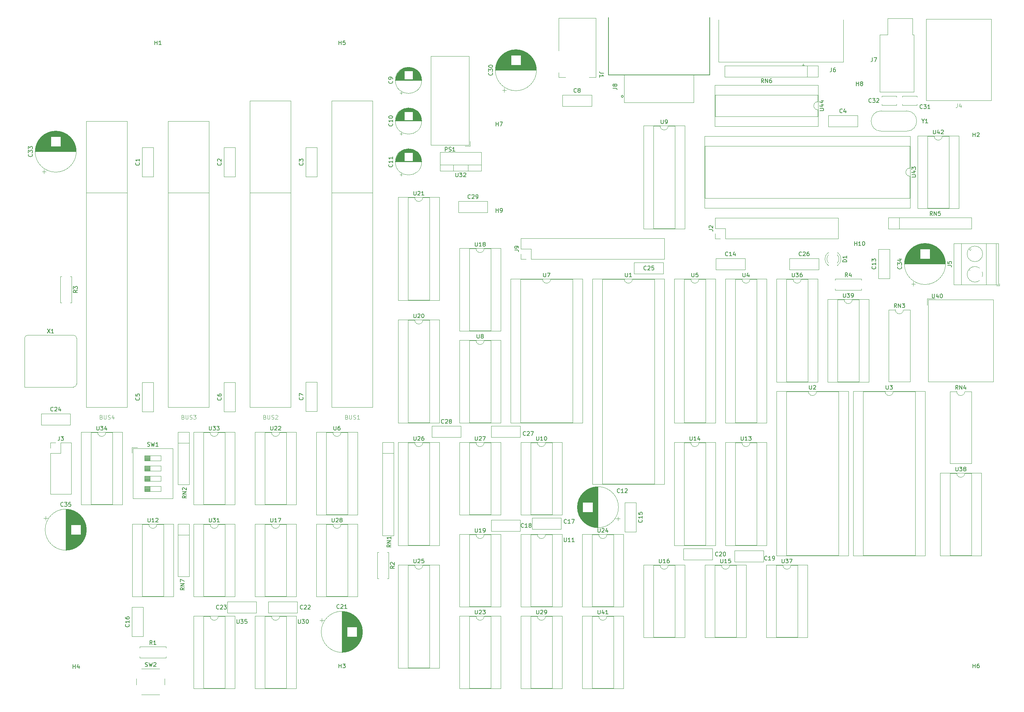
<source format=gbr>
%TF.GenerationSoftware,KiCad,Pcbnew,7.0.2*%
%TF.CreationDate,2024-04-17T02:01:12+08:00*%
%TF.ProjectId,HEC1,48454331-2e6b-4696-9361-645f70636258,rev?*%
%TF.SameCoordinates,Original*%
%TF.FileFunction,Legend,Top*%
%TF.FilePolarity,Positive*%
%FSLAX46Y46*%
G04 Gerber Fmt 4.6, Leading zero omitted, Abs format (unit mm)*
G04 Created by KiCad (PCBNEW 7.0.2) date 2024-04-17 02:01:12*
%MOMM*%
%LPD*%
G01*
G04 APERTURE LIST*
%ADD10C,0.150000*%
%ADD11C,0.100000*%
%ADD12C,0.120000*%
%ADD13C,0.203200*%
G04 APERTURE END LIST*
D10*
%TO.C,H8*%
X242058095Y-42002619D02*
X242058095Y-41002619D01*
X242058095Y-41478809D02*
X242629523Y-41478809D01*
X242629523Y-42002619D02*
X242629523Y-41002619D01*
X243248571Y-41431190D02*
X243153333Y-41383571D01*
X243153333Y-41383571D02*
X243105714Y-41335952D01*
X243105714Y-41335952D02*
X243058095Y-41240714D01*
X243058095Y-41240714D02*
X243058095Y-41193095D01*
X243058095Y-41193095D02*
X243105714Y-41097857D01*
X243105714Y-41097857D02*
X243153333Y-41050238D01*
X243153333Y-41050238D02*
X243248571Y-41002619D01*
X243248571Y-41002619D02*
X243439047Y-41002619D01*
X243439047Y-41002619D02*
X243534285Y-41050238D01*
X243534285Y-41050238D02*
X243581904Y-41097857D01*
X243581904Y-41097857D02*
X243629523Y-41193095D01*
X243629523Y-41193095D02*
X243629523Y-41240714D01*
X243629523Y-41240714D02*
X243581904Y-41335952D01*
X243581904Y-41335952D02*
X243534285Y-41383571D01*
X243534285Y-41383571D02*
X243439047Y-41431190D01*
X243439047Y-41431190D02*
X243248571Y-41431190D01*
X243248571Y-41431190D02*
X243153333Y-41478809D01*
X243153333Y-41478809D02*
X243105714Y-41526428D01*
X243105714Y-41526428D02*
X243058095Y-41621666D01*
X243058095Y-41621666D02*
X243058095Y-41812142D01*
X243058095Y-41812142D02*
X243105714Y-41907380D01*
X243105714Y-41907380D02*
X243153333Y-41955000D01*
X243153333Y-41955000D02*
X243248571Y-42002619D01*
X243248571Y-42002619D02*
X243439047Y-42002619D01*
X243439047Y-42002619D02*
X243534285Y-41955000D01*
X243534285Y-41955000D02*
X243581904Y-41907380D01*
X243581904Y-41907380D02*
X243629523Y-41812142D01*
X243629523Y-41812142D02*
X243629523Y-41621666D01*
X243629523Y-41621666D02*
X243581904Y-41526428D01*
X243581904Y-41526428D02*
X243534285Y-41478809D01*
X243534285Y-41478809D02*
X243439047Y-41431190D01*
%TO.C,C31*%
X258437142Y-47611380D02*
X258389523Y-47659000D01*
X258389523Y-47659000D02*
X258246666Y-47706619D01*
X258246666Y-47706619D02*
X258151428Y-47706619D01*
X258151428Y-47706619D02*
X258008571Y-47659000D01*
X258008571Y-47659000D02*
X257913333Y-47563761D01*
X257913333Y-47563761D02*
X257865714Y-47468523D01*
X257865714Y-47468523D02*
X257818095Y-47278047D01*
X257818095Y-47278047D02*
X257818095Y-47135190D01*
X257818095Y-47135190D02*
X257865714Y-46944714D01*
X257865714Y-46944714D02*
X257913333Y-46849476D01*
X257913333Y-46849476D02*
X258008571Y-46754238D01*
X258008571Y-46754238D02*
X258151428Y-46706619D01*
X258151428Y-46706619D02*
X258246666Y-46706619D01*
X258246666Y-46706619D02*
X258389523Y-46754238D01*
X258389523Y-46754238D02*
X258437142Y-46801857D01*
X258770476Y-46706619D02*
X259389523Y-46706619D01*
X259389523Y-46706619D02*
X259056190Y-47087571D01*
X259056190Y-47087571D02*
X259199047Y-47087571D01*
X259199047Y-47087571D02*
X259294285Y-47135190D01*
X259294285Y-47135190D02*
X259341904Y-47182809D01*
X259341904Y-47182809D02*
X259389523Y-47278047D01*
X259389523Y-47278047D02*
X259389523Y-47516142D01*
X259389523Y-47516142D02*
X259341904Y-47611380D01*
X259341904Y-47611380D02*
X259294285Y-47659000D01*
X259294285Y-47659000D02*
X259199047Y-47706619D01*
X259199047Y-47706619D02*
X258913333Y-47706619D01*
X258913333Y-47706619D02*
X258818095Y-47659000D01*
X258818095Y-47659000D02*
X258770476Y-47611380D01*
X260341904Y-47706619D02*
X259770476Y-47706619D01*
X260056190Y-47706619D02*
X260056190Y-46706619D01*
X260056190Y-46706619D02*
X259960952Y-46849476D01*
X259960952Y-46849476D02*
X259865714Y-46944714D01*
X259865714Y-46944714D02*
X259770476Y-46992333D01*
%TO.C,U32*%
X142525905Y-63676619D02*
X142525905Y-64486142D01*
X142525905Y-64486142D02*
X142573524Y-64581380D01*
X142573524Y-64581380D02*
X142621143Y-64629000D01*
X142621143Y-64629000D02*
X142716381Y-64676619D01*
X142716381Y-64676619D02*
X142906857Y-64676619D01*
X142906857Y-64676619D02*
X143002095Y-64629000D01*
X143002095Y-64629000D02*
X143049714Y-64581380D01*
X143049714Y-64581380D02*
X143097333Y-64486142D01*
X143097333Y-64486142D02*
X143097333Y-63676619D01*
X143478286Y-63676619D02*
X144097333Y-63676619D01*
X144097333Y-63676619D02*
X143764000Y-64057571D01*
X143764000Y-64057571D02*
X143906857Y-64057571D01*
X143906857Y-64057571D02*
X144002095Y-64105190D01*
X144002095Y-64105190D02*
X144049714Y-64152809D01*
X144049714Y-64152809D02*
X144097333Y-64248047D01*
X144097333Y-64248047D02*
X144097333Y-64486142D01*
X144097333Y-64486142D02*
X144049714Y-64581380D01*
X144049714Y-64581380D02*
X144002095Y-64629000D01*
X144002095Y-64629000D02*
X143906857Y-64676619D01*
X143906857Y-64676619D02*
X143621143Y-64676619D01*
X143621143Y-64676619D02*
X143525905Y-64629000D01*
X143525905Y-64629000D02*
X143478286Y-64581380D01*
X144478286Y-63771857D02*
X144525905Y-63724238D01*
X144525905Y-63724238D02*
X144621143Y-63676619D01*
X144621143Y-63676619D02*
X144859238Y-63676619D01*
X144859238Y-63676619D02*
X144954476Y-63724238D01*
X144954476Y-63724238D02*
X145002095Y-63771857D01*
X145002095Y-63771857D02*
X145049714Y-63867095D01*
X145049714Y-63867095D02*
X145049714Y-63962333D01*
X145049714Y-63962333D02*
X145002095Y-64105190D01*
X145002095Y-64105190D02*
X144430667Y-64676619D01*
X144430667Y-64676619D02*
X145049714Y-64676619D01*
%TO.C,U26*%
X132111905Y-129212619D02*
X132111905Y-130022142D01*
X132111905Y-130022142D02*
X132159524Y-130117380D01*
X132159524Y-130117380D02*
X132207143Y-130165000D01*
X132207143Y-130165000D02*
X132302381Y-130212619D01*
X132302381Y-130212619D02*
X132492857Y-130212619D01*
X132492857Y-130212619D02*
X132588095Y-130165000D01*
X132588095Y-130165000D02*
X132635714Y-130117380D01*
X132635714Y-130117380D02*
X132683333Y-130022142D01*
X132683333Y-130022142D02*
X132683333Y-129212619D01*
X133111905Y-129307857D02*
X133159524Y-129260238D01*
X133159524Y-129260238D02*
X133254762Y-129212619D01*
X133254762Y-129212619D02*
X133492857Y-129212619D01*
X133492857Y-129212619D02*
X133588095Y-129260238D01*
X133588095Y-129260238D02*
X133635714Y-129307857D01*
X133635714Y-129307857D02*
X133683333Y-129403095D01*
X133683333Y-129403095D02*
X133683333Y-129498333D01*
X133683333Y-129498333D02*
X133635714Y-129641190D01*
X133635714Y-129641190D02*
X133064286Y-130212619D01*
X133064286Y-130212619D02*
X133683333Y-130212619D01*
X134540476Y-129212619D02*
X134350000Y-129212619D01*
X134350000Y-129212619D02*
X134254762Y-129260238D01*
X134254762Y-129260238D02*
X134207143Y-129307857D01*
X134207143Y-129307857D02*
X134111905Y-129450714D01*
X134111905Y-129450714D02*
X134064286Y-129641190D01*
X134064286Y-129641190D02*
X134064286Y-130022142D01*
X134064286Y-130022142D02*
X134111905Y-130117380D01*
X134111905Y-130117380D02*
X134159524Y-130165000D01*
X134159524Y-130165000D02*
X134254762Y-130212619D01*
X134254762Y-130212619D02*
X134445238Y-130212619D01*
X134445238Y-130212619D02*
X134540476Y-130165000D01*
X134540476Y-130165000D02*
X134588095Y-130117380D01*
X134588095Y-130117380D02*
X134635714Y-130022142D01*
X134635714Y-130022142D02*
X134635714Y-129784047D01*
X134635714Y-129784047D02*
X134588095Y-129688809D01*
X134588095Y-129688809D02*
X134540476Y-129641190D01*
X134540476Y-129641190D02*
X134445238Y-129593571D01*
X134445238Y-129593571D02*
X134254762Y-129593571D01*
X134254762Y-129593571D02*
X134159524Y-129641190D01*
X134159524Y-129641190D02*
X134111905Y-129688809D01*
X134111905Y-129688809D02*
X134064286Y-129784047D01*
D11*
%TO.C,BUS3*%
X74795238Y-124398809D02*
X74938095Y-124446428D01*
X74938095Y-124446428D02*
X74985714Y-124494047D01*
X74985714Y-124494047D02*
X75033333Y-124589285D01*
X75033333Y-124589285D02*
X75033333Y-124732142D01*
X75033333Y-124732142D02*
X74985714Y-124827380D01*
X74985714Y-124827380D02*
X74938095Y-124875000D01*
X74938095Y-124875000D02*
X74842857Y-124922619D01*
X74842857Y-124922619D02*
X74461905Y-124922619D01*
X74461905Y-124922619D02*
X74461905Y-123922619D01*
X74461905Y-123922619D02*
X74795238Y-123922619D01*
X74795238Y-123922619D02*
X74890476Y-123970238D01*
X74890476Y-123970238D02*
X74938095Y-124017857D01*
X74938095Y-124017857D02*
X74985714Y-124113095D01*
X74985714Y-124113095D02*
X74985714Y-124208333D01*
X74985714Y-124208333D02*
X74938095Y-124303571D01*
X74938095Y-124303571D02*
X74890476Y-124351190D01*
X74890476Y-124351190D02*
X74795238Y-124398809D01*
X74795238Y-124398809D02*
X74461905Y-124398809D01*
X75461905Y-123922619D02*
X75461905Y-124732142D01*
X75461905Y-124732142D02*
X75509524Y-124827380D01*
X75509524Y-124827380D02*
X75557143Y-124875000D01*
X75557143Y-124875000D02*
X75652381Y-124922619D01*
X75652381Y-124922619D02*
X75842857Y-124922619D01*
X75842857Y-124922619D02*
X75938095Y-124875000D01*
X75938095Y-124875000D02*
X75985714Y-124827380D01*
X75985714Y-124827380D02*
X76033333Y-124732142D01*
X76033333Y-124732142D02*
X76033333Y-123922619D01*
X76461905Y-124875000D02*
X76604762Y-124922619D01*
X76604762Y-124922619D02*
X76842857Y-124922619D01*
X76842857Y-124922619D02*
X76938095Y-124875000D01*
X76938095Y-124875000D02*
X76985714Y-124827380D01*
X76985714Y-124827380D02*
X77033333Y-124732142D01*
X77033333Y-124732142D02*
X77033333Y-124636904D01*
X77033333Y-124636904D02*
X76985714Y-124541666D01*
X76985714Y-124541666D02*
X76938095Y-124494047D01*
X76938095Y-124494047D02*
X76842857Y-124446428D01*
X76842857Y-124446428D02*
X76652381Y-124398809D01*
X76652381Y-124398809D02*
X76557143Y-124351190D01*
X76557143Y-124351190D02*
X76509524Y-124303571D01*
X76509524Y-124303571D02*
X76461905Y-124208333D01*
X76461905Y-124208333D02*
X76461905Y-124113095D01*
X76461905Y-124113095D02*
X76509524Y-124017857D01*
X76509524Y-124017857D02*
X76557143Y-123970238D01*
X76557143Y-123970238D02*
X76652381Y-123922619D01*
X76652381Y-123922619D02*
X76890476Y-123922619D01*
X76890476Y-123922619D02*
X77033333Y-123970238D01*
X77366667Y-123922619D02*
X77985714Y-123922619D01*
X77985714Y-123922619D02*
X77652381Y-124303571D01*
X77652381Y-124303571D02*
X77795238Y-124303571D01*
X77795238Y-124303571D02*
X77890476Y-124351190D01*
X77890476Y-124351190D02*
X77938095Y-124398809D01*
X77938095Y-124398809D02*
X77985714Y-124494047D01*
X77985714Y-124494047D02*
X77985714Y-124732142D01*
X77985714Y-124732142D02*
X77938095Y-124827380D01*
X77938095Y-124827380D02*
X77890476Y-124875000D01*
X77890476Y-124875000D02*
X77795238Y-124922619D01*
X77795238Y-124922619D02*
X77509524Y-124922619D01*
X77509524Y-124922619D02*
X77414286Y-124875000D01*
X77414286Y-124875000D02*
X77366667Y-124827380D01*
D10*
%TO.C,C27*%
X159885142Y-128891380D02*
X159837523Y-128939000D01*
X159837523Y-128939000D02*
X159694666Y-128986619D01*
X159694666Y-128986619D02*
X159599428Y-128986619D01*
X159599428Y-128986619D02*
X159456571Y-128939000D01*
X159456571Y-128939000D02*
X159361333Y-128843761D01*
X159361333Y-128843761D02*
X159313714Y-128748523D01*
X159313714Y-128748523D02*
X159266095Y-128558047D01*
X159266095Y-128558047D02*
X159266095Y-128415190D01*
X159266095Y-128415190D02*
X159313714Y-128224714D01*
X159313714Y-128224714D02*
X159361333Y-128129476D01*
X159361333Y-128129476D02*
X159456571Y-128034238D01*
X159456571Y-128034238D02*
X159599428Y-127986619D01*
X159599428Y-127986619D02*
X159694666Y-127986619D01*
X159694666Y-127986619D02*
X159837523Y-128034238D01*
X159837523Y-128034238D02*
X159885142Y-128081857D01*
X160266095Y-128081857D02*
X160313714Y-128034238D01*
X160313714Y-128034238D02*
X160408952Y-127986619D01*
X160408952Y-127986619D02*
X160647047Y-127986619D01*
X160647047Y-127986619D02*
X160742285Y-128034238D01*
X160742285Y-128034238D02*
X160789904Y-128081857D01*
X160789904Y-128081857D02*
X160837523Y-128177095D01*
X160837523Y-128177095D02*
X160837523Y-128272333D01*
X160837523Y-128272333D02*
X160789904Y-128415190D01*
X160789904Y-128415190D02*
X160218476Y-128986619D01*
X160218476Y-128986619D02*
X160837523Y-128986619D01*
X161170857Y-127986619D02*
X161837523Y-127986619D01*
X161837523Y-127986619D02*
X161408952Y-128986619D01*
%TO.C,U37*%
X223551905Y-159692619D02*
X223551905Y-160502142D01*
X223551905Y-160502142D02*
X223599524Y-160597380D01*
X223599524Y-160597380D02*
X223647143Y-160645000D01*
X223647143Y-160645000D02*
X223742381Y-160692619D01*
X223742381Y-160692619D02*
X223932857Y-160692619D01*
X223932857Y-160692619D02*
X224028095Y-160645000D01*
X224028095Y-160645000D02*
X224075714Y-160597380D01*
X224075714Y-160597380D02*
X224123333Y-160502142D01*
X224123333Y-160502142D02*
X224123333Y-159692619D01*
X224504286Y-159692619D02*
X225123333Y-159692619D01*
X225123333Y-159692619D02*
X224790000Y-160073571D01*
X224790000Y-160073571D02*
X224932857Y-160073571D01*
X224932857Y-160073571D02*
X225028095Y-160121190D01*
X225028095Y-160121190D02*
X225075714Y-160168809D01*
X225075714Y-160168809D02*
X225123333Y-160264047D01*
X225123333Y-160264047D02*
X225123333Y-160502142D01*
X225123333Y-160502142D02*
X225075714Y-160597380D01*
X225075714Y-160597380D02*
X225028095Y-160645000D01*
X225028095Y-160645000D02*
X224932857Y-160692619D01*
X224932857Y-160692619D02*
X224647143Y-160692619D01*
X224647143Y-160692619D02*
X224551905Y-160645000D01*
X224551905Y-160645000D02*
X224504286Y-160597380D01*
X225456667Y-159692619D02*
X226123333Y-159692619D01*
X226123333Y-159692619D02*
X225694762Y-160692619D01*
%TO.C,U1*%
X184658095Y-88572619D02*
X184658095Y-89382142D01*
X184658095Y-89382142D02*
X184705714Y-89477380D01*
X184705714Y-89477380D02*
X184753333Y-89525000D01*
X184753333Y-89525000D02*
X184848571Y-89572619D01*
X184848571Y-89572619D02*
X185039047Y-89572619D01*
X185039047Y-89572619D02*
X185134285Y-89525000D01*
X185134285Y-89525000D02*
X185181904Y-89477380D01*
X185181904Y-89477380D02*
X185229523Y-89382142D01*
X185229523Y-89382142D02*
X185229523Y-88572619D01*
X186229523Y-89572619D02*
X185658095Y-89572619D01*
X185943809Y-89572619D02*
X185943809Y-88572619D01*
X185943809Y-88572619D02*
X185848571Y-88715476D01*
X185848571Y-88715476D02*
X185753333Y-88810714D01*
X185753333Y-88810714D02*
X185658095Y-88858333D01*
%TO.C,U41*%
X177831905Y-172392619D02*
X177831905Y-173202142D01*
X177831905Y-173202142D02*
X177879524Y-173297380D01*
X177879524Y-173297380D02*
X177927143Y-173345000D01*
X177927143Y-173345000D02*
X178022381Y-173392619D01*
X178022381Y-173392619D02*
X178212857Y-173392619D01*
X178212857Y-173392619D02*
X178308095Y-173345000D01*
X178308095Y-173345000D02*
X178355714Y-173297380D01*
X178355714Y-173297380D02*
X178403333Y-173202142D01*
X178403333Y-173202142D02*
X178403333Y-172392619D01*
X179308095Y-172725952D02*
X179308095Y-173392619D01*
X179070000Y-172345000D02*
X178831905Y-173059285D01*
X178831905Y-173059285D02*
X179450952Y-173059285D01*
X180355714Y-173392619D02*
X179784286Y-173392619D01*
X180070000Y-173392619D02*
X180070000Y-172392619D01*
X180070000Y-172392619D02*
X179974762Y-172535476D01*
X179974762Y-172535476D02*
X179879524Y-172630714D01*
X179879524Y-172630714D02*
X179784286Y-172678333D01*
%TO.C,C28*%
X139565142Y-125883380D02*
X139517523Y-125931000D01*
X139517523Y-125931000D02*
X139374666Y-125978619D01*
X139374666Y-125978619D02*
X139279428Y-125978619D01*
X139279428Y-125978619D02*
X139136571Y-125931000D01*
X139136571Y-125931000D02*
X139041333Y-125835761D01*
X139041333Y-125835761D02*
X138993714Y-125740523D01*
X138993714Y-125740523D02*
X138946095Y-125550047D01*
X138946095Y-125550047D02*
X138946095Y-125407190D01*
X138946095Y-125407190D02*
X138993714Y-125216714D01*
X138993714Y-125216714D02*
X139041333Y-125121476D01*
X139041333Y-125121476D02*
X139136571Y-125026238D01*
X139136571Y-125026238D02*
X139279428Y-124978619D01*
X139279428Y-124978619D02*
X139374666Y-124978619D01*
X139374666Y-124978619D02*
X139517523Y-125026238D01*
X139517523Y-125026238D02*
X139565142Y-125073857D01*
X139946095Y-125073857D02*
X139993714Y-125026238D01*
X139993714Y-125026238D02*
X140088952Y-124978619D01*
X140088952Y-124978619D02*
X140327047Y-124978619D01*
X140327047Y-124978619D02*
X140422285Y-125026238D01*
X140422285Y-125026238D02*
X140469904Y-125073857D01*
X140469904Y-125073857D02*
X140517523Y-125169095D01*
X140517523Y-125169095D02*
X140517523Y-125264333D01*
X140517523Y-125264333D02*
X140469904Y-125407190D01*
X140469904Y-125407190D02*
X139898476Y-125978619D01*
X139898476Y-125978619D02*
X140517523Y-125978619D01*
X141088952Y-125407190D02*
X140993714Y-125359571D01*
X140993714Y-125359571D02*
X140946095Y-125311952D01*
X140946095Y-125311952D02*
X140898476Y-125216714D01*
X140898476Y-125216714D02*
X140898476Y-125169095D01*
X140898476Y-125169095D02*
X140946095Y-125073857D01*
X140946095Y-125073857D02*
X140993714Y-125026238D01*
X140993714Y-125026238D02*
X141088952Y-124978619D01*
X141088952Y-124978619D02*
X141279428Y-124978619D01*
X141279428Y-124978619D02*
X141374666Y-125026238D01*
X141374666Y-125026238D02*
X141422285Y-125073857D01*
X141422285Y-125073857D02*
X141469904Y-125169095D01*
X141469904Y-125169095D02*
X141469904Y-125216714D01*
X141469904Y-125216714D02*
X141422285Y-125311952D01*
X141422285Y-125311952D02*
X141374666Y-125359571D01*
X141374666Y-125359571D02*
X141279428Y-125407190D01*
X141279428Y-125407190D02*
X141088952Y-125407190D01*
X141088952Y-125407190D02*
X140993714Y-125454809D01*
X140993714Y-125454809D02*
X140946095Y-125502428D01*
X140946095Y-125502428D02*
X140898476Y-125597666D01*
X140898476Y-125597666D02*
X140898476Y-125788142D01*
X140898476Y-125788142D02*
X140946095Y-125883380D01*
X140946095Y-125883380D02*
X140993714Y-125931000D01*
X140993714Y-125931000D02*
X141088952Y-125978619D01*
X141088952Y-125978619D02*
X141279428Y-125978619D01*
X141279428Y-125978619D02*
X141374666Y-125931000D01*
X141374666Y-125931000D02*
X141422285Y-125883380D01*
X141422285Y-125883380D02*
X141469904Y-125788142D01*
X141469904Y-125788142D02*
X141469904Y-125597666D01*
X141469904Y-125597666D02*
X141422285Y-125502428D01*
X141422285Y-125502428D02*
X141374666Y-125454809D01*
X141374666Y-125454809D02*
X141279428Y-125407190D01*
%TO.C,J5*%
X264682619Y-86693333D02*
X265396904Y-86693333D01*
X265396904Y-86693333D02*
X265539761Y-86740952D01*
X265539761Y-86740952D02*
X265635000Y-86836190D01*
X265635000Y-86836190D02*
X265682619Y-86979047D01*
X265682619Y-86979047D02*
X265682619Y-87074285D01*
X264682619Y-85740952D02*
X264682619Y-86217142D01*
X264682619Y-86217142D02*
X265158809Y-86264761D01*
X265158809Y-86264761D02*
X265111190Y-86217142D01*
X265111190Y-86217142D02*
X265063571Y-86121904D01*
X265063571Y-86121904D02*
X265063571Y-85883809D01*
X265063571Y-85883809D02*
X265111190Y-85788571D01*
X265111190Y-85788571D02*
X265158809Y-85740952D01*
X265158809Y-85740952D02*
X265254047Y-85693333D01*
X265254047Y-85693333D02*
X265492142Y-85693333D01*
X265492142Y-85693333D02*
X265587380Y-85740952D01*
X265587380Y-85740952D02*
X265635000Y-85788571D01*
X265635000Y-85788571D02*
X265682619Y-85883809D01*
X265682619Y-85883809D02*
X265682619Y-86121904D01*
X265682619Y-86121904D02*
X265635000Y-86217142D01*
X265635000Y-86217142D02*
X265587380Y-86264761D01*
%TO.C,C25*%
X189857142Y-87743380D02*
X189809523Y-87791000D01*
X189809523Y-87791000D02*
X189666666Y-87838619D01*
X189666666Y-87838619D02*
X189571428Y-87838619D01*
X189571428Y-87838619D02*
X189428571Y-87791000D01*
X189428571Y-87791000D02*
X189333333Y-87695761D01*
X189333333Y-87695761D02*
X189285714Y-87600523D01*
X189285714Y-87600523D02*
X189238095Y-87410047D01*
X189238095Y-87410047D02*
X189238095Y-87267190D01*
X189238095Y-87267190D02*
X189285714Y-87076714D01*
X189285714Y-87076714D02*
X189333333Y-86981476D01*
X189333333Y-86981476D02*
X189428571Y-86886238D01*
X189428571Y-86886238D02*
X189571428Y-86838619D01*
X189571428Y-86838619D02*
X189666666Y-86838619D01*
X189666666Y-86838619D02*
X189809523Y-86886238D01*
X189809523Y-86886238D02*
X189857142Y-86933857D01*
X190238095Y-86933857D02*
X190285714Y-86886238D01*
X190285714Y-86886238D02*
X190380952Y-86838619D01*
X190380952Y-86838619D02*
X190619047Y-86838619D01*
X190619047Y-86838619D02*
X190714285Y-86886238D01*
X190714285Y-86886238D02*
X190761904Y-86933857D01*
X190761904Y-86933857D02*
X190809523Y-87029095D01*
X190809523Y-87029095D02*
X190809523Y-87124333D01*
X190809523Y-87124333D02*
X190761904Y-87267190D01*
X190761904Y-87267190D02*
X190190476Y-87838619D01*
X190190476Y-87838619D02*
X190809523Y-87838619D01*
X191714285Y-86838619D02*
X191238095Y-86838619D01*
X191238095Y-86838619D02*
X191190476Y-87314809D01*
X191190476Y-87314809D02*
X191238095Y-87267190D01*
X191238095Y-87267190D02*
X191333333Y-87219571D01*
X191333333Y-87219571D02*
X191571428Y-87219571D01*
X191571428Y-87219571D02*
X191666666Y-87267190D01*
X191666666Y-87267190D02*
X191714285Y-87314809D01*
X191714285Y-87314809D02*
X191761904Y-87410047D01*
X191761904Y-87410047D02*
X191761904Y-87648142D01*
X191761904Y-87648142D02*
X191714285Y-87743380D01*
X191714285Y-87743380D02*
X191666666Y-87791000D01*
X191666666Y-87791000D02*
X191571428Y-87838619D01*
X191571428Y-87838619D02*
X191333333Y-87838619D01*
X191333333Y-87838619D02*
X191238095Y-87791000D01*
X191238095Y-87791000D02*
X191190476Y-87743380D01*
%TO.C,Y1*%
X258603809Y-50786428D02*
X258603809Y-51262619D01*
X258270476Y-50262619D02*
X258603809Y-50786428D01*
X258603809Y-50786428D02*
X258937142Y-50262619D01*
X259794285Y-51262619D02*
X259222857Y-51262619D01*
X259508571Y-51262619D02*
X259508571Y-50262619D01*
X259508571Y-50262619D02*
X259413333Y-50405476D01*
X259413333Y-50405476D02*
X259318095Y-50500714D01*
X259318095Y-50500714D02*
X259222857Y-50548333D01*
%TO.C,U4*%
X213868095Y-88572619D02*
X213868095Y-89382142D01*
X213868095Y-89382142D02*
X213915714Y-89477380D01*
X213915714Y-89477380D02*
X213963333Y-89525000D01*
X213963333Y-89525000D02*
X214058571Y-89572619D01*
X214058571Y-89572619D02*
X214249047Y-89572619D01*
X214249047Y-89572619D02*
X214344285Y-89525000D01*
X214344285Y-89525000D02*
X214391904Y-89477380D01*
X214391904Y-89477380D02*
X214439523Y-89382142D01*
X214439523Y-89382142D02*
X214439523Y-88572619D01*
X215344285Y-88905952D02*
X215344285Y-89572619D01*
X215106190Y-88525000D02*
X214868095Y-89239285D01*
X214868095Y-89239285D02*
X215487142Y-89239285D01*
%TO.C,C2*%
X84227380Y-61166666D02*
X84275000Y-61214285D01*
X84275000Y-61214285D02*
X84322619Y-61357142D01*
X84322619Y-61357142D02*
X84322619Y-61452380D01*
X84322619Y-61452380D02*
X84275000Y-61595237D01*
X84275000Y-61595237D02*
X84179761Y-61690475D01*
X84179761Y-61690475D02*
X84084523Y-61738094D01*
X84084523Y-61738094D02*
X83894047Y-61785713D01*
X83894047Y-61785713D02*
X83751190Y-61785713D01*
X83751190Y-61785713D02*
X83560714Y-61738094D01*
X83560714Y-61738094D02*
X83465476Y-61690475D01*
X83465476Y-61690475D02*
X83370238Y-61595237D01*
X83370238Y-61595237D02*
X83322619Y-61452380D01*
X83322619Y-61452380D02*
X83322619Y-61357142D01*
X83322619Y-61357142D02*
X83370238Y-61214285D01*
X83370238Y-61214285D02*
X83417857Y-61166666D01*
X83417857Y-60785713D02*
X83370238Y-60738094D01*
X83370238Y-60738094D02*
X83322619Y-60642856D01*
X83322619Y-60642856D02*
X83322619Y-60404761D01*
X83322619Y-60404761D02*
X83370238Y-60309523D01*
X83370238Y-60309523D02*
X83417857Y-60261904D01*
X83417857Y-60261904D02*
X83513095Y-60214285D01*
X83513095Y-60214285D02*
X83608333Y-60214285D01*
X83608333Y-60214285D02*
X83751190Y-60261904D01*
X83751190Y-60261904D02*
X84322619Y-60833332D01*
X84322619Y-60833332D02*
X84322619Y-60214285D01*
%TO.C,RN2*%
X75646619Y-143946476D02*
X75170428Y-144279809D01*
X75646619Y-144517904D02*
X74646619Y-144517904D01*
X74646619Y-144517904D02*
X74646619Y-144136952D01*
X74646619Y-144136952D02*
X74694238Y-144041714D01*
X74694238Y-144041714D02*
X74741857Y-143994095D01*
X74741857Y-143994095D02*
X74837095Y-143946476D01*
X74837095Y-143946476D02*
X74979952Y-143946476D01*
X74979952Y-143946476D02*
X75075190Y-143994095D01*
X75075190Y-143994095D02*
X75122809Y-144041714D01*
X75122809Y-144041714D02*
X75170428Y-144136952D01*
X75170428Y-144136952D02*
X75170428Y-144517904D01*
X75646619Y-143517904D02*
X74646619Y-143517904D01*
X74646619Y-143517904D02*
X75646619Y-142946476D01*
X75646619Y-142946476D02*
X74646619Y-142946476D01*
X74741857Y-142517904D02*
X74694238Y-142470285D01*
X74694238Y-142470285D02*
X74646619Y-142375047D01*
X74646619Y-142375047D02*
X74646619Y-142136952D01*
X74646619Y-142136952D02*
X74694238Y-142041714D01*
X74694238Y-142041714D02*
X74741857Y-141994095D01*
X74741857Y-141994095D02*
X74837095Y-141946476D01*
X74837095Y-141946476D02*
X74932333Y-141946476D01*
X74932333Y-141946476D02*
X75075190Y-141994095D01*
X75075190Y-141994095D02*
X75646619Y-142565523D01*
X75646619Y-142565523D02*
X75646619Y-141946476D01*
%TO.C,U33*%
X81301905Y-126672619D02*
X81301905Y-127482142D01*
X81301905Y-127482142D02*
X81349524Y-127577380D01*
X81349524Y-127577380D02*
X81397143Y-127625000D01*
X81397143Y-127625000D02*
X81492381Y-127672619D01*
X81492381Y-127672619D02*
X81682857Y-127672619D01*
X81682857Y-127672619D02*
X81778095Y-127625000D01*
X81778095Y-127625000D02*
X81825714Y-127577380D01*
X81825714Y-127577380D02*
X81873333Y-127482142D01*
X81873333Y-127482142D02*
X81873333Y-126672619D01*
X82254286Y-126672619D02*
X82873333Y-126672619D01*
X82873333Y-126672619D02*
X82540000Y-127053571D01*
X82540000Y-127053571D02*
X82682857Y-127053571D01*
X82682857Y-127053571D02*
X82778095Y-127101190D01*
X82778095Y-127101190D02*
X82825714Y-127148809D01*
X82825714Y-127148809D02*
X82873333Y-127244047D01*
X82873333Y-127244047D02*
X82873333Y-127482142D01*
X82873333Y-127482142D02*
X82825714Y-127577380D01*
X82825714Y-127577380D02*
X82778095Y-127625000D01*
X82778095Y-127625000D02*
X82682857Y-127672619D01*
X82682857Y-127672619D02*
X82397143Y-127672619D01*
X82397143Y-127672619D02*
X82301905Y-127625000D01*
X82301905Y-127625000D02*
X82254286Y-127577380D01*
X83206667Y-126672619D02*
X83825714Y-126672619D01*
X83825714Y-126672619D02*
X83492381Y-127053571D01*
X83492381Y-127053571D02*
X83635238Y-127053571D01*
X83635238Y-127053571D02*
X83730476Y-127101190D01*
X83730476Y-127101190D02*
X83778095Y-127148809D01*
X83778095Y-127148809D02*
X83825714Y-127244047D01*
X83825714Y-127244047D02*
X83825714Y-127482142D01*
X83825714Y-127482142D02*
X83778095Y-127577380D01*
X83778095Y-127577380D02*
X83730476Y-127625000D01*
X83730476Y-127625000D02*
X83635238Y-127672619D01*
X83635238Y-127672619D02*
X83349524Y-127672619D01*
X83349524Y-127672619D02*
X83254286Y-127625000D01*
X83254286Y-127625000D02*
X83206667Y-127577380D01*
%TO.C,C3*%
X104547380Y-61166666D02*
X104595000Y-61214285D01*
X104595000Y-61214285D02*
X104642619Y-61357142D01*
X104642619Y-61357142D02*
X104642619Y-61452380D01*
X104642619Y-61452380D02*
X104595000Y-61595237D01*
X104595000Y-61595237D02*
X104499761Y-61690475D01*
X104499761Y-61690475D02*
X104404523Y-61738094D01*
X104404523Y-61738094D02*
X104214047Y-61785713D01*
X104214047Y-61785713D02*
X104071190Y-61785713D01*
X104071190Y-61785713D02*
X103880714Y-61738094D01*
X103880714Y-61738094D02*
X103785476Y-61690475D01*
X103785476Y-61690475D02*
X103690238Y-61595237D01*
X103690238Y-61595237D02*
X103642619Y-61452380D01*
X103642619Y-61452380D02*
X103642619Y-61357142D01*
X103642619Y-61357142D02*
X103690238Y-61214285D01*
X103690238Y-61214285D02*
X103737857Y-61166666D01*
X103642619Y-60833332D02*
X103642619Y-60214285D01*
X103642619Y-60214285D02*
X104023571Y-60547618D01*
X104023571Y-60547618D02*
X104023571Y-60404761D01*
X104023571Y-60404761D02*
X104071190Y-60309523D01*
X104071190Y-60309523D02*
X104118809Y-60261904D01*
X104118809Y-60261904D02*
X104214047Y-60214285D01*
X104214047Y-60214285D02*
X104452142Y-60214285D01*
X104452142Y-60214285D02*
X104547380Y-60261904D01*
X104547380Y-60261904D02*
X104595000Y-60309523D01*
X104595000Y-60309523D02*
X104642619Y-60404761D01*
X104642619Y-60404761D02*
X104642619Y-60690475D01*
X104642619Y-60690475D02*
X104595000Y-60785713D01*
X104595000Y-60785713D02*
X104547380Y-60833332D01*
%TO.C,C22*%
X104513142Y-172071380D02*
X104465523Y-172119000D01*
X104465523Y-172119000D02*
X104322666Y-172166619D01*
X104322666Y-172166619D02*
X104227428Y-172166619D01*
X104227428Y-172166619D02*
X104084571Y-172119000D01*
X104084571Y-172119000D02*
X103989333Y-172023761D01*
X103989333Y-172023761D02*
X103941714Y-171928523D01*
X103941714Y-171928523D02*
X103894095Y-171738047D01*
X103894095Y-171738047D02*
X103894095Y-171595190D01*
X103894095Y-171595190D02*
X103941714Y-171404714D01*
X103941714Y-171404714D02*
X103989333Y-171309476D01*
X103989333Y-171309476D02*
X104084571Y-171214238D01*
X104084571Y-171214238D02*
X104227428Y-171166619D01*
X104227428Y-171166619D02*
X104322666Y-171166619D01*
X104322666Y-171166619D02*
X104465523Y-171214238D01*
X104465523Y-171214238D02*
X104513142Y-171261857D01*
X104894095Y-171261857D02*
X104941714Y-171214238D01*
X104941714Y-171214238D02*
X105036952Y-171166619D01*
X105036952Y-171166619D02*
X105275047Y-171166619D01*
X105275047Y-171166619D02*
X105370285Y-171214238D01*
X105370285Y-171214238D02*
X105417904Y-171261857D01*
X105417904Y-171261857D02*
X105465523Y-171357095D01*
X105465523Y-171357095D02*
X105465523Y-171452333D01*
X105465523Y-171452333D02*
X105417904Y-171595190D01*
X105417904Y-171595190D02*
X104846476Y-172166619D01*
X104846476Y-172166619D02*
X105465523Y-172166619D01*
X105846476Y-171261857D02*
X105894095Y-171214238D01*
X105894095Y-171214238D02*
X105989333Y-171166619D01*
X105989333Y-171166619D02*
X106227428Y-171166619D01*
X106227428Y-171166619D02*
X106322666Y-171214238D01*
X106322666Y-171214238D02*
X106370285Y-171261857D01*
X106370285Y-171261857D02*
X106417904Y-171357095D01*
X106417904Y-171357095D02*
X106417904Y-171452333D01*
X106417904Y-171452333D02*
X106370285Y-171595190D01*
X106370285Y-171595190D02*
X105798857Y-172166619D01*
X105798857Y-172166619D02*
X106417904Y-172166619D01*
%TO.C,U5*%
X201168095Y-88572619D02*
X201168095Y-89382142D01*
X201168095Y-89382142D02*
X201215714Y-89477380D01*
X201215714Y-89477380D02*
X201263333Y-89525000D01*
X201263333Y-89525000D02*
X201358571Y-89572619D01*
X201358571Y-89572619D02*
X201549047Y-89572619D01*
X201549047Y-89572619D02*
X201644285Y-89525000D01*
X201644285Y-89525000D02*
X201691904Y-89477380D01*
X201691904Y-89477380D02*
X201739523Y-89382142D01*
X201739523Y-89382142D02*
X201739523Y-88572619D01*
X202691904Y-88572619D02*
X202215714Y-88572619D01*
X202215714Y-88572619D02*
X202168095Y-89048809D01*
X202168095Y-89048809D02*
X202215714Y-89001190D01*
X202215714Y-89001190D02*
X202310952Y-88953571D01*
X202310952Y-88953571D02*
X202549047Y-88953571D01*
X202549047Y-88953571D02*
X202644285Y-89001190D01*
X202644285Y-89001190D02*
X202691904Y-89048809D01*
X202691904Y-89048809D02*
X202739523Y-89144047D01*
X202739523Y-89144047D02*
X202739523Y-89382142D01*
X202739523Y-89382142D02*
X202691904Y-89477380D01*
X202691904Y-89477380D02*
X202644285Y-89525000D01*
X202644285Y-89525000D02*
X202549047Y-89572619D01*
X202549047Y-89572619D02*
X202310952Y-89572619D01*
X202310952Y-89572619D02*
X202215714Y-89525000D01*
X202215714Y-89525000D02*
X202168095Y-89477380D01*
%TO.C,C29*%
X146169142Y-70003380D02*
X146121523Y-70051000D01*
X146121523Y-70051000D02*
X145978666Y-70098619D01*
X145978666Y-70098619D02*
X145883428Y-70098619D01*
X145883428Y-70098619D02*
X145740571Y-70051000D01*
X145740571Y-70051000D02*
X145645333Y-69955761D01*
X145645333Y-69955761D02*
X145597714Y-69860523D01*
X145597714Y-69860523D02*
X145550095Y-69670047D01*
X145550095Y-69670047D02*
X145550095Y-69527190D01*
X145550095Y-69527190D02*
X145597714Y-69336714D01*
X145597714Y-69336714D02*
X145645333Y-69241476D01*
X145645333Y-69241476D02*
X145740571Y-69146238D01*
X145740571Y-69146238D02*
X145883428Y-69098619D01*
X145883428Y-69098619D02*
X145978666Y-69098619D01*
X145978666Y-69098619D02*
X146121523Y-69146238D01*
X146121523Y-69146238D02*
X146169142Y-69193857D01*
X146550095Y-69193857D02*
X146597714Y-69146238D01*
X146597714Y-69146238D02*
X146692952Y-69098619D01*
X146692952Y-69098619D02*
X146931047Y-69098619D01*
X146931047Y-69098619D02*
X147026285Y-69146238D01*
X147026285Y-69146238D02*
X147073904Y-69193857D01*
X147073904Y-69193857D02*
X147121523Y-69289095D01*
X147121523Y-69289095D02*
X147121523Y-69384333D01*
X147121523Y-69384333D02*
X147073904Y-69527190D01*
X147073904Y-69527190D02*
X146502476Y-70098619D01*
X146502476Y-70098619D02*
X147121523Y-70098619D01*
X147597714Y-70098619D02*
X147788190Y-70098619D01*
X147788190Y-70098619D02*
X147883428Y-70051000D01*
X147883428Y-70051000D02*
X147931047Y-70003380D01*
X147931047Y-70003380D02*
X148026285Y-69860523D01*
X148026285Y-69860523D02*
X148073904Y-69670047D01*
X148073904Y-69670047D02*
X148073904Y-69289095D01*
X148073904Y-69289095D02*
X148026285Y-69193857D01*
X148026285Y-69193857D02*
X147978666Y-69146238D01*
X147978666Y-69146238D02*
X147883428Y-69098619D01*
X147883428Y-69098619D02*
X147692952Y-69098619D01*
X147692952Y-69098619D02*
X147597714Y-69146238D01*
X147597714Y-69146238D02*
X147550095Y-69193857D01*
X147550095Y-69193857D02*
X147502476Y-69289095D01*
X147502476Y-69289095D02*
X147502476Y-69527190D01*
X147502476Y-69527190D02*
X147550095Y-69622428D01*
X147550095Y-69622428D02*
X147597714Y-69670047D01*
X147597714Y-69670047D02*
X147692952Y-69717666D01*
X147692952Y-69717666D02*
X147883428Y-69717666D01*
X147883428Y-69717666D02*
X147978666Y-69670047D01*
X147978666Y-69670047D02*
X148026285Y-69622428D01*
X148026285Y-69622428D02*
X148073904Y-69527190D01*
%TO.C,U20*%
X132111905Y-98732619D02*
X132111905Y-99542142D01*
X132111905Y-99542142D02*
X132159524Y-99637380D01*
X132159524Y-99637380D02*
X132207143Y-99685000D01*
X132207143Y-99685000D02*
X132302381Y-99732619D01*
X132302381Y-99732619D02*
X132492857Y-99732619D01*
X132492857Y-99732619D02*
X132588095Y-99685000D01*
X132588095Y-99685000D02*
X132635714Y-99637380D01*
X132635714Y-99637380D02*
X132683333Y-99542142D01*
X132683333Y-99542142D02*
X132683333Y-98732619D01*
X133111905Y-98827857D02*
X133159524Y-98780238D01*
X133159524Y-98780238D02*
X133254762Y-98732619D01*
X133254762Y-98732619D02*
X133492857Y-98732619D01*
X133492857Y-98732619D02*
X133588095Y-98780238D01*
X133588095Y-98780238D02*
X133635714Y-98827857D01*
X133635714Y-98827857D02*
X133683333Y-98923095D01*
X133683333Y-98923095D02*
X133683333Y-99018333D01*
X133683333Y-99018333D02*
X133635714Y-99161190D01*
X133635714Y-99161190D02*
X133064286Y-99732619D01*
X133064286Y-99732619D02*
X133683333Y-99732619D01*
X134302381Y-98732619D02*
X134397619Y-98732619D01*
X134397619Y-98732619D02*
X134492857Y-98780238D01*
X134492857Y-98780238D02*
X134540476Y-98827857D01*
X134540476Y-98827857D02*
X134588095Y-98923095D01*
X134588095Y-98923095D02*
X134635714Y-99113571D01*
X134635714Y-99113571D02*
X134635714Y-99351666D01*
X134635714Y-99351666D02*
X134588095Y-99542142D01*
X134588095Y-99542142D02*
X134540476Y-99637380D01*
X134540476Y-99637380D02*
X134492857Y-99685000D01*
X134492857Y-99685000D02*
X134397619Y-99732619D01*
X134397619Y-99732619D02*
X134302381Y-99732619D01*
X134302381Y-99732619D02*
X134207143Y-99685000D01*
X134207143Y-99685000D02*
X134159524Y-99637380D01*
X134159524Y-99637380D02*
X134111905Y-99542142D01*
X134111905Y-99542142D02*
X134064286Y-99351666D01*
X134064286Y-99351666D02*
X134064286Y-99113571D01*
X134064286Y-99113571D02*
X134111905Y-98923095D01*
X134111905Y-98923095D02*
X134159524Y-98827857D01*
X134159524Y-98827857D02*
X134207143Y-98780238D01*
X134207143Y-98780238D02*
X134302381Y-98732619D01*
%TO.C,C30*%
X151597380Y-38782857D02*
X151645000Y-38830476D01*
X151645000Y-38830476D02*
X151692619Y-38973333D01*
X151692619Y-38973333D02*
X151692619Y-39068571D01*
X151692619Y-39068571D02*
X151645000Y-39211428D01*
X151645000Y-39211428D02*
X151549761Y-39306666D01*
X151549761Y-39306666D02*
X151454523Y-39354285D01*
X151454523Y-39354285D02*
X151264047Y-39401904D01*
X151264047Y-39401904D02*
X151121190Y-39401904D01*
X151121190Y-39401904D02*
X150930714Y-39354285D01*
X150930714Y-39354285D02*
X150835476Y-39306666D01*
X150835476Y-39306666D02*
X150740238Y-39211428D01*
X150740238Y-39211428D02*
X150692619Y-39068571D01*
X150692619Y-39068571D02*
X150692619Y-38973333D01*
X150692619Y-38973333D02*
X150740238Y-38830476D01*
X150740238Y-38830476D02*
X150787857Y-38782857D01*
X150692619Y-38449523D02*
X150692619Y-37830476D01*
X150692619Y-37830476D02*
X151073571Y-38163809D01*
X151073571Y-38163809D02*
X151073571Y-38020952D01*
X151073571Y-38020952D02*
X151121190Y-37925714D01*
X151121190Y-37925714D02*
X151168809Y-37878095D01*
X151168809Y-37878095D02*
X151264047Y-37830476D01*
X151264047Y-37830476D02*
X151502142Y-37830476D01*
X151502142Y-37830476D02*
X151597380Y-37878095D01*
X151597380Y-37878095D02*
X151645000Y-37925714D01*
X151645000Y-37925714D02*
X151692619Y-38020952D01*
X151692619Y-38020952D02*
X151692619Y-38306666D01*
X151692619Y-38306666D02*
X151645000Y-38401904D01*
X151645000Y-38401904D02*
X151597380Y-38449523D01*
X150692619Y-37211428D02*
X150692619Y-37116190D01*
X150692619Y-37116190D02*
X150740238Y-37020952D01*
X150740238Y-37020952D02*
X150787857Y-36973333D01*
X150787857Y-36973333D02*
X150883095Y-36925714D01*
X150883095Y-36925714D02*
X151073571Y-36878095D01*
X151073571Y-36878095D02*
X151311666Y-36878095D01*
X151311666Y-36878095D02*
X151502142Y-36925714D01*
X151502142Y-36925714D02*
X151597380Y-36973333D01*
X151597380Y-36973333D02*
X151645000Y-37020952D01*
X151645000Y-37020952D02*
X151692619Y-37116190D01*
X151692619Y-37116190D02*
X151692619Y-37211428D01*
X151692619Y-37211428D02*
X151645000Y-37306666D01*
X151645000Y-37306666D02*
X151597380Y-37354285D01*
X151597380Y-37354285D02*
X151502142Y-37401904D01*
X151502142Y-37401904D02*
X151311666Y-37449523D01*
X151311666Y-37449523D02*
X151073571Y-37449523D01*
X151073571Y-37449523D02*
X150883095Y-37401904D01*
X150883095Y-37401904D02*
X150787857Y-37354285D01*
X150787857Y-37354285D02*
X150740238Y-37306666D01*
X150740238Y-37306666D02*
X150692619Y-37211428D01*
D11*
%TO.C,J4*%
X267136666Y-46452619D02*
X267136666Y-47166904D01*
X267136666Y-47166904D02*
X267089047Y-47309761D01*
X267089047Y-47309761D02*
X266993809Y-47405000D01*
X266993809Y-47405000D02*
X266850952Y-47452619D01*
X266850952Y-47452619D02*
X266755714Y-47452619D01*
X268041428Y-46785952D02*
X268041428Y-47452619D01*
X267803333Y-46405000D02*
X267565238Y-47119285D01*
X267565238Y-47119285D02*
X268184285Y-47119285D01*
D10*
%TO.C,U30*%
X103409905Y-174722619D02*
X103409905Y-175532142D01*
X103409905Y-175532142D02*
X103457524Y-175627380D01*
X103457524Y-175627380D02*
X103505143Y-175675000D01*
X103505143Y-175675000D02*
X103600381Y-175722619D01*
X103600381Y-175722619D02*
X103790857Y-175722619D01*
X103790857Y-175722619D02*
X103886095Y-175675000D01*
X103886095Y-175675000D02*
X103933714Y-175627380D01*
X103933714Y-175627380D02*
X103981333Y-175532142D01*
X103981333Y-175532142D02*
X103981333Y-174722619D01*
X104362286Y-174722619D02*
X104981333Y-174722619D01*
X104981333Y-174722619D02*
X104648000Y-175103571D01*
X104648000Y-175103571D02*
X104790857Y-175103571D01*
X104790857Y-175103571D02*
X104886095Y-175151190D01*
X104886095Y-175151190D02*
X104933714Y-175198809D01*
X104933714Y-175198809D02*
X104981333Y-175294047D01*
X104981333Y-175294047D02*
X104981333Y-175532142D01*
X104981333Y-175532142D02*
X104933714Y-175627380D01*
X104933714Y-175627380D02*
X104886095Y-175675000D01*
X104886095Y-175675000D02*
X104790857Y-175722619D01*
X104790857Y-175722619D02*
X104505143Y-175722619D01*
X104505143Y-175722619D02*
X104409905Y-175675000D01*
X104409905Y-175675000D02*
X104362286Y-175627380D01*
X105600381Y-174722619D02*
X105695619Y-174722619D01*
X105695619Y-174722619D02*
X105790857Y-174770238D01*
X105790857Y-174770238D02*
X105838476Y-174817857D01*
X105838476Y-174817857D02*
X105886095Y-174913095D01*
X105886095Y-174913095D02*
X105933714Y-175103571D01*
X105933714Y-175103571D02*
X105933714Y-175341666D01*
X105933714Y-175341666D02*
X105886095Y-175532142D01*
X105886095Y-175532142D02*
X105838476Y-175627380D01*
X105838476Y-175627380D02*
X105790857Y-175675000D01*
X105790857Y-175675000D02*
X105695619Y-175722619D01*
X105695619Y-175722619D02*
X105600381Y-175722619D01*
X105600381Y-175722619D02*
X105505143Y-175675000D01*
X105505143Y-175675000D02*
X105457524Y-175627380D01*
X105457524Y-175627380D02*
X105409905Y-175532142D01*
X105409905Y-175532142D02*
X105362286Y-175341666D01*
X105362286Y-175341666D02*
X105362286Y-175103571D01*
X105362286Y-175103571D02*
X105409905Y-174913095D01*
X105409905Y-174913095D02*
X105457524Y-174817857D01*
X105457524Y-174817857D02*
X105505143Y-174770238D01*
X105505143Y-174770238D02*
X105600381Y-174722619D01*
%TO.C,U28*%
X111791905Y-149532619D02*
X111791905Y-150342142D01*
X111791905Y-150342142D02*
X111839524Y-150437380D01*
X111839524Y-150437380D02*
X111887143Y-150485000D01*
X111887143Y-150485000D02*
X111982381Y-150532619D01*
X111982381Y-150532619D02*
X112172857Y-150532619D01*
X112172857Y-150532619D02*
X112268095Y-150485000D01*
X112268095Y-150485000D02*
X112315714Y-150437380D01*
X112315714Y-150437380D02*
X112363333Y-150342142D01*
X112363333Y-150342142D02*
X112363333Y-149532619D01*
X112791905Y-149627857D02*
X112839524Y-149580238D01*
X112839524Y-149580238D02*
X112934762Y-149532619D01*
X112934762Y-149532619D02*
X113172857Y-149532619D01*
X113172857Y-149532619D02*
X113268095Y-149580238D01*
X113268095Y-149580238D02*
X113315714Y-149627857D01*
X113315714Y-149627857D02*
X113363333Y-149723095D01*
X113363333Y-149723095D02*
X113363333Y-149818333D01*
X113363333Y-149818333D02*
X113315714Y-149961190D01*
X113315714Y-149961190D02*
X112744286Y-150532619D01*
X112744286Y-150532619D02*
X113363333Y-150532619D01*
X113934762Y-149961190D02*
X113839524Y-149913571D01*
X113839524Y-149913571D02*
X113791905Y-149865952D01*
X113791905Y-149865952D02*
X113744286Y-149770714D01*
X113744286Y-149770714D02*
X113744286Y-149723095D01*
X113744286Y-149723095D02*
X113791905Y-149627857D01*
X113791905Y-149627857D02*
X113839524Y-149580238D01*
X113839524Y-149580238D02*
X113934762Y-149532619D01*
X113934762Y-149532619D02*
X114125238Y-149532619D01*
X114125238Y-149532619D02*
X114220476Y-149580238D01*
X114220476Y-149580238D02*
X114268095Y-149627857D01*
X114268095Y-149627857D02*
X114315714Y-149723095D01*
X114315714Y-149723095D02*
X114315714Y-149770714D01*
X114315714Y-149770714D02*
X114268095Y-149865952D01*
X114268095Y-149865952D02*
X114220476Y-149913571D01*
X114220476Y-149913571D02*
X114125238Y-149961190D01*
X114125238Y-149961190D02*
X113934762Y-149961190D01*
X113934762Y-149961190D02*
X113839524Y-150008809D01*
X113839524Y-150008809D02*
X113791905Y-150056428D01*
X113791905Y-150056428D02*
X113744286Y-150151666D01*
X113744286Y-150151666D02*
X113744286Y-150342142D01*
X113744286Y-150342142D02*
X113791905Y-150437380D01*
X113791905Y-150437380D02*
X113839524Y-150485000D01*
X113839524Y-150485000D02*
X113934762Y-150532619D01*
X113934762Y-150532619D02*
X114125238Y-150532619D01*
X114125238Y-150532619D02*
X114220476Y-150485000D01*
X114220476Y-150485000D02*
X114268095Y-150437380D01*
X114268095Y-150437380D02*
X114315714Y-150342142D01*
X114315714Y-150342142D02*
X114315714Y-150151666D01*
X114315714Y-150151666D02*
X114268095Y-150056428D01*
X114268095Y-150056428D02*
X114220476Y-150008809D01*
X114220476Y-150008809D02*
X114125238Y-149961190D01*
%TO.C,R1*%
X67143333Y-180972619D02*
X66810000Y-180496428D01*
X66571905Y-180972619D02*
X66571905Y-179972619D01*
X66571905Y-179972619D02*
X66952857Y-179972619D01*
X66952857Y-179972619D02*
X67048095Y-180020238D01*
X67048095Y-180020238D02*
X67095714Y-180067857D01*
X67095714Y-180067857D02*
X67143333Y-180163095D01*
X67143333Y-180163095D02*
X67143333Y-180305952D01*
X67143333Y-180305952D02*
X67095714Y-180401190D01*
X67095714Y-180401190D02*
X67048095Y-180448809D01*
X67048095Y-180448809D02*
X66952857Y-180496428D01*
X66952857Y-180496428D02*
X66571905Y-180496428D01*
X68095714Y-180972619D02*
X67524286Y-180972619D01*
X67810000Y-180972619D02*
X67810000Y-179972619D01*
X67810000Y-179972619D02*
X67714762Y-180115476D01*
X67714762Y-180115476D02*
X67619524Y-180210714D01*
X67619524Y-180210714D02*
X67524286Y-180258333D01*
%TO.C,C7*%
X104547380Y-119506666D02*
X104595000Y-119554285D01*
X104595000Y-119554285D02*
X104642619Y-119697142D01*
X104642619Y-119697142D02*
X104642619Y-119792380D01*
X104642619Y-119792380D02*
X104595000Y-119935237D01*
X104595000Y-119935237D02*
X104499761Y-120030475D01*
X104499761Y-120030475D02*
X104404523Y-120078094D01*
X104404523Y-120078094D02*
X104214047Y-120125713D01*
X104214047Y-120125713D02*
X104071190Y-120125713D01*
X104071190Y-120125713D02*
X103880714Y-120078094D01*
X103880714Y-120078094D02*
X103785476Y-120030475D01*
X103785476Y-120030475D02*
X103690238Y-119935237D01*
X103690238Y-119935237D02*
X103642619Y-119792380D01*
X103642619Y-119792380D02*
X103642619Y-119697142D01*
X103642619Y-119697142D02*
X103690238Y-119554285D01*
X103690238Y-119554285D02*
X103737857Y-119506666D01*
X103642619Y-119173332D02*
X103642619Y-118506666D01*
X103642619Y-118506666D02*
X104642619Y-118935237D01*
%TO.C,C20*%
X207637142Y-158863380D02*
X207589523Y-158911000D01*
X207589523Y-158911000D02*
X207446666Y-158958619D01*
X207446666Y-158958619D02*
X207351428Y-158958619D01*
X207351428Y-158958619D02*
X207208571Y-158911000D01*
X207208571Y-158911000D02*
X207113333Y-158815761D01*
X207113333Y-158815761D02*
X207065714Y-158720523D01*
X207065714Y-158720523D02*
X207018095Y-158530047D01*
X207018095Y-158530047D02*
X207018095Y-158387190D01*
X207018095Y-158387190D02*
X207065714Y-158196714D01*
X207065714Y-158196714D02*
X207113333Y-158101476D01*
X207113333Y-158101476D02*
X207208571Y-158006238D01*
X207208571Y-158006238D02*
X207351428Y-157958619D01*
X207351428Y-157958619D02*
X207446666Y-157958619D01*
X207446666Y-157958619D02*
X207589523Y-158006238D01*
X207589523Y-158006238D02*
X207637142Y-158053857D01*
X208018095Y-158053857D02*
X208065714Y-158006238D01*
X208065714Y-158006238D02*
X208160952Y-157958619D01*
X208160952Y-157958619D02*
X208399047Y-157958619D01*
X208399047Y-157958619D02*
X208494285Y-158006238D01*
X208494285Y-158006238D02*
X208541904Y-158053857D01*
X208541904Y-158053857D02*
X208589523Y-158149095D01*
X208589523Y-158149095D02*
X208589523Y-158244333D01*
X208589523Y-158244333D02*
X208541904Y-158387190D01*
X208541904Y-158387190D02*
X207970476Y-158958619D01*
X207970476Y-158958619D02*
X208589523Y-158958619D01*
X209208571Y-157958619D02*
X209303809Y-157958619D01*
X209303809Y-157958619D02*
X209399047Y-158006238D01*
X209399047Y-158006238D02*
X209446666Y-158053857D01*
X209446666Y-158053857D02*
X209494285Y-158149095D01*
X209494285Y-158149095D02*
X209541904Y-158339571D01*
X209541904Y-158339571D02*
X209541904Y-158577666D01*
X209541904Y-158577666D02*
X209494285Y-158768142D01*
X209494285Y-158768142D02*
X209446666Y-158863380D01*
X209446666Y-158863380D02*
X209399047Y-158911000D01*
X209399047Y-158911000D02*
X209303809Y-158958619D01*
X209303809Y-158958619D02*
X209208571Y-158958619D01*
X209208571Y-158958619D02*
X209113333Y-158911000D01*
X209113333Y-158911000D02*
X209065714Y-158863380D01*
X209065714Y-158863380D02*
X209018095Y-158768142D01*
X209018095Y-158768142D02*
X208970476Y-158577666D01*
X208970476Y-158577666D02*
X208970476Y-158339571D01*
X208970476Y-158339571D02*
X209018095Y-158149095D01*
X209018095Y-158149095D02*
X209065714Y-158053857D01*
X209065714Y-158053857D02*
X209113333Y-158006238D01*
X209113333Y-158006238D02*
X209208571Y-157958619D01*
%TO.C,H10*%
X241581905Y-81742619D02*
X241581905Y-80742619D01*
X241581905Y-81218809D02*
X242153333Y-81218809D01*
X242153333Y-81742619D02*
X242153333Y-80742619D01*
X243153333Y-81742619D02*
X242581905Y-81742619D01*
X242867619Y-81742619D02*
X242867619Y-80742619D01*
X242867619Y-80742619D02*
X242772381Y-80885476D01*
X242772381Y-80885476D02*
X242677143Y-80980714D01*
X242677143Y-80980714D02*
X242581905Y-81028333D01*
X243772381Y-80742619D02*
X243867619Y-80742619D01*
X243867619Y-80742619D02*
X243962857Y-80790238D01*
X243962857Y-80790238D02*
X244010476Y-80837857D01*
X244010476Y-80837857D02*
X244058095Y-80933095D01*
X244058095Y-80933095D02*
X244105714Y-81123571D01*
X244105714Y-81123571D02*
X244105714Y-81361666D01*
X244105714Y-81361666D02*
X244058095Y-81552142D01*
X244058095Y-81552142D02*
X244010476Y-81647380D01*
X244010476Y-81647380D02*
X243962857Y-81695000D01*
X243962857Y-81695000D02*
X243867619Y-81742619D01*
X243867619Y-81742619D02*
X243772381Y-81742619D01*
X243772381Y-81742619D02*
X243677143Y-81695000D01*
X243677143Y-81695000D02*
X243629524Y-81647380D01*
X243629524Y-81647380D02*
X243581905Y-81552142D01*
X243581905Y-81552142D02*
X243534286Y-81361666D01*
X243534286Y-81361666D02*
X243534286Y-81123571D01*
X243534286Y-81123571D02*
X243581905Y-80933095D01*
X243581905Y-80933095D02*
X243629524Y-80837857D01*
X243629524Y-80837857D02*
X243677143Y-80790238D01*
X243677143Y-80790238D02*
X243772381Y-80742619D01*
%TO.C,U16*%
X193071905Y-159692619D02*
X193071905Y-160502142D01*
X193071905Y-160502142D02*
X193119524Y-160597380D01*
X193119524Y-160597380D02*
X193167143Y-160645000D01*
X193167143Y-160645000D02*
X193262381Y-160692619D01*
X193262381Y-160692619D02*
X193452857Y-160692619D01*
X193452857Y-160692619D02*
X193548095Y-160645000D01*
X193548095Y-160645000D02*
X193595714Y-160597380D01*
X193595714Y-160597380D02*
X193643333Y-160502142D01*
X193643333Y-160502142D02*
X193643333Y-159692619D01*
X194643333Y-160692619D02*
X194071905Y-160692619D01*
X194357619Y-160692619D02*
X194357619Y-159692619D01*
X194357619Y-159692619D02*
X194262381Y-159835476D01*
X194262381Y-159835476D02*
X194167143Y-159930714D01*
X194167143Y-159930714D02*
X194071905Y-159978333D01*
X195500476Y-159692619D02*
X195310000Y-159692619D01*
X195310000Y-159692619D02*
X195214762Y-159740238D01*
X195214762Y-159740238D02*
X195167143Y-159787857D01*
X195167143Y-159787857D02*
X195071905Y-159930714D01*
X195071905Y-159930714D02*
X195024286Y-160121190D01*
X195024286Y-160121190D02*
X195024286Y-160502142D01*
X195024286Y-160502142D02*
X195071905Y-160597380D01*
X195071905Y-160597380D02*
X195119524Y-160645000D01*
X195119524Y-160645000D02*
X195214762Y-160692619D01*
X195214762Y-160692619D02*
X195405238Y-160692619D01*
X195405238Y-160692619D02*
X195500476Y-160645000D01*
X195500476Y-160645000D02*
X195548095Y-160597380D01*
X195548095Y-160597380D02*
X195595714Y-160502142D01*
X195595714Y-160502142D02*
X195595714Y-160264047D01*
X195595714Y-160264047D02*
X195548095Y-160168809D01*
X195548095Y-160168809D02*
X195500476Y-160121190D01*
X195500476Y-160121190D02*
X195405238Y-160073571D01*
X195405238Y-160073571D02*
X195214762Y-160073571D01*
X195214762Y-160073571D02*
X195119524Y-160121190D01*
X195119524Y-160121190D02*
X195071905Y-160168809D01*
X195071905Y-160168809D02*
X195024286Y-160264047D01*
%TO.C,U18*%
X147351905Y-80952619D02*
X147351905Y-81762142D01*
X147351905Y-81762142D02*
X147399524Y-81857380D01*
X147399524Y-81857380D02*
X147447143Y-81905000D01*
X147447143Y-81905000D02*
X147542381Y-81952619D01*
X147542381Y-81952619D02*
X147732857Y-81952619D01*
X147732857Y-81952619D02*
X147828095Y-81905000D01*
X147828095Y-81905000D02*
X147875714Y-81857380D01*
X147875714Y-81857380D02*
X147923333Y-81762142D01*
X147923333Y-81762142D02*
X147923333Y-80952619D01*
X148923333Y-81952619D02*
X148351905Y-81952619D01*
X148637619Y-81952619D02*
X148637619Y-80952619D01*
X148637619Y-80952619D02*
X148542381Y-81095476D01*
X148542381Y-81095476D02*
X148447143Y-81190714D01*
X148447143Y-81190714D02*
X148351905Y-81238333D01*
X149494762Y-81381190D02*
X149399524Y-81333571D01*
X149399524Y-81333571D02*
X149351905Y-81285952D01*
X149351905Y-81285952D02*
X149304286Y-81190714D01*
X149304286Y-81190714D02*
X149304286Y-81143095D01*
X149304286Y-81143095D02*
X149351905Y-81047857D01*
X149351905Y-81047857D02*
X149399524Y-81000238D01*
X149399524Y-81000238D02*
X149494762Y-80952619D01*
X149494762Y-80952619D02*
X149685238Y-80952619D01*
X149685238Y-80952619D02*
X149780476Y-81000238D01*
X149780476Y-81000238D02*
X149828095Y-81047857D01*
X149828095Y-81047857D02*
X149875714Y-81143095D01*
X149875714Y-81143095D02*
X149875714Y-81190714D01*
X149875714Y-81190714D02*
X149828095Y-81285952D01*
X149828095Y-81285952D02*
X149780476Y-81333571D01*
X149780476Y-81333571D02*
X149685238Y-81381190D01*
X149685238Y-81381190D02*
X149494762Y-81381190D01*
X149494762Y-81381190D02*
X149399524Y-81428809D01*
X149399524Y-81428809D02*
X149351905Y-81476428D01*
X149351905Y-81476428D02*
X149304286Y-81571666D01*
X149304286Y-81571666D02*
X149304286Y-81762142D01*
X149304286Y-81762142D02*
X149351905Y-81857380D01*
X149351905Y-81857380D02*
X149399524Y-81905000D01*
X149399524Y-81905000D02*
X149494762Y-81952619D01*
X149494762Y-81952619D02*
X149685238Y-81952619D01*
X149685238Y-81952619D02*
X149780476Y-81905000D01*
X149780476Y-81905000D02*
X149828095Y-81857380D01*
X149828095Y-81857380D02*
X149875714Y-81762142D01*
X149875714Y-81762142D02*
X149875714Y-81571666D01*
X149875714Y-81571666D02*
X149828095Y-81476428D01*
X149828095Y-81476428D02*
X149780476Y-81428809D01*
X149780476Y-81428809D02*
X149685238Y-81381190D01*
%TO.C,U43*%
X255792619Y-64738094D02*
X256602142Y-64738094D01*
X256602142Y-64738094D02*
X256697380Y-64690475D01*
X256697380Y-64690475D02*
X256745000Y-64642856D01*
X256745000Y-64642856D02*
X256792619Y-64547618D01*
X256792619Y-64547618D02*
X256792619Y-64357142D01*
X256792619Y-64357142D02*
X256745000Y-64261904D01*
X256745000Y-64261904D02*
X256697380Y-64214285D01*
X256697380Y-64214285D02*
X256602142Y-64166666D01*
X256602142Y-64166666D02*
X255792619Y-64166666D01*
X256125952Y-63261904D02*
X256792619Y-63261904D01*
X255745000Y-63499999D02*
X256459285Y-63738094D01*
X256459285Y-63738094D02*
X256459285Y-63119047D01*
X255792619Y-62833332D02*
X255792619Y-62214285D01*
X255792619Y-62214285D02*
X256173571Y-62547618D01*
X256173571Y-62547618D02*
X256173571Y-62404761D01*
X256173571Y-62404761D02*
X256221190Y-62309523D01*
X256221190Y-62309523D02*
X256268809Y-62261904D01*
X256268809Y-62261904D02*
X256364047Y-62214285D01*
X256364047Y-62214285D02*
X256602142Y-62214285D01*
X256602142Y-62214285D02*
X256697380Y-62261904D01*
X256697380Y-62261904D02*
X256745000Y-62309523D01*
X256745000Y-62309523D02*
X256792619Y-62404761D01*
X256792619Y-62404761D02*
X256792619Y-62690475D01*
X256792619Y-62690475D02*
X256745000Y-62785713D01*
X256745000Y-62785713D02*
X256697380Y-62833332D01*
%TO.C,U6*%
X112268095Y-126672619D02*
X112268095Y-127482142D01*
X112268095Y-127482142D02*
X112315714Y-127577380D01*
X112315714Y-127577380D02*
X112363333Y-127625000D01*
X112363333Y-127625000D02*
X112458571Y-127672619D01*
X112458571Y-127672619D02*
X112649047Y-127672619D01*
X112649047Y-127672619D02*
X112744285Y-127625000D01*
X112744285Y-127625000D02*
X112791904Y-127577380D01*
X112791904Y-127577380D02*
X112839523Y-127482142D01*
X112839523Y-127482142D02*
X112839523Y-126672619D01*
X113744285Y-126672619D02*
X113553809Y-126672619D01*
X113553809Y-126672619D02*
X113458571Y-126720238D01*
X113458571Y-126720238D02*
X113410952Y-126767857D01*
X113410952Y-126767857D02*
X113315714Y-126910714D01*
X113315714Y-126910714D02*
X113268095Y-127101190D01*
X113268095Y-127101190D02*
X113268095Y-127482142D01*
X113268095Y-127482142D02*
X113315714Y-127577380D01*
X113315714Y-127577380D02*
X113363333Y-127625000D01*
X113363333Y-127625000D02*
X113458571Y-127672619D01*
X113458571Y-127672619D02*
X113649047Y-127672619D01*
X113649047Y-127672619D02*
X113744285Y-127625000D01*
X113744285Y-127625000D02*
X113791904Y-127577380D01*
X113791904Y-127577380D02*
X113839523Y-127482142D01*
X113839523Y-127482142D02*
X113839523Y-127244047D01*
X113839523Y-127244047D02*
X113791904Y-127148809D01*
X113791904Y-127148809D02*
X113744285Y-127101190D01*
X113744285Y-127101190D02*
X113649047Y-127053571D01*
X113649047Y-127053571D02*
X113458571Y-127053571D01*
X113458571Y-127053571D02*
X113363333Y-127101190D01*
X113363333Y-127101190D02*
X113315714Y-127148809D01*
X113315714Y-127148809D02*
X113268095Y-127244047D01*
%TO.C,C10*%
X126777380Y-51422857D02*
X126825000Y-51470476D01*
X126825000Y-51470476D02*
X126872619Y-51613333D01*
X126872619Y-51613333D02*
X126872619Y-51708571D01*
X126872619Y-51708571D02*
X126825000Y-51851428D01*
X126825000Y-51851428D02*
X126729761Y-51946666D01*
X126729761Y-51946666D02*
X126634523Y-51994285D01*
X126634523Y-51994285D02*
X126444047Y-52041904D01*
X126444047Y-52041904D02*
X126301190Y-52041904D01*
X126301190Y-52041904D02*
X126110714Y-51994285D01*
X126110714Y-51994285D02*
X126015476Y-51946666D01*
X126015476Y-51946666D02*
X125920238Y-51851428D01*
X125920238Y-51851428D02*
X125872619Y-51708571D01*
X125872619Y-51708571D02*
X125872619Y-51613333D01*
X125872619Y-51613333D02*
X125920238Y-51470476D01*
X125920238Y-51470476D02*
X125967857Y-51422857D01*
X126872619Y-50470476D02*
X126872619Y-51041904D01*
X126872619Y-50756190D02*
X125872619Y-50756190D01*
X125872619Y-50756190D02*
X126015476Y-50851428D01*
X126015476Y-50851428D02*
X126110714Y-50946666D01*
X126110714Y-50946666D02*
X126158333Y-51041904D01*
X125872619Y-49851428D02*
X125872619Y-49756190D01*
X125872619Y-49756190D02*
X125920238Y-49660952D01*
X125920238Y-49660952D02*
X125967857Y-49613333D01*
X125967857Y-49613333D02*
X126063095Y-49565714D01*
X126063095Y-49565714D02*
X126253571Y-49518095D01*
X126253571Y-49518095D02*
X126491666Y-49518095D01*
X126491666Y-49518095D02*
X126682142Y-49565714D01*
X126682142Y-49565714D02*
X126777380Y-49613333D01*
X126777380Y-49613333D02*
X126825000Y-49660952D01*
X126825000Y-49660952D02*
X126872619Y-49756190D01*
X126872619Y-49756190D02*
X126872619Y-49851428D01*
X126872619Y-49851428D02*
X126825000Y-49946666D01*
X126825000Y-49946666D02*
X126777380Y-49994285D01*
X126777380Y-49994285D02*
X126682142Y-50041904D01*
X126682142Y-50041904D02*
X126491666Y-50089523D01*
X126491666Y-50089523D02*
X126253571Y-50089523D01*
X126253571Y-50089523D02*
X126063095Y-50041904D01*
X126063095Y-50041904D02*
X125967857Y-49994285D01*
X125967857Y-49994285D02*
X125920238Y-49946666D01*
X125920238Y-49946666D02*
X125872619Y-49851428D01*
%TO.C,U14*%
X200691905Y-129212619D02*
X200691905Y-130022142D01*
X200691905Y-130022142D02*
X200739524Y-130117380D01*
X200739524Y-130117380D02*
X200787143Y-130165000D01*
X200787143Y-130165000D02*
X200882381Y-130212619D01*
X200882381Y-130212619D02*
X201072857Y-130212619D01*
X201072857Y-130212619D02*
X201168095Y-130165000D01*
X201168095Y-130165000D02*
X201215714Y-130117380D01*
X201215714Y-130117380D02*
X201263333Y-130022142D01*
X201263333Y-130022142D02*
X201263333Y-129212619D01*
X202263333Y-130212619D02*
X201691905Y-130212619D01*
X201977619Y-130212619D02*
X201977619Y-129212619D01*
X201977619Y-129212619D02*
X201882381Y-129355476D01*
X201882381Y-129355476D02*
X201787143Y-129450714D01*
X201787143Y-129450714D02*
X201691905Y-129498333D01*
X203120476Y-129545952D02*
X203120476Y-130212619D01*
X202882381Y-129165000D02*
X202644286Y-129879285D01*
X202644286Y-129879285D02*
X203263333Y-129879285D01*
%TO.C,J7*%
X246046666Y-35022619D02*
X246046666Y-35736904D01*
X246046666Y-35736904D02*
X245999047Y-35879761D01*
X245999047Y-35879761D02*
X245903809Y-35975000D01*
X245903809Y-35975000D02*
X245760952Y-36022619D01*
X245760952Y-36022619D02*
X245665714Y-36022619D01*
X246427619Y-35022619D02*
X247094285Y-35022619D01*
X247094285Y-35022619D02*
X246665714Y-36022619D01*
%TO.C,H9*%
X152558095Y-73502619D02*
X152558095Y-72502619D01*
X152558095Y-72978809D02*
X153129523Y-72978809D01*
X153129523Y-73502619D02*
X153129523Y-72502619D01*
X153653333Y-73502619D02*
X153843809Y-73502619D01*
X153843809Y-73502619D02*
X153939047Y-73455000D01*
X153939047Y-73455000D02*
X153986666Y-73407380D01*
X153986666Y-73407380D02*
X154081904Y-73264523D01*
X154081904Y-73264523D02*
X154129523Y-73074047D01*
X154129523Y-73074047D02*
X154129523Y-72693095D01*
X154129523Y-72693095D02*
X154081904Y-72597857D01*
X154081904Y-72597857D02*
X154034285Y-72550238D01*
X154034285Y-72550238D02*
X153939047Y-72502619D01*
X153939047Y-72502619D02*
X153748571Y-72502619D01*
X153748571Y-72502619D02*
X153653333Y-72550238D01*
X153653333Y-72550238D02*
X153605714Y-72597857D01*
X153605714Y-72597857D02*
X153558095Y-72693095D01*
X153558095Y-72693095D02*
X153558095Y-72931190D01*
X153558095Y-72931190D02*
X153605714Y-73026428D01*
X153605714Y-73026428D02*
X153653333Y-73074047D01*
X153653333Y-73074047D02*
X153748571Y-73121666D01*
X153748571Y-73121666D02*
X153939047Y-73121666D01*
X153939047Y-73121666D02*
X154034285Y-73074047D01*
X154034285Y-73074047D02*
X154081904Y-73026428D01*
X154081904Y-73026428D02*
X154129523Y-72931190D01*
%TO.C,C8*%
X172513333Y-43587380D02*
X172465714Y-43635000D01*
X172465714Y-43635000D02*
X172322857Y-43682619D01*
X172322857Y-43682619D02*
X172227619Y-43682619D01*
X172227619Y-43682619D02*
X172084762Y-43635000D01*
X172084762Y-43635000D02*
X171989524Y-43539761D01*
X171989524Y-43539761D02*
X171941905Y-43444523D01*
X171941905Y-43444523D02*
X171894286Y-43254047D01*
X171894286Y-43254047D02*
X171894286Y-43111190D01*
X171894286Y-43111190D02*
X171941905Y-42920714D01*
X171941905Y-42920714D02*
X171989524Y-42825476D01*
X171989524Y-42825476D02*
X172084762Y-42730238D01*
X172084762Y-42730238D02*
X172227619Y-42682619D01*
X172227619Y-42682619D02*
X172322857Y-42682619D01*
X172322857Y-42682619D02*
X172465714Y-42730238D01*
X172465714Y-42730238D02*
X172513333Y-42777857D01*
X173084762Y-43111190D02*
X172989524Y-43063571D01*
X172989524Y-43063571D02*
X172941905Y-43015952D01*
X172941905Y-43015952D02*
X172894286Y-42920714D01*
X172894286Y-42920714D02*
X172894286Y-42873095D01*
X172894286Y-42873095D02*
X172941905Y-42777857D01*
X172941905Y-42777857D02*
X172989524Y-42730238D01*
X172989524Y-42730238D02*
X173084762Y-42682619D01*
X173084762Y-42682619D02*
X173275238Y-42682619D01*
X173275238Y-42682619D02*
X173370476Y-42730238D01*
X173370476Y-42730238D02*
X173418095Y-42777857D01*
X173418095Y-42777857D02*
X173465714Y-42873095D01*
X173465714Y-42873095D02*
X173465714Y-42920714D01*
X173465714Y-42920714D02*
X173418095Y-43015952D01*
X173418095Y-43015952D02*
X173370476Y-43063571D01*
X173370476Y-43063571D02*
X173275238Y-43111190D01*
X173275238Y-43111190D02*
X173084762Y-43111190D01*
X173084762Y-43111190D02*
X172989524Y-43158809D01*
X172989524Y-43158809D02*
X172941905Y-43206428D01*
X172941905Y-43206428D02*
X172894286Y-43301666D01*
X172894286Y-43301666D02*
X172894286Y-43492142D01*
X172894286Y-43492142D02*
X172941905Y-43587380D01*
X172941905Y-43587380D02*
X172989524Y-43635000D01*
X172989524Y-43635000D02*
X173084762Y-43682619D01*
X173084762Y-43682619D02*
X173275238Y-43682619D01*
X173275238Y-43682619D02*
X173370476Y-43635000D01*
X173370476Y-43635000D02*
X173418095Y-43587380D01*
X173418095Y-43587380D02*
X173465714Y-43492142D01*
X173465714Y-43492142D02*
X173465714Y-43301666D01*
X173465714Y-43301666D02*
X173418095Y-43206428D01*
X173418095Y-43206428D02*
X173370476Y-43158809D01*
X173370476Y-43158809D02*
X173275238Y-43111190D01*
%TO.C,RN3*%
X252039523Y-97192619D02*
X251706190Y-96716428D01*
X251468095Y-97192619D02*
X251468095Y-96192619D01*
X251468095Y-96192619D02*
X251849047Y-96192619D01*
X251849047Y-96192619D02*
X251944285Y-96240238D01*
X251944285Y-96240238D02*
X251991904Y-96287857D01*
X251991904Y-96287857D02*
X252039523Y-96383095D01*
X252039523Y-96383095D02*
X252039523Y-96525952D01*
X252039523Y-96525952D02*
X251991904Y-96621190D01*
X251991904Y-96621190D02*
X251944285Y-96668809D01*
X251944285Y-96668809D02*
X251849047Y-96716428D01*
X251849047Y-96716428D02*
X251468095Y-96716428D01*
X252468095Y-97192619D02*
X252468095Y-96192619D01*
X252468095Y-96192619D02*
X253039523Y-97192619D01*
X253039523Y-97192619D02*
X253039523Y-96192619D01*
X253420476Y-96192619D02*
X254039523Y-96192619D01*
X254039523Y-96192619D02*
X253706190Y-96573571D01*
X253706190Y-96573571D02*
X253849047Y-96573571D01*
X253849047Y-96573571D02*
X253944285Y-96621190D01*
X253944285Y-96621190D02*
X253991904Y-96668809D01*
X253991904Y-96668809D02*
X254039523Y-96764047D01*
X254039523Y-96764047D02*
X254039523Y-97002142D01*
X254039523Y-97002142D02*
X253991904Y-97097380D01*
X253991904Y-97097380D02*
X253944285Y-97145000D01*
X253944285Y-97145000D02*
X253849047Y-97192619D01*
X253849047Y-97192619D02*
X253563333Y-97192619D01*
X253563333Y-97192619D02*
X253468095Y-97145000D01*
X253468095Y-97145000D02*
X253420476Y-97097380D01*
%TO.C,J6*%
X235886666Y-37562619D02*
X235886666Y-38276904D01*
X235886666Y-38276904D02*
X235839047Y-38419761D01*
X235839047Y-38419761D02*
X235743809Y-38515000D01*
X235743809Y-38515000D02*
X235600952Y-38562619D01*
X235600952Y-38562619D02*
X235505714Y-38562619D01*
X236791428Y-37562619D02*
X236600952Y-37562619D01*
X236600952Y-37562619D02*
X236505714Y-37610238D01*
X236505714Y-37610238D02*
X236458095Y-37657857D01*
X236458095Y-37657857D02*
X236362857Y-37800714D01*
X236362857Y-37800714D02*
X236315238Y-37991190D01*
X236315238Y-37991190D02*
X236315238Y-38372142D01*
X236315238Y-38372142D02*
X236362857Y-38467380D01*
X236362857Y-38467380D02*
X236410476Y-38515000D01*
X236410476Y-38515000D02*
X236505714Y-38562619D01*
X236505714Y-38562619D02*
X236696190Y-38562619D01*
X236696190Y-38562619D02*
X236791428Y-38515000D01*
X236791428Y-38515000D02*
X236839047Y-38467380D01*
X236839047Y-38467380D02*
X236886666Y-38372142D01*
X236886666Y-38372142D02*
X236886666Y-38134047D01*
X236886666Y-38134047D02*
X236839047Y-38038809D01*
X236839047Y-38038809D02*
X236791428Y-37991190D01*
X236791428Y-37991190D02*
X236696190Y-37943571D01*
X236696190Y-37943571D02*
X236505714Y-37943571D01*
X236505714Y-37943571D02*
X236410476Y-37991190D01*
X236410476Y-37991190D02*
X236362857Y-38038809D01*
X236362857Y-38038809D02*
X236315238Y-38134047D01*
%TO.C,RN7*%
X75138619Y-166806476D02*
X74662428Y-167139809D01*
X75138619Y-167377904D02*
X74138619Y-167377904D01*
X74138619Y-167377904D02*
X74138619Y-166996952D01*
X74138619Y-166996952D02*
X74186238Y-166901714D01*
X74186238Y-166901714D02*
X74233857Y-166854095D01*
X74233857Y-166854095D02*
X74329095Y-166806476D01*
X74329095Y-166806476D02*
X74471952Y-166806476D01*
X74471952Y-166806476D02*
X74567190Y-166854095D01*
X74567190Y-166854095D02*
X74614809Y-166901714D01*
X74614809Y-166901714D02*
X74662428Y-166996952D01*
X74662428Y-166996952D02*
X74662428Y-167377904D01*
X75138619Y-166377904D02*
X74138619Y-166377904D01*
X74138619Y-166377904D02*
X75138619Y-165806476D01*
X75138619Y-165806476D02*
X74138619Y-165806476D01*
X74138619Y-165425523D02*
X74138619Y-164758857D01*
X74138619Y-164758857D02*
X75138619Y-165187428D01*
%TO.C,D1*%
X239642619Y-85828094D02*
X238642619Y-85828094D01*
X238642619Y-85828094D02*
X238642619Y-85589999D01*
X238642619Y-85589999D02*
X238690238Y-85447142D01*
X238690238Y-85447142D02*
X238785476Y-85351904D01*
X238785476Y-85351904D02*
X238880714Y-85304285D01*
X238880714Y-85304285D02*
X239071190Y-85256666D01*
X239071190Y-85256666D02*
X239214047Y-85256666D01*
X239214047Y-85256666D02*
X239404523Y-85304285D01*
X239404523Y-85304285D02*
X239499761Y-85351904D01*
X239499761Y-85351904D02*
X239595000Y-85447142D01*
X239595000Y-85447142D02*
X239642619Y-85589999D01*
X239642619Y-85589999D02*
X239642619Y-85828094D01*
X239642619Y-84304285D02*
X239642619Y-84875713D01*
X239642619Y-84589999D02*
X238642619Y-84589999D01*
X238642619Y-84589999D02*
X238785476Y-84685237D01*
X238785476Y-84685237D02*
X238880714Y-84780475D01*
X238880714Y-84780475D02*
X238928333Y-84875713D01*
%TO.C,U10*%
X162591905Y-129212619D02*
X162591905Y-130022142D01*
X162591905Y-130022142D02*
X162639524Y-130117380D01*
X162639524Y-130117380D02*
X162687143Y-130165000D01*
X162687143Y-130165000D02*
X162782381Y-130212619D01*
X162782381Y-130212619D02*
X162972857Y-130212619D01*
X162972857Y-130212619D02*
X163068095Y-130165000D01*
X163068095Y-130165000D02*
X163115714Y-130117380D01*
X163115714Y-130117380D02*
X163163333Y-130022142D01*
X163163333Y-130022142D02*
X163163333Y-129212619D01*
X164163333Y-130212619D02*
X163591905Y-130212619D01*
X163877619Y-130212619D02*
X163877619Y-129212619D01*
X163877619Y-129212619D02*
X163782381Y-129355476D01*
X163782381Y-129355476D02*
X163687143Y-129450714D01*
X163687143Y-129450714D02*
X163591905Y-129498333D01*
X164782381Y-129212619D02*
X164877619Y-129212619D01*
X164877619Y-129212619D02*
X164972857Y-129260238D01*
X164972857Y-129260238D02*
X165020476Y-129307857D01*
X165020476Y-129307857D02*
X165068095Y-129403095D01*
X165068095Y-129403095D02*
X165115714Y-129593571D01*
X165115714Y-129593571D02*
X165115714Y-129831666D01*
X165115714Y-129831666D02*
X165068095Y-130022142D01*
X165068095Y-130022142D02*
X165020476Y-130117380D01*
X165020476Y-130117380D02*
X164972857Y-130165000D01*
X164972857Y-130165000D02*
X164877619Y-130212619D01*
X164877619Y-130212619D02*
X164782381Y-130212619D01*
X164782381Y-130212619D02*
X164687143Y-130165000D01*
X164687143Y-130165000D02*
X164639524Y-130117380D01*
X164639524Y-130117380D02*
X164591905Y-130022142D01*
X164591905Y-130022142D02*
X164544286Y-129831666D01*
X164544286Y-129831666D02*
X164544286Y-129593571D01*
X164544286Y-129593571D02*
X164591905Y-129403095D01*
X164591905Y-129403095D02*
X164639524Y-129307857D01*
X164639524Y-129307857D02*
X164687143Y-129260238D01*
X164687143Y-129260238D02*
X164782381Y-129212619D01*
D11*
%TO.C,BUS4*%
X54475238Y-124398809D02*
X54618095Y-124446428D01*
X54618095Y-124446428D02*
X54665714Y-124494047D01*
X54665714Y-124494047D02*
X54713333Y-124589285D01*
X54713333Y-124589285D02*
X54713333Y-124732142D01*
X54713333Y-124732142D02*
X54665714Y-124827380D01*
X54665714Y-124827380D02*
X54618095Y-124875000D01*
X54618095Y-124875000D02*
X54522857Y-124922619D01*
X54522857Y-124922619D02*
X54141905Y-124922619D01*
X54141905Y-124922619D02*
X54141905Y-123922619D01*
X54141905Y-123922619D02*
X54475238Y-123922619D01*
X54475238Y-123922619D02*
X54570476Y-123970238D01*
X54570476Y-123970238D02*
X54618095Y-124017857D01*
X54618095Y-124017857D02*
X54665714Y-124113095D01*
X54665714Y-124113095D02*
X54665714Y-124208333D01*
X54665714Y-124208333D02*
X54618095Y-124303571D01*
X54618095Y-124303571D02*
X54570476Y-124351190D01*
X54570476Y-124351190D02*
X54475238Y-124398809D01*
X54475238Y-124398809D02*
X54141905Y-124398809D01*
X55141905Y-123922619D02*
X55141905Y-124732142D01*
X55141905Y-124732142D02*
X55189524Y-124827380D01*
X55189524Y-124827380D02*
X55237143Y-124875000D01*
X55237143Y-124875000D02*
X55332381Y-124922619D01*
X55332381Y-124922619D02*
X55522857Y-124922619D01*
X55522857Y-124922619D02*
X55618095Y-124875000D01*
X55618095Y-124875000D02*
X55665714Y-124827380D01*
X55665714Y-124827380D02*
X55713333Y-124732142D01*
X55713333Y-124732142D02*
X55713333Y-123922619D01*
X56141905Y-124875000D02*
X56284762Y-124922619D01*
X56284762Y-124922619D02*
X56522857Y-124922619D01*
X56522857Y-124922619D02*
X56618095Y-124875000D01*
X56618095Y-124875000D02*
X56665714Y-124827380D01*
X56665714Y-124827380D02*
X56713333Y-124732142D01*
X56713333Y-124732142D02*
X56713333Y-124636904D01*
X56713333Y-124636904D02*
X56665714Y-124541666D01*
X56665714Y-124541666D02*
X56618095Y-124494047D01*
X56618095Y-124494047D02*
X56522857Y-124446428D01*
X56522857Y-124446428D02*
X56332381Y-124398809D01*
X56332381Y-124398809D02*
X56237143Y-124351190D01*
X56237143Y-124351190D02*
X56189524Y-124303571D01*
X56189524Y-124303571D02*
X56141905Y-124208333D01*
X56141905Y-124208333D02*
X56141905Y-124113095D01*
X56141905Y-124113095D02*
X56189524Y-124017857D01*
X56189524Y-124017857D02*
X56237143Y-123970238D01*
X56237143Y-123970238D02*
X56332381Y-123922619D01*
X56332381Y-123922619D02*
X56570476Y-123922619D01*
X56570476Y-123922619D02*
X56713333Y-123970238D01*
X57570476Y-124255952D02*
X57570476Y-124922619D01*
X57332381Y-123875000D02*
X57094286Y-124589285D01*
X57094286Y-124589285D02*
X57713333Y-124589285D01*
D10*
%TO.C,X1*%
X41100476Y-102502619D02*
X41767142Y-103502619D01*
X41767142Y-102502619D02*
X41100476Y-103502619D01*
X42671904Y-103502619D02*
X42100476Y-103502619D01*
X42386190Y-103502619D02*
X42386190Y-102502619D01*
X42386190Y-102502619D02*
X42290952Y-102645476D01*
X42290952Y-102645476D02*
X42195714Y-102740714D01*
X42195714Y-102740714D02*
X42100476Y-102788333D01*
%TO.C,U2*%
X230378095Y-116512619D02*
X230378095Y-117322142D01*
X230378095Y-117322142D02*
X230425714Y-117417380D01*
X230425714Y-117417380D02*
X230473333Y-117465000D01*
X230473333Y-117465000D02*
X230568571Y-117512619D01*
X230568571Y-117512619D02*
X230759047Y-117512619D01*
X230759047Y-117512619D02*
X230854285Y-117465000D01*
X230854285Y-117465000D02*
X230901904Y-117417380D01*
X230901904Y-117417380D02*
X230949523Y-117322142D01*
X230949523Y-117322142D02*
X230949523Y-116512619D01*
X231378095Y-116607857D02*
X231425714Y-116560238D01*
X231425714Y-116560238D02*
X231520952Y-116512619D01*
X231520952Y-116512619D02*
X231759047Y-116512619D01*
X231759047Y-116512619D02*
X231854285Y-116560238D01*
X231854285Y-116560238D02*
X231901904Y-116607857D01*
X231901904Y-116607857D02*
X231949523Y-116703095D01*
X231949523Y-116703095D02*
X231949523Y-116798333D01*
X231949523Y-116798333D02*
X231901904Y-116941190D01*
X231901904Y-116941190D02*
X231330476Y-117512619D01*
X231330476Y-117512619D02*
X231949523Y-117512619D01*
%TO.C,U42*%
X261143905Y-53012619D02*
X261143905Y-53822142D01*
X261143905Y-53822142D02*
X261191524Y-53917380D01*
X261191524Y-53917380D02*
X261239143Y-53965000D01*
X261239143Y-53965000D02*
X261334381Y-54012619D01*
X261334381Y-54012619D02*
X261524857Y-54012619D01*
X261524857Y-54012619D02*
X261620095Y-53965000D01*
X261620095Y-53965000D02*
X261667714Y-53917380D01*
X261667714Y-53917380D02*
X261715333Y-53822142D01*
X261715333Y-53822142D02*
X261715333Y-53012619D01*
X262620095Y-53345952D02*
X262620095Y-54012619D01*
X262382000Y-52965000D02*
X262143905Y-53679285D01*
X262143905Y-53679285D02*
X262762952Y-53679285D01*
X263096286Y-53107857D02*
X263143905Y-53060238D01*
X263143905Y-53060238D02*
X263239143Y-53012619D01*
X263239143Y-53012619D02*
X263477238Y-53012619D01*
X263477238Y-53012619D02*
X263572476Y-53060238D01*
X263572476Y-53060238D02*
X263620095Y-53107857D01*
X263620095Y-53107857D02*
X263667714Y-53203095D01*
X263667714Y-53203095D02*
X263667714Y-53298333D01*
X263667714Y-53298333D02*
X263620095Y-53441190D01*
X263620095Y-53441190D02*
X263048667Y-54012619D01*
X263048667Y-54012619D02*
X263667714Y-54012619D01*
%TO.C,SW1*%
X65976667Y-131615000D02*
X66119524Y-131662619D01*
X66119524Y-131662619D02*
X66357619Y-131662619D01*
X66357619Y-131662619D02*
X66452857Y-131615000D01*
X66452857Y-131615000D02*
X66500476Y-131567380D01*
X66500476Y-131567380D02*
X66548095Y-131472142D01*
X66548095Y-131472142D02*
X66548095Y-131376904D01*
X66548095Y-131376904D02*
X66500476Y-131281666D01*
X66500476Y-131281666D02*
X66452857Y-131234047D01*
X66452857Y-131234047D02*
X66357619Y-131186428D01*
X66357619Y-131186428D02*
X66167143Y-131138809D01*
X66167143Y-131138809D02*
X66071905Y-131091190D01*
X66071905Y-131091190D02*
X66024286Y-131043571D01*
X66024286Y-131043571D02*
X65976667Y-130948333D01*
X65976667Y-130948333D02*
X65976667Y-130853095D01*
X65976667Y-130853095D02*
X66024286Y-130757857D01*
X66024286Y-130757857D02*
X66071905Y-130710238D01*
X66071905Y-130710238D02*
X66167143Y-130662619D01*
X66167143Y-130662619D02*
X66405238Y-130662619D01*
X66405238Y-130662619D02*
X66548095Y-130710238D01*
X66881429Y-130662619D02*
X67119524Y-131662619D01*
X67119524Y-131662619D02*
X67310000Y-130948333D01*
X67310000Y-130948333D02*
X67500476Y-131662619D01*
X67500476Y-131662619D02*
X67738572Y-130662619D01*
X68643333Y-131662619D02*
X68071905Y-131662619D01*
X68357619Y-131662619D02*
X68357619Y-130662619D01*
X68357619Y-130662619D02*
X68262381Y-130805476D01*
X68262381Y-130805476D02*
X68167143Y-130900714D01*
X68167143Y-130900714D02*
X68071905Y-130948333D01*
%TO.C,J1*%
X179257380Y-38886666D02*
X178543095Y-38886666D01*
X178543095Y-38886666D02*
X178400238Y-38839047D01*
X178400238Y-38839047D02*
X178305000Y-38743809D01*
X178305000Y-38743809D02*
X178257380Y-38600952D01*
X178257380Y-38600952D02*
X178257380Y-38505714D01*
X178257380Y-39886666D02*
X178257380Y-39315238D01*
X178257380Y-39600952D02*
X179257380Y-39600952D01*
X179257380Y-39600952D02*
X179114523Y-39505714D01*
X179114523Y-39505714D02*
X179019285Y-39410476D01*
X179019285Y-39410476D02*
X178971666Y-39315238D01*
%TO.C,U40*%
X260881905Y-93772619D02*
X260881905Y-94582142D01*
X260881905Y-94582142D02*
X260929524Y-94677380D01*
X260929524Y-94677380D02*
X260977143Y-94725000D01*
X260977143Y-94725000D02*
X261072381Y-94772619D01*
X261072381Y-94772619D02*
X261262857Y-94772619D01*
X261262857Y-94772619D02*
X261358095Y-94725000D01*
X261358095Y-94725000D02*
X261405714Y-94677380D01*
X261405714Y-94677380D02*
X261453333Y-94582142D01*
X261453333Y-94582142D02*
X261453333Y-93772619D01*
X262358095Y-94105952D02*
X262358095Y-94772619D01*
X262120000Y-93725000D02*
X261881905Y-94439285D01*
X261881905Y-94439285D02*
X262500952Y-94439285D01*
X263072381Y-93772619D02*
X263167619Y-93772619D01*
X263167619Y-93772619D02*
X263262857Y-93820238D01*
X263262857Y-93820238D02*
X263310476Y-93867857D01*
X263310476Y-93867857D02*
X263358095Y-93963095D01*
X263358095Y-93963095D02*
X263405714Y-94153571D01*
X263405714Y-94153571D02*
X263405714Y-94391666D01*
X263405714Y-94391666D02*
X263358095Y-94582142D01*
X263358095Y-94582142D02*
X263310476Y-94677380D01*
X263310476Y-94677380D02*
X263262857Y-94725000D01*
X263262857Y-94725000D02*
X263167619Y-94772619D01*
X263167619Y-94772619D02*
X263072381Y-94772619D01*
X263072381Y-94772619D02*
X262977143Y-94725000D01*
X262977143Y-94725000D02*
X262929524Y-94677380D01*
X262929524Y-94677380D02*
X262881905Y-94582142D01*
X262881905Y-94582142D02*
X262834286Y-94391666D01*
X262834286Y-94391666D02*
X262834286Y-94153571D01*
X262834286Y-94153571D02*
X262881905Y-93963095D01*
X262881905Y-93963095D02*
X262929524Y-93867857D01*
X262929524Y-93867857D02*
X262977143Y-93820238D01*
X262977143Y-93820238D02*
X263072381Y-93772619D01*
%TO.C,U36*%
X226091905Y-88572619D02*
X226091905Y-89382142D01*
X226091905Y-89382142D02*
X226139524Y-89477380D01*
X226139524Y-89477380D02*
X226187143Y-89525000D01*
X226187143Y-89525000D02*
X226282381Y-89572619D01*
X226282381Y-89572619D02*
X226472857Y-89572619D01*
X226472857Y-89572619D02*
X226568095Y-89525000D01*
X226568095Y-89525000D02*
X226615714Y-89477380D01*
X226615714Y-89477380D02*
X226663333Y-89382142D01*
X226663333Y-89382142D02*
X226663333Y-88572619D01*
X227044286Y-88572619D02*
X227663333Y-88572619D01*
X227663333Y-88572619D02*
X227330000Y-88953571D01*
X227330000Y-88953571D02*
X227472857Y-88953571D01*
X227472857Y-88953571D02*
X227568095Y-89001190D01*
X227568095Y-89001190D02*
X227615714Y-89048809D01*
X227615714Y-89048809D02*
X227663333Y-89144047D01*
X227663333Y-89144047D02*
X227663333Y-89382142D01*
X227663333Y-89382142D02*
X227615714Y-89477380D01*
X227615714Y-89477380D02*
X227568095Y-89525000D01*
X227568095Y-89525000D02*
X227472857Y-89572619D01*
X227472857Y-89572619D02*
X227187143Y-89572619D01*
X227187143Y-89572619D02*
X227091905Y-89525000D01*
X227091905Y-89525000D02*
X227044286Y-89477380D01*
X228520476Y-88572619D02*
X228330000Y-88572619D01*
X228330000Y-88572619D02*
X228234762Y-88620238D01*
X228234762Y-88620238D02*
X228187143Y-88667857D01*
X228187143Y-88667857D02*
X228091905Y-88810714D01*
X228091905Y-88810714D02*
X228044286Y-89001190D01*
X228044286Y-89001190D02*
X228044286Y-89382142D01*
X228044286Y-89382142D02*
X228091905Y-89477380D01*
X228091905Y-89477380D02*
X228139524Y-89525000D01*
X228139524Y-89525000D02*
X228234762Y-89572619D01*
X228234762Y-89572619D02*
X228425238Y-89572619D01*
X228425238Y-89572619D02*
X228520476Y-89525000D01*
X228520476Y-89525000D02*
X228568095Y-89477380D01*
X228568095Y-89477380D02*
X228615714Y-89382142D01*
X228615714Y-89382142D02*
X228615714Y-89144047D01*
X228615714Y-89144047D02*
X228568095Y-89048809D01*
X228568095Y-89048809D02*
X228520476Y-89001190D01*
X228520476Y-89001190D02*
X228425238Y-88953571D01*
X228425238Y-88953571D02*
X228234762Y-88953571D01*
X228234762Y-88953571D02*
X228139524Y-89001190D01*
X228139524Y-89001190D02*
X228091905Y-89048809D01*
X228091905Y-89048809D02*
X228044286Y-89144047D01*
%TO.C,U38*%
X266731905Y-136832619D02*
X266731905Y-137642142D01*
X266731905Y-137642142D02*
X266779524Y-137737380D01*
X266779524Y-137737380D02*
X266827143Y-137785000D01*
X266827143Y-137785000D02*
X266922381Y-137832619D01*
X266922381Y-137832619D02*
X267112857Y-137832619D01*
X267112857Y-137832619D02*
X267208095Y-137785000D01*
X267208095Y-137785000D02*
X267255714Y-137737380D01*
X267255714Y-137737380D02*
X267303333Y-137642142D01*
X267303333Y-137642142D02*
X267303333Y-136832619D01*
X267684286Y-136832619D02*
X268303333Y-136832619D01*
X268303333Y-136832619D02*
X267970000Y-137213571D01*
X267970000Y-137213571D02*
X268112857Y-137213571D01*
X268112857Y-137213571D02*
X268208095Y-137261190D01*
X268208095Y-137261190D02*
X268255714Y-137308809D01*
X268255714Y-137308809D02*
X268303333Y-137404047D01*
X268303333Y-137404047D02*
X268303333Y-137642142D01*
X268303333Y-137642142D02*
X268255714Y-137737380D01*
X268255714Y-137737380D02*
X268208095Y-137785000D01*
X268208095Y-137785000D02*
X268112857Y-137832619D01*
X268112857Y-137832619D02*
X267827143Y-137832619D01*
X267827143Y-137832619D02*
X267731905Y-137785000D01*
X267731905Y-137785000D02*
X267684286Y-137737380D01*
X268874762Y-137261190D02*
X268779524Y-137213571D01*
X268779524Y-137213571D02*
X268731905Y-137165952D01*
X268731905Y-137165952D02*
X268684286Y-137070714D01*
X268684286Y-137070714D02*
X268684286Y-137023095D01*
X268684286Y-137023095D02*
X268731905Y-136927857D01*
X268731905Y-136927857D02*
X268779524Y-136880238D01*
X268779524Y-136880238D02*
X268874762Y-136832619D01*
X268874762Y-136832619D02*
X269065238Y-136832619D01*
X269065238Y-136832619D02*
X269160476Y-136880238D01*
X269160476Y-136880238D02*
X269208095Y-136927857D01*
X269208095Y-136927857D02*
X269255714Y-137023095D01*
X269255714Y-137023095D02*
X269255714Y-137070714D01*
X269255714Y-137070714D02*
X269208095Y-137165952D01*
X269208095Y-137165952D02*
X269160476Y-137213571D01*
X269160476Y-137213571D02*
X269065238Y-137261190D01*
X269065238Y-137261190D02*
X268874762Y-137261190D01*
X268874762Y-137261190D02*
X268779524Y-137308809D01*
X268779524Y-137308809D02*
X268731905Y-137356428D01*
X268731905Y-137356428D02*
X268684286Y-137451666D01*
X268684286Y-137451666D02*
X268684286Y-137642142D01*
X268684286Y-137642142D02*
X268731905Y-137737380D01*
X268731905Y-137737380D02*
X268779524Y-137785000D01*
X268779524Y-137785000D02*
X268874762Y-137832619D01*
X268874762Y-137832619D02*
X269065238Y-137832619D01*
X269065238Y-137832619D02*
X269160476Y-137785000D01*
X269160476Y-137785000D02*
X269208095Y-137737380D01*
X269208095Y-137737380D02*
X269255714Y-137642142D01*
X269255714Y-137642142D02*
X269255714Y-137451666D01*
X269255714Y-137451666D02*
X269208095Y-137356428D01*
X269208095Y-137356428D02*
X269160476Y-137308809D01*
X269160476Y-137308809D02*
X269065238Y-137261190D01*
%TO.C,H3*%
X113538095Y-186762619D02*
X113538095Y-185762619D01*
X113538095Y-186238809D02*
X114109523Y-186238809D01*
X114109523Y-186762619D02*
X114109523Y-185762619D01*
X114490476Y-185762619D02*
X115109523Y-185762619D01*
X115109523Y-185762619D02*
X114776190Y-186143571D01*
X114776190Y-186143571D02*
X114919047Y-186143571D01*
X114919047Y-186143571D02*
X115014285Y-186191190D01*
X115014285Y-186191190D02*
X115061904Y-186238809D01*
X115061904Y-186238809D02*
X115109523Y-186334047D01*
X115109523Y-186334047D02*
X115109523Y-186572142D01*
X115109523Y-186572142D02*
X115061904Y-186667380D01*
X115061904Y-186667380D02*
X115014285Y-186715000D01*
X115014285Y-186715000D02*
X114919047Y-186762619D01*
X114919047Y-186762619D02*
X114633333Y-186762619D01*
X114633333Y-186762619D02*
X114538095Y-186715000D01*
X114538095Y-186715000D02*
X114490476Y-186667380D01*
%TO.C,J2*%
X205412619Y-77803333D02*
X206126904Y-77803333D01*
X206126904Y-77803333D02*
X206269761Y-77850952D01*
X206269761Y-77850952D02*
X206365000Y-77946190D01*
X206365000Y-77946190D02*
X206412619Y-78089047D01*
X206412619Y-78089047D02*
X206412619Y-78184285D01*
X205507857Y-77374761D02*
X205460238Y-77327142D01*
X205460238Y-77327142D02*
X205412619Y-77231904D01*
X205412619Y-77231904D02*
X205412619Y-76993809D01*
X205412619Y-76993809D02*
X205460238Y-76898571D01*
X205460238Y-76898571D02*
X205507857Y-76850952D01*
X205507857Y-76850952D02*
X205603095Y-76803333D01*
X205603095Y-76803333D02*
X205698333Y-76803333D01*
X205698333Y-76803333D02*
X205841190Y-76850952D01*
X205841190Y-76850952D02*
X206412619Y-77422380D01*
X206412619Y-77422380D02*
X206412619Y-76803333D01*
%TO.C,J9*%
X157152619Y-82883333D02*
X157866904Y-82883333D01*
X157866904Y-82883333D02*
X158009761Y-82930952D01*
X158009761Y-82930952D02*
X158105000Y-83026190D01*
X158105000Y-83026190D02*
X158152619Y-83169047D01*
X158152619Y-83169047D02*
X158152619Y-83264285D01*
X158152619Y-82359523D02*
X158152619Y-82169047D01*
X158152619Y-82169047D02*
X158105000Y-82073809D01*
X158105000Y-82073809D02*
X158057380Y-82026190D01*
X158057380Y-82026190D02*
X157914523Y-81930952D01*
X157914523Y-81930952D02*
X157724047Y-81883333D01*
X157724047Y-81883333D02*
X157343095Y-81883333D01*
X157343095Y-81883333D02*
X157247857Y-81930952D01*
X157247857Y-81930952D02*
X157200238Y-81978571D01*
X157200238Y-81978571D02*
X157152619Y-82073809D01*
X157152619Y-82073809D02*
X157152619Y-82264285D01*
X157152619Y-82264285D02*
X157200238Y-82359523D01*
X157200238Y-82359523D02*
X157247857Y-82407142D01*
X157247857Y-82407142D02*
X157343095Y-82454761D01*
X157343095Y-82454761D02*
X157581190Y-82454761D01*
X157581190Y-82454761D02*
X157676428Y-82407142D01*
X157676428Y-82407142D02*
X157724047Y-82359523D01*
X157724047Y-82359523D02*
X157771666Y-82264285D01*
X157771666Y-82264285D02*
X157771666Y-82073809D01*
X157771666Y-82073809D02*
X157724047Y-81978571D01*
X157724047Y-81978571D02*
X157676428Y-81930952D01*
X157676428Y-81930952D02*
X157581190Y-81883333D01*
%TO.C,RN6*%
X219019523Y-41262619D02*
X218686190Y-40786428D01*
X218448095Y-41262619D02*
X218448095Y-40262619D01*
X218448095Y-40262619D02*
X218829047Y-40262619D01*
X218829047Y-40262619D02*
X218924285Y-40310238D01*
X218924285Y-40310238D02*
X218971904Y-40357857D01*
X218971904Y-40357857D02*
X219019523Y-40453095D01*
X219019523Y-40453095D02*
X219019523Y-40595952D01*
X219019523Y-40595952D02*
X218971904Y-40691190D01*
X218971904Y-40691190D02*
X218924285Y-40738809D01*
X218924285Y-40738809D02*
X218829047Y-40786428D01*
X218829047Y-40786428D02*
X218448095Y-40786428D01*
X219448095Y-41262619D02*
X219448095Y-40262619D01*
X219448095Y-40262619D02*
X220019523Y-41262619D01*
X220019523Y-41262619D02*
X220019523Y-40262619D01*
X220924285Y-40262619D02*
X220733809Y-40262619D01*
X220733809Y-40262619D02*
X220638571Y-40310238D01*
X220638571Y-40310238D02*
X220590952Y-40357857D01*
X220590952Y-40357857D02*
X220495714Y-40500714D01*
X220495714Y-40500714D02*
X220448095Y-40691190D01*
X220448095Y-40691190D02*
X220448095Y-41072142D01*
X220448095Y-41072142D02*
X220495714Y-41167380D01*
X220495714Y-41167380D02*
X220543333Y-41215000D01*
X220543333Y-41215000D02*
X220638571Y-41262619D01*
X220638571Y-41262619D02*
X220829047Y-41262619D01*
X220829047Y-41262619D02*
X220924285Y-41215000D01*
X220924285Y-41215000D02*
X220971904Y-41167380D01*
X220971904Y-41167380D02*
X221019523Y-41072142D01*
X221019523Y-41072142D02*
X221019523Y-40834047D01*
X221019523Y-40834047D02*
X220971904Y-40738809D01*
X220971904Y-40738809D02*
X220924285Y-40691190D01*
X220924285Y-40691190D02*
X220829047Y-40643571D01*
X220829047Y-40643571D02*
X220638571Y-40643571D01*
X220638571Y-40643571D02*
X220543333Y-40691190D01*
X220543333Y-40691190D02*
X220495714Y-40738809D01*
X220495714Y-40738809D02*
X220448095Y-40834047D01*
%TO.C,C26*%
X228425142Y-84227380D02*
X228377523Y-84275000D01*
X228377523Y-84275000D02*
X228234666Y-84322619D01*
X228234666Y-84322619D02*
X228139428Y-84322619D01*
X228139428Y-84322619D02*
X227996571Y-84275000D01*
X227996571Y-84275000D02*
X227901333Y-84179761D01*
X227901333Y-84179761D02*
X227853714Y-84084523D01*
X227853714Y-84084523D02*
X227806095Y-83894047D01*
X227806095Y-83894047D02*
X227806095Y-83751190D01*
X227806095Y-83751190D02*
X227853714Y-83560714D01*
X227853714Y-83560714D02*
X227901333Y-83465476D01*
X227901333Y-83465476D02*
X227996571Y-83370238D01*
X227996571Y-83370238D02*
X228139428Y-83322619D01*
X228139428Y-83322619D02*
X228234666Y-83322619D01*
X228234666Y-83322619D02*
X228377523Y-83370238D01*
X228377523Y-83370238D02*
X228425142Y-83417857D01*
X228806095Y-83417857D02*
X228853714Y-83370238D01*
X228853714Y-83370238D02*
X228948952Y-83322619D01*
X228948952Y-83322619D02*
X229187047Y-83322619D01*
X229187047Y-83322619D02*
X229282285Y-83370238D01*
X229282285Y-83370238D02*
X229329904Y-83417857D01*
X229329904Y-83417857D02*
X229377523Y-83513095D01*
X229377523Y-83513095D02*
X229377523Y-83608333D01*
X229377523Y-83608333D02*
X229329904Y-83751190D01*
X229329904Y-83751190D02*
X228758476Y-84322619D01*
X228758476Y-84322619D02*
X229377523Y-84322619D01*
X230234666Y-83322619D02*
X230044190Y-83322619D01*
X230044190Y-83322619D02*
X229948952Y-83370238D01*
X229948952Y-83370238D02*
X229901333Y-83417857D01*
X229901333Y-83417857D02*
X229806095Y-83560714D01*
X229806095Y-83560714D02*
X229758476Y-83751190D01*
X229758476Y-83751190D02*
X229758476Y-84132142D01*
X229758476Y-84132142D02*
X229806095Y-84227380D01*
X229806095Y-84227380D02*
X229853714Y-84275000D01*
X229853714Y-84275000D02*
X229948952Y-84322619D01*
X229948952Y-84322619D02*
X230139428Y-84322619D01*
X230139428Y-84322619D02*
X230234666Y-84275000D01*
X230234666Y-84275000D02*
X230282285Y-84227380D01*
X230282285Y-84227380D02*
X230329904Y-84132142D01*
X230329904Y-84132142D02*
X230329904Y-83894047D01*
X230329904Y-83894047D02*
X230282285Y-83798809D01*
X230282285Y-83798809D02*
X230234666Y-83751190D01*
X230234666Y-83751190D02*
X230139428Y-83703571D01*
X230139428Y-83703571D02*
X229948952Y-83703571D01*
X229948952Y-83703571D02*
X229853714Y-83751190D01*
X229853714Y-83751190D02*
X229806095Y-83798809D01*
X229806095Y-83798809D02*
X229758476Y-83894047D01*
%TO.C,H2*%
X271018095Y-54682619D02*
X271018095Y-53682619D01*
X271018095Y-54158809D02*
X271589523Y-54158809D01*
X271589523Y-54682619D02*
X271589523Y-53682619D01*
X272018095Y-53777857D02*
X272065714Y-53730238D01*
X272065714Y-53730238D02*
X272160952Y-53682619D01*
X272160952Y-53682619D02*
X272399047Y-53682619D01*
X272399047Y-53682619D02*
X272494285Y-53730238D01*
X272494285Y-53730238D02*
X272541904Y-53777857D01*
X272541904Y-53777857D02*
X272589523Y-53873095D01*
X272589523Y-53873095D02*
X272589523Y-53968333D01*
X272589523Y-53968333D02*
X272541904Y-54111190D01*
X272541904Y-54111190D02*
X271970476Y-54682619D01*
X271970476Y-54682619D02*
X272589523Y-54682619D01*
%TO.C,U24*%
X177831905Y-152072619D02*
X177831905Y-152882142D01*
X177831905Y-152882142D02*
X177879524Y-152977380D01*
X177879524Y-152977380D02*
X177927143Y-153025000D01*
X177927143Y-153025000D02*
X178022381Y-153072619D01*
X178022381Y-153072619D02*
X178212857Y-153072619D01*
X178212857Y-153072619D02*
X178308095Y-153025000D01*
X178308095Y-153025000D02*
X178355714Y-152977380D01*
X178355714Y-152977380D02*
X178403333Y-152882142D01*
X178403333Y-152882142D02*
X178403333Y-152072619D01*
X178831905Y-152167857D02*
X178879524Y-152120238D01*
X178879524Y-152120238D02*
X178974762Y-152072619D01*
X178974762Y-152072619D02*
X179212857Y-152072619D01*
X179212857Y-152072619D02*
X179308095Y-152120238D01*
X179308095Y-152120238D02*
X179355714Y-152167857D01*
X179355714Y-152167857D02*
X179403333Y-152263095D01*
X179403333Y-152263095D02*
X179403333Y-152358333D01*
X179403333Y-152358333D02*
X179355714Y-152501190D01*
X179355714Y-152501190D02*
X178784286Y-153072619D01*
X178784286Y-153072619D02*
X179403333Y-153072619D01*
X180260476Y-152405952D02*
X180260476Y-153072619D01*
X180022381Y-152025000D02*
X179784286Y-152739285D01*
X179784286Y-152739285D02*
X180403333Y-152739285D01*
%TO.C,PS1*%
X139885714Y-58312619D02*
X139885714Y-57312619D01*
X139885714Y-57312619D02*
X140266666Y-57312619D01*
X140266666Y-57312619D02*
X140361904Y-57360238D01*
X140361904Y-57360238D02*
X140409523Y-57407857D01*
X140409523Y-57407857D02*
X140457142Y-57503095D01*
X140457142Y-57503095D02*
X140457142Y-57645952D01*
X140457142Y-57645952D02*
X140409523Y-57741190D01*
X140409523Y-57741190D02*
X140361904Y-57788809D01*
X140361904Y-57788809D02*
X140266666Y-57836428D01*
X140266666Y-57836428D02*
X139885714Y-57836428D01*
X140838095Y-58265000D02*
X140980952Y-58312619D01*
X140980952Y-58312619D02*
X141219047Y-58312619D01*
X141219047Y-58312619D02*
X141314285Y-58265000D01*
X141314285Y-58265000D02*
X141361904Y-58217380D01*
X141361904Y-58217380D02*
X141409523Y-58122142D01*
X141409523Y-58122142D02*
X141409523Y-58026904D01*
X141409523Y-58026904D02*
X141361904Y-57931666D01*
X141361904Y-57931666D02*
X141314285Y-57884047D01*
X141314285Y-57884047D02*
X141219047Y-57836428D01*
X141219047Y-57836428D02*
X141028571Y-57788809D01*
X141028571Y-57788809D02*
X140933333Y-57741190D01*
X140933333Y-57741190D02*
X140885714Y-57693571D01*
X140885714Y-57693571D02*
X140838095Y-57598333D01*
X140838095Y-57598333D02*
X140838095Y-57503095D01*
X140838095Y-57503095D02*
X140885714Y-57407857D01*
X140885714Y-57407857D02*
X140933333Y-57360238D01*
X140933333Y-57360238D02*
X141028571Y-57312619D01*
X141028571Y-57312619D02*
X141266666Y-57312619D01*
X141266666Y-57312619D02*
X141409523Y-57360238D01*
X142361904Y-58312619D02*
X141790476Y-58312619D01*
X142076190Y-58312619D02*
X142076190Y-57312619D01*
X142076190Y-57312619D02*
X141980952Y-57455476D01*
X141980952Y-57455476D02*
X141885714Y-57550714D01*
X141885714Y-57550714D02*
X141790476Y-57598333D01*
%TO.C,J3*%
X44116666Y-129212619D02*
X44116666Y-129926904D01*
X44116666Y-129926904D02*
X44069047Y-130069761D01*
X44069047Y-130069761D02*
X43973809Y-130165000D01*
X43973809Y-130165000D02*
X43830952Y-130212619D01*
X43830952Y-130212619D02*
X43735714Y-130212619D01*
X44497619Y-129212619D02*
X45116666Y-129212619D01*
X45116666Y-129212619D02*
X44783333Y-129593571D01*
X44783333Y-129593571D02*
X44926190Y-129593571D01*
X44926190Y-129593571D02*
X45021428Y-129641190D01*
X45021428Y-129641190D02*
X45069047Y-129688809D01*
X45069047Y-129688809D02*
X45116666Y-129784047D01*
X45116666Y-129784047D02*
X45116666Y-130022142D01*
X45116666Y-130022142D02*
X45069047Y-130117380D01*
X45069047Y-130117380D02*
X45021428Y-130165000D01*
X45021428Y-130165000D02*
X44926190Y-130212619D01*
X44926190Y-130212619D02*
X44640476Y-130212619D01*
X44640476Y-130212619D02*
X44545238Y-130165000D01*
X44545238Y-130165000D02*
X44497619Y-130117380D01*
%TO.C,C4*%
X238553333Y-48667380D02*
X238505714Y-48715000D01*
X238505714Y-48715000D02*
X238362857Y-48762619D01*
X238362857Y-48762619D02*
X238267619Y-48762619D01*
X238267619Y-48762619D02*
X238124762Y-48715000D01*
X238124762Y-48715000D02*
X238029524Y-48619761D01*
X238029524Y-48619761D02*
X237981905Y-48524523D01*
X237981905Y-48524523D02*
X237934286Y-48334047D01*
X237934286Y-48334047D02*
X237934286Y-48191190D01*
X237934286Y-48191190D02*
X237981905Y-48000714D01*
X237981905Y-48000714D02*
X238029524Y-47905476D01*
X238029524Y-47905476D02*
X238124762Y-47810238D01*
X238124762Y-47810238D02*
X238267619Y-47762619D01*
X238267619Y-47762619D02*
X238362857Y-47762619D01*
X238362857Y-47762619D02*
X238505714Y-47810238D01*
X238505714Y-47810238D02*
X238553333Y-47857857D01*
X239410476Y-48095952D02*
X239410476Y-48762619D01*
X239172381Y-47715000D02*
X238934286Y-48429285D01*
X238934286Y-48429285D02*
X239553333Y-48429285D01*
%TO.C,U34*%
X53371905Y-126672619D02*
X53371905Y-127482142D01*
X53371905Y-127482142D02*
X53419524Y-127577380D01*
X53419524Y-127577380D02*
X53467143Y-127625000D01*
X53467143Y-127625000D02*
X53562381Y-127672619D01*
X53562381Y-127672619D02*
X53752857Y-127672619D01*
X53752857Y-127672619D02*
X53848095Y-127625000D01*
X53848095Y-127625000D02*
X53895714Y-127577380D01*
X53895714Y-127577380D02*
X53943333Y-127482142D01*
X53943333Y-127482142D02*
X53943333Y-126672619D01*
X54324286Y-126672619D02*
X54943333Y-126672619D01*
X54943333Y-126672619D02*
X54610000Y-127053571D01*
X54610000Y-127053571D02*
X54752857Y-127053571D01*
X54752857Y-127053571D02*
X54848095Y-127101190D01*
X54848095Y-127101190D02*
X54895714Y-127148809D01*
X54895714Y-127148809D02*
X54943333Y-127244047D01*
X54943333Y-127244047D02*
X54943333Y-127482142D01*
X54943333Y-127482142D02*
X54895714Y-127577380D01*
X54895714Y-127577380D02*
X54848095Y-127625000D01*
X54848095Y-127625000D02*
X54752857Y-127672619D01*
X54752857Y-127672619D02*
X54467143Y-127672619D01*
X54467143Y-127672619D02*
X54371905Y-127625000D01*
X54371905Y-127625000D02*
X54324286Y-127577380D01*
X55800476Y-127005952D02*
X55800476Y-127672619D01*
X55562381Y-126625000D02*
X55324286Y-127339285D01*
X55324286Y-127339285D02*
X55943333Y-127339285D01*
%TO.C,U12*%
X66071905Y-149527619D02*
X66071905Y-150337142D01*
X66071905Y-150337142D02*
X66119524Y-150432380D01*
X66119524Y-150432380D02*
X66167143Y-150480000D01*
X66167143Y-150480000D02*
X66262381Y-150527619D01*
X66262381Y-150527619D02*
X66452857Y-150527619D01*
X66452857Y-150527619D02*
X66548095Y-150480000D01*
X66548095Y-150480000D02*
X66595714Y-150432380D01*
X66595714Y-150432380D02*
X66643333Y-150337142D01*
X66643333Y-150337142D02*
X66643333Y-149527619D01*
X67643333Y-150527619D02*
X67071905Y-150527619D01*
X67357619Y-150527619D02*
X67357619Y-149527619D01*
X67357619Y-149527619D02*
X67262381Y-149670476D01*
X67262381Y-149670476D02*
X67167143Y-149765714D01*
X67167143Y-149765714D02*
X67071905Y-149813333D01*
X68024286Y-149622857D02*
X68071905Y-149575238D01*
X68071905Y-149575238D02*
X68167143Y-149527619D01*
X68167143Y-149527619D02*
X68405238Y-149527619D01*
X68405238Y-149527619D02*
X68500476Y-149575238D01*
X68500476Y-149575238D02*
X68548095Y-149622857D01*
X68548095Y-149622857D02*
X68595714Y-149718095D01*
X68595714Y-149718095D02*
X68595714Y-149813333D01*
X68595714Y-149813333D02*
X68548095Y-149956190D01*
X68548095Y-149956190D02*
X67976667Y-150527619D01*
X67976667Y-150527619D02*
X68595714Y-150527619D01*
%TO.C,H6*%
X271018095Y-186762619D02*
X271018095Y-185762619D01*
X271018095Y-186238809D02*
X271589523Y-186238809D01*
X271589523Y-186762619D02*
X271589523Y-185762619D01*
X272494285Y-185762619D02*
X272303809Y-185762619D01*
X272303809Y-185762619D02*
X272208571Y-185810238D01*
X272208571Y-185810238D02*
X272160952Y-185857857D01*
X272160952Y-185857857D02*
X272065714Y-186000714D01*
X272065714Y-186000714D02*
X272018095Y-186191190D01*
X272018095Y-186191190D02*
X272018095Y-186572142D01*
X272018095Y-186572142D02*
X272065714Y-186667380D01*
X272065714Y-186667380D02*
X272113333Y-186715000D01*
X272113333Y-186715000D02*
X272208571Y-186762619D01*
X272208571Y-186762619D02*
X272399047Y-186762619D01*
X272399047Y-186762619D02*
X272494285Y-186715000D01*
X272494285Y-186715000D02*
X272541904Y-186667380D01*
X272541904Y-186667380D02*
X272589523Y-186572142D01*
X272589523Y-186572142D02*
X272589523Y-186334047D01*
X272589523Y-186334047D02*
X272541904Y-186238809D01*
X272541904Y-186238809D02*
X272494285Y-186191190D01*
X272494285Y-186191190D02*
X272399047Y-186143571D01*
X272399047Y-186143571D02*
X272208571Y-186143571D01*
X272208571Y-186143571D02*
X272113333Y-186191190D01*
X272113333Y-186191190D02*
X272065714Y-186238809D01*
X272065714Y-186238809D02*
X272018095Y-186334047D01*
%TO.C,C16*%
X61367380Y-175942857D02*
X61415000Y-175990476D01*
X61415000Y-175990476D02*
X61462619Y-176133333D01*
X61462619Y-176133333D02*
X61462619Y-176228571D01*
X61462619Y-176228571D02*
X61415000Y-176371428D01*
X61415000Y-176371428D02*
X61319761Y-176466666D01*
X61319761Y-176466666D02*
X61224523Y-176514285D01*
X61224523Y-176514285D02*
X61034047Y-176561904D01*
X61034047Y-176561904D02*
X60891190Y-176561904D01*
X60891190Y-176561904D02*
X60700714Y-176514285D01*
X60700714Y-176514285D02*
X60605476Y-176466666D01*
X60605476Y-176466666D02*
X60510238Y-176371428D01*
X60510238Y-176371428D02*
X60462619Y-176228571D01*
X60462619Y-176228571D02*
X60462619Y-176133333D01*
X60462619Y-176133333D02*
X60510238Y-175990476D01*
X60510238Y-175990476D02*
X60557857Y-175942857D01*
X61462619Y-174990476D02*
X61462619Y-175561904D01*
X61462619Y-175276190D02*
X60462619Y-175276190D01*
X60462619Y-175276190D02*
X60605476Y-175371428D01*
X60605476Y-175371428D02*
X60700714Y-175466666D01*
X60700714Y-175466666D02*
X60748333Y-175561904D01*
X60462619Y-174133333D02*
X60462619Y-174323809D01*
X60462619Y-174323809D02*
X60510238Y-174419047D01*
X60510238Y-174419047D02*
X60557857Y-174466666D01*
X60557857Y-174466666D02*
X60700714Y-174561904D01*
X60700714Y-174561904D02*
X60891190Y-174609523D01*
X60891190Y-174609523D02*
X61272142Y-174609523D01*
X61272142Y-174609523D02*
X61367380Y-174561904D01*
X61367380Y-174561904D02*
X61415000Y-174514285D01*
X61415000Y-174514285D02*
X61462619Y-174419047D01*
X61462619Y-174419047D02*
X61462619Y-174228571D01*
X61462619Y-174228571D02*
X61415000Y-174133333D01*
X61415000Y-174133333D02*
X61367380Y-174085714D01*
X61367380Y-174085714D02*
X61272142Y-174038095D01*
X61272142Y-174038095D02*
X61034047Y-174038095D01*
X61034047Y-174038095D02*
X60938809Y-174085714D01*
X60938809Y-174085714D02*
X60891190Y-174133333D01*
X60891190Y-174133333D02*
X60843571Y-174228571D01*
X60843571Y-174228571D02*
X60843571Y-174419047D01*
X60843571Y-174419047D02*
X60891190Y-174514285D01*
X60891190Y-174514285D02*
X60938809Y-174561904D01*
X60938809Y-174561904D02*
X61034047Y-174609523D01*
%TO.C,U7*%
X164338095Y-88572619D02*
X164338095Y-89382142D01*
X164338095Y-89382142D02*
X164385714Y-89477380D01*
X164385714Y-89477380D02*
X164433333Y-89525000D01*
X164433333Y-89525000D02*
X164528571Y-89572619D01*
X164528571Y-89572619D02*
X164719047Y-89572619D01*
X164719047Y-89572619D02*
X164814285Y-89525000D01*
X164814285Y-89525000D02*
X164861904Y-89477380D01*
X164861904Y-89477380D02*
X164909523Y-89382142D01*
X164909523Y-89382142D02*
X164909523Y-88572619D01*
X165290476Y-88572619D02*
X165957142Y-88572619D01*
X165957142Y-88572619D02*
X165528571Y-89572619D01*
%TO.C,U17*%
X96551905Y-149532619D02*
X96551905Y-150342142D01*
X96551905Y-150342142D02*
X96599524Y-150437380D01*
X96599524Y-150437380D02*
X96647143Y-150485000D01*
X96647143Y-150485000D02*
X96742381Y-150532619D01*
X96742381Y-150532619D02*
X96932857Y-150532619D01*
X96932857Y-150532619D02*
X97028095Y-150485000D01*
X97028095Y-150485000D02*
X97075714Y-150437380D01*
X97075714Y-150437380D02*
X97123333Y-150342142D01*
X97123333Y-150342142D02*
X97123333Y-149532619D01*
X98123333Y-150532619D02*
X97551905Y-150532619D01*
X97837619Y-150532619D02*
X97837619Y-149532619D01*
X97837619Y-149532619D02*
X97742381Y-149675476D01*
X97742381Y-149675476D02*
X97647143Y-149770714D01*
X97647143Y-149770714D02*
X97551905Y-149818333D01*
X98456667Y-149532619D02*
X99123333Y-149532619D01*
X99123333Y-149532619D02*
X98694762Y-150532619D01*
%TO.C,U15*%
X208311905Y-159692619D02*
X208311905Y-160502142D01*
X208311905Y-160502142D02*
X208359524Y-160597380D01*
X208359524Y-160597380D02*
X208407143Y-160645000D01*
X208407143Y-160645000D02*
X208502381Y-160692619D01*
X208502381Y-160692619D02*
X208692857Y-160692619D01*
X208692857Y-160692619D02*
X208788095Y-160645000D01*
X208788095Y-160645000D02*
X208835714Y-160597380D01*
X208835714Y-160597380D02*
X208883333Y-160502142D01*
X208883333Y-160502142D02*
X208883333Y-159692619D01*
X209883333Y-160692619D02*
X209311905Y-160692619D01*
X209597619Y-160692619D02*
X209597619Y-159692619D01*
X209597619Y-159692619D02*
X209502381Y-159835476D01*
X209502381Y-159835476D02*
X209407143Y-159930714D01*
X209407143Y-159930714D02*
X209311905Y-159978333D01*
X210788095Y-159692619D02*
X210311905Y-159692619D01*
X210311905Y-159692619D02*
X210264286Y-160168809D01*
X210264286Y-160168809D02*
X210311905Y-160121190D01*
X210311905Y-160121190D02*
X210407143Y-160073571D01*
X210407143Y-160073571D02*
X210645238Y-160073571D01*
X210645238Y-160073571D02*
X210740476Y-160121190D01*
X210740476Y-160121190D02*
X210788095Y-160168809D01*
X210788095Y-160168809D02*
X210835714Y-160264047D01*
X210835714Y-160264047D02*
X210835714Y-160502142D01*
X210835714Y-160502142D02*
X210788095Y-160597380D01*
X210788095Y-160597380D02*
X210740476Y-160645000D01*
X210740476Y-160645000D02*
X210645238Y-160692619D01*
X210645238Y-160692619D02*
X210407143Y-160692619D01*
X210407143Y-160692619D02*
X210311905Y-160645000D01*
X210311905Y-160645000D02*
X210264286Y-160597380D01*
%TO.C,U22*%
X96551905Y-126672619D02*
X96551905Y-127482142D01*
X96551905Y-127482142D02*
X96599524Y-127577380D01*
X96599524Y-127577380D02*
X96647143Y-127625000D01*
X96647143Y-127625000D02*
X96742381Y-127672619D01*
X96742381Y-127672619D02*
X96932857Y-127672619D01*
X96932857Y-127672619D02*
X97028095Y-127625000D01*
X97028095Y-127625000D02*
X97075714Y-127577380D01*
X97075714Y-127577380D02*
X97123333Y-127482142D01*
X97123333Y-127482142D02*
X97123333Y-126672619D01*
X97551905Y-126767857D02*
X97599524Y-126720238D01*
X97599524Y-126720238D02*
X97694762Y-126672619D01*
X97694762Y-126672619D02*
X97932857Y-126672619D01*
X97932857Y-126672619D02*
X98028095Y-126720238D01*
X98028095Y-126720238D02*
X98075714Y-126767857D01*
X98075714Y-126767857D02*
X98123333Y-126863095D01*
X98123333Y-126863095D02*
X98123333Y-126958333D01*
X98123333Y-126958333D02*
X98075714Y-127101190D01*
X98075714Y-127101190D02*
X97504286Y-127672619D01*
X97504286Y-127672619D02*
X98123333Y-127672619D01*
X98504286Y-126767857D02*
X98551905Y-126720238D01*
X98551905Y-126720238D02*
X98647143Y-126672619D01*
X98647143Y-126672619D02*
X98885238Y-126672619D01*
X98885238Y-126672619D02*
X98980476Y-126720238D01*
X98980476Y-126720238D02*
X99028095Y-126767857D01*
X99028095Y-126767857D02*
X99075714Y-126863095D01*
X99075714Y-126863095D02*
X99075714Y-126958333D01*
X99075714Y-126958333D02*
X99028095Y-127101190D01*
X99028095Y-127101190D02*
X98456667Y-127672619D01*
X98456667Y-127672619D02*
X99075714Y-127672619D01*
%TO.C,C9*%
X126777380Y-40826666D02*
X126825000Y-40874285D01*
X126825000Y-40874285D02*
X126872619Y-41017142D01*
X126872619Y-41017142D02*
X126872619Y-41112380D01*
X126872619Y-41112380D02*
X126825000Y-41255237D01*
X126825000Y-41255237D02*
X126729761Y-41350475D01*
X126729761Y-41350475D02*
X126634523Y-41398094D01*
X126634523Y-41398094D02*
X126444047Y-41445713D01*
X126444047Y-41445713D02*
X126301190Y-41445713D01*
X126301190Y-41445713D02*
X126110714Y-41398094D01*
X126110714Y-41398094D02*
X126015476Y-41350475D01*
X126015476Y-41350475D02*
X125920238Y-41255237D01*
X125920238Y-41255237D02*
X125872619Y-41112380D01*
X125872619Y-41112380D02*
X125872619Y-41017142D01*
X125872619Y-41017142D02*
X125920238Y-40874285D01*
X125920238Y-40874285D02*
X125967857Y-40826666D01*
X126872619Y-40350475D02*
X126872619Y-40159999D01*
X126872619Y-40159999D02*
X126825000Y-40064761D01*
X126825000Y-40064761D02*
X126777380Y-40017142D01*
X126777380Y-40017142D02*
X126634523Y-39921904D01*
X126634523Y-39921904D02*
X126444047Y-39874285D01*
X126444047Y-39874285D02*
X126063095Y-39874285D01*
X126063095Y-39874285D02*
X125967857Y-39921904D01*
X125967857Y-39921904D02*
X125920238Y-39969523D01*
X125920238Y-39969523D02*
X125872619Y-40064761D01*
X125872619Y-40064761D02*
X125872619Y-40255237D01*
X125872619Y-40255237D02*
X125920238Y-40350475D01*
X125920238Y-40350475D02*
X125967857Y-40398094D01*
X125967857Y-40398094D02*
X126063095Y-40445713D01*
X126063095Y-40445713D02*
X126301190Y-40445713D01*
X126301190Y-40445713D02*
X126396428Y-40398094D01*
X126396428Y-40398094D02*
X126444047Y-40350475D01*
X126444047Y-40350475D02*
X126491666Y-40255237D01*
X126491666Y-40255237D02*
X126491666Y-40064761D01*
X126491666Y-40064761D02*
X126444047Y-39969523D01*
X126444047Y-39969523D02*
X126396428Y-39921904D01*
X126396428Y-39921904D02*
X126301190Y-39874285D01*
%TO.C,C12*%
X183253142Y-143115380D02*
X183205523Y-143163000D01*
X183205523Y-143163000D02*
X183062666Y-143210619D01*
X183062666Y-143210619D02*
X182967428Y-143210619D01*
X182967428Y-143210619D02*
X182824571Y-143163000D01*
X182824571Y-143163000D02*
X182729333Y-143067761D01*
X182729333Y-143067761D02*
X182681714Y-142972523D01*
X182681714Y-142972523D02*
X182634095Y-142782047D01*
X182634095Y-142782047D02*
X182634095Y-142639190D01*
X182634095Y-142639190D02*
X182681714Y-142448714D01*
X182681714Y-142448714D02*
X182729333Y-142353476D01*
X182729333Y-142353476D02*
X182824571Y-142258238D01*
X182824571Y-142258238D02*
X182967428Y-142210619D01*
X182967428Y-142210619D02*
X183062666Y-142210619D01*
X183062666Y-142210619D02*
X183205523Y-142258238D01*
X183205523Y-142258238D02*
X183253142Y-142305857D01*
X184205523Y-143210619D02*
X183634095Y-143210619D01*
X183919809Y-143210619D02*
X183919809Y-142210619D01*
X183919809Y-142210619D02*
X183824571Y-142353476D01*
X183824571Y-142353476D02*
X183729333Y-142448714D01*
X183729333Y-142448714D02*
X183634095Y-142496333D01*
X184586476Y-142305857D02*
X184634095Y-142258238D01*
X184634095Y-142258238D02*
X184729333Y-142210619D01*
X184729333Y-142210619D02*
X184967428Y-142210619D01*
X184967428Y-142210619D02*
X185062666Y-142258238D01*
X185062666Y-142258238D02*
X185110285Y-142305857D01*
X185110285Y-142305857D02*
X185157904Y-142401095D01*
X185157904Y-142401095D02*
X185157904Y-142496333D01*
X185157904Y-142496333D02*
X185110285Y-142639190D01*
X185110285Y-142639190D02*
X184538857Y-143210619D01*
X184538857Y-143210619D02*
X185157904Y-143210619D01*
%TO.C,U25*%
X132111905Y-159692619D02*
X132111905Y-160502142D01*
X132111905Y-160502142D02*
X132159524Y-160597380D01*
X132159524Y-160597380D02*
X132207143Y-160645000D01*
X132207143Y-160645000D02*
X132302381Y-160692619D01*
X132302381Y-160692619D02*
X132492857Y-160692619D01*
X132492857Y-160692619D02*
X132588095Y-160645000D01*
X132588095Y-160645000D02*
X132635714Y-160597380D01*
X132635714Y-160597380D02*
X132683333Y-160502142D01*
X132683333Y-160502142D02*
X132683333Y-159692619D01*
X133111905Y-159787857D02*
X133159524Y-159740238D01*
X133159524Y-159740238D02*
X133254762Y-159692619D01*
X133254762Y-159692619D02*
X133492857Y-159692619D01*
X133492857Y-159692619D02*
X133588095Y-159740238D01*
X133588095Y-159740238D02*
X133635714Y-159787857D01*
X133635714Y-159787857D02*
X133683333Y-159883095D01*
X133683333Y-159883095D02*
X133683333Y-159978333D01*
X133683333Y-159978333D02*
X133635714Y-160121190D01*
X133635714Y-160121190D02*
X133064286Y-160692619D01*
X133064286Y-160692619D02*
X133683333Y-160692619D01*
X134588095Y-159692619D02*
X134111905Y-159692619D01*
X134111905Y-159692619D02*
X134064286Y-160168809D01*
X134064286Y-160168809D02*
X134111905Y-160121190D01*
X134111905Y-160121190D02*
X134207143Y-160073571D01*
X134207143Y-160073571D02*
X134445238Y-160073571D01*
X134445238Y-160073571D02*
X134540476Y-160121190D01*
X134540476Y-160121190D02*
X134588095Y-160168809D01*
X134588095Y-160168809D02*
X134635714Y-160264047D01*
X134635714Y-160264047D02*
X134635714Y-160502142D01*
X134635714Y-160502142D02*
X134588095Y-160597380D01*
X134588095Y-160597380D02*
X134540476Y-160645000D01*
X134540476Y-160645000D02*
X134445238Y-160692619D01*
X134445238Y-160692619D02*
X134207143Y-160692619D01*
X134207143Y-160692619D02*
X134111905Y-160645000D01*
X134111905Y-160645000D02*
X134064286Y-160597380D01*
%TO.C,U35*%
X88169905Y-174722619D02*
X88169905Y-175532142D01*
X88169905Y-175532142D02*
X88217524Y-175627380D01*
X88217524Y-175627380D02*
X88265143Y-175675000D01*
X88265143Y-175675000D02*
X88360381Y-175722619D01*
X88360381Y-175722619D02*
X88550857Y-175722619D01*
X88550857Y-175722619D02*
X88646095Y-175675000D01*
X88646095Y-175675000D02*
X88693714Y-175627380D01*
X88693714Y-175627380D02*
X88741333Y-175532142D01*
X88741333Y-175532142D02*
X88741333Y-174722619D01*
X89122286Y-174722619D02*
X89741333Y-174722619D01*
X89741333Y-174722619D02*
X89408000Y-175103571D01*
X89408000Y-175103571D02*
X89550857Y-175103571D01*
X89550857Y-175103571D02*
X89646095Y-175151190D01*
X89646095Y-175151190D02*
X89693714Y-175198809D01*
X89693714Y-175198809D02*
X89741333Y-175294047D01*
X89741333Y-175294047D02*
X89741333Y-175532142D01*
X89741333Y-175532142D02*
X89693714Y-175627380D01*
X89693714Y-175627380D02*
X89646095Y-175675000D01*
X89646095Y-175675000D02*
X89550857Y-175722619D01*
X89550857Y-175722619D02*
X89265143Y-175722619D01*
X89265143Y-175722619D02*
X89169905Y-175675000D01*
X89169905Y-175675000D02*
X89122286Y-175627380D01*
X90646095Y-174722619D02*
X90169905Y-174722619D01*
X90169905Y-174722619D02*
X90122286Y-175198809D01*
X90122286Y-175198809D02*
X90169905Y-175151190D01*
X90169905Y-175151190D02*
X90265143Y-175103571D01*
X90265143Y-175103571D02*
X90503238Y-175103571D01*
X90503238Y-175103571D02*
X90598476Y-175151190D01*
X90598476Y-175151190D02*
X90646095Y-175198809D01*
X90646095Y-175198809D02*
X90693714Y-175294047D01*
X90693714Y-175294047D02*
X90693714Y-175532142D01*
X90693714Y-175532142D02*
X90646095Y-175627380D01*
X90646095Y-175627380D02*
X90598476Y-175675000D01*
X90598476Y-175675000D02*
X90503238Y-175722619D01*
X90503238Y-175722619D02*
X90265143Y-175722619D01*
X90265143Y-175722619D02*
X90169905Y-175675000D01*
X90169905Y-175675000D02*
X90122286Y-175627380D01*
%TO.C,C5*%
X63907380Y-119586666D02*
X63955000Y-119634285D01*
X63955000Y-119634285D02*
X64002619Y-119777142D01*
X64002619Y-119777142D02*
X64002619Y-119872380D01*
X64002619Y-119872380D02*
X63955000Y-120015237D01*
X63955000Y-120015237D02*
X63859761Y-120110475D01*
X63859761Y-120110475D02*
X63764523Y-120158094D01*
X63764523Y-120158094D02*
X63574047Y-120205713D01*
X63574047Y-120205713D02*
X63431190Y-120205713D01*
X63431190Y-120205713D02*
X63240714Y-120158094D01*
X63240714Y-120158094D02*
X63145476Y-120110475D01*
X63145476Y-120110475D02*
X63050238Y-120015237D01*
X63050238Y-120015237D02*
X63002619Y-119872380D01*
X63002619Y-119872380D02*
X63002619Y-119777142D01*
X63002619Y-119777142D02*
X63050238Y-119634285D01*
X63050238Y-119634285D02*
X63097857Y-119586666D01*
X63002619Y-118681904D02*
X63002619Y-119158094D01*
X63002619Y-119158094D02*
X63478809Y-119205713D01*
X63478809Y-119205713D02*
X63431190Y-119158094D01*
X63431190Y-119158094D02*
X63383571Y-119062856D01*
X63383571Y-119062856D02*
X63383571Y-118824761D01*
X63383571Y-118824761D02*
X63431190Y-118729523D01*
X63431190Y-118729523D02*
X63478809Y-118681904D01*
X63478809Y-118681904D02*
X63574047Y-118634285D01*
X63574047Y-118634285D02*
X63812142Y-118634285D01*
X63812142Y-118634285D02*
X63907380Y-118681904D01*
X63907380Y-118681904D02*
X63955000Y-118729523D01*
X63955000Y-118729523D02*
X64002619Y-118824761D01*
X64002619Y-118824761D02*
X64002619Y-119062856D01*
X64002619Y-119062856D02*
X63955000Y-119158094D01*
X63955000Y-119158094D02*
X63907380Y-119205713D01*
%TO.C,C18*%
X159377142Y-151751380D02*
X159329523Y-151799000D01*
X159329523Y-151799000D02*
X159186666Y-151846619D01*
X159186666Y-151846619D02*
X159091428Y-151846619D01*
X159091428Y-151846619D02*
X158948571Y-151799000D01*
X158948571Y-151799000D02*
X158853333Y-151703761D01*
X158853333Y-151703761D02*
X158805714Y-151608523D01*
X158805714Y-151608523D02*
X158758095Y-151418047D01*
X158758095Y-151418047D02*
X158758095Y-151275190D01*
X158758095Y-151275190D02*
X158805714Y-151084714D01*
X158805714Y-151084714D02*
X158853333Y-150989476D01*
X158853333Y-150989476D02*
X158948571Y-150894238D01*
X158948571Y-150894238D02*
X159091428Y-150846619D01*
X159091428Y-150846619D02*
X159186666Y-150846619D01*
X159186666Y-150846619D02*
X159329523Y-150894238D01*
X159329523Y-150894238D02*
X159377142Y-150941857D01*
X160329523Y-151846619D02*
X159758095Y-151846619D01*
X160043809Y-151846619D02*
X160043809Y-150846619D01*
X160043809Y-150846619D02*
X159948571Y-150989476D01*
X159948571Y-150989476D02*
X159853333Y-151084714D01*
X159853333Y-151084714D02*
X159758095Y-151132333D01*
X160900952Y-151275190D02*
X160805714Y-151227571D01*
X160805714Y-151227571D02*
X160758095Y-151179952D01*
X160758095Y-151179952D02*
X160710476Y-151084714D01*
X160710476Y-151084714D02*
X160710476Y-151037095D01*
X160710476Y-151037095D02*
X160758095Y-150941857D01*
X160758095Y-150941857D02*
X160805714Y-150894238D01*
X160805714Y-150894238D02*
X160900952Y-150846619D01*
X160900952Y-150846619D02*
X161091428Y-150846619D01*
X161091428Y-150846619D02*
X161186666Y-150894238D01*
X161186666Y-150894238D02*
X161234285Y-150941857D01*
X161234285Y-150941857D02*
X161281904Y-151037095D01*
X161281904Y-151037095D02*
X161281904Y-151084714D01*
X161281904Y-151084714D02*
X161234285Y-151179952D01*
X161234285Y-151179952D02*
X161186666Y-151227571D01*
X161186666Y-151227571D02*
X161091428Y-151275190D01*
X161091428Y-151275190D02*
X160900952Y-151275190D01*
X160900952Y-151275190D02*
X160805714Y-151322809D01*
X160805714Y-151322809D02*
X160758095Y-151370428D01*
X160758095Y-151370428D02*
X160710476Y-151465666D01*
X160710476Y-151465666D02*
X160710476Y-151656142D01*
X160710476Y-151656142D02*
X160758095Y-151751380D01*
X160758095Y-151751380D02*
X160805714Y-151799000D01*
X160805714Y-151799000D02*
X160900952Y-151846619D01*
X160900952Y-151846619D02*
X161091428Y-151846619D01*
X161091428Y-151846619D02*
X161186666Y-151799000D01*
X161186666Y-151799000D02*
X161234285Y-151751380D01*
X161234285Y-151751380D02*
X161281904Y-151656142D01*
X161281904Y-151656142D02*
X161281904Y-151465666D01*
X161281904Y-151465666D02*
X161234285Y-151370428D01*
X161234285Y-151370428D02*
X161186666Y-151322809D01*
X161186666Y-151322809D02*
X161091428Y-151275190D01*
%TO.C,C6*%
X84227380Y-119586666D02*
X84275000Y-119634285D01*
X84275000Y-119634285D02*
X84322619Y-119777142D01*
X84322619Y-119777142D02*
X84322619Y-119872380D01*
X84322619Y-119872380D02*
X84275000Y-120015237D01*
X84275000Y-120015237D02*
X84179761Y-120110475D01*
X84179761Y-120110475D02*
X84084523Y-120158094D01*
X84084523Y-120158094D02*
X83894047Y-120205713D01*
X83894047Y-120205713D02*
X83751190Y-120205713D01*
X83751190Y-120205713D02*
X83560714Y-120158094D01*
X83560714Y-120158094D02*
X83465476Y-120110475D01*
X83465476Y-120110475D02*
X83370238Y-120015237D01*
X83370238Y-120015237D02*
X83322619Y-119872380D01*
X83322619Y-119872380D02*
X83322619Y-119777142D01*
X83322619Y-119777142D02*
X83370238Y-119634285D01*
X83370238Y-119634285D02*
X83417857Y-119586666D01*
X83322619Y-118729523D02*
X83322619Y-118919999D01*
X83322619Y-118919999D02*
X83370238Y-119015237D01*
X83370238Y-119015237D02*
X83417857Y-119062856D01*
X83417857Y-119062856D02*
X83560714Y-119158094D01*
X83560714Y-119158094D02*
X83751190Y-119205713D01*
X83751190Y-119205713D02*
X84132142Y-119205713D01*
X84132142Y-119205713D02*
X84227380Y-119158094D01*
X84227380Y-119158094D02*
X84275000Y-119110475D01*
X84275000Y-119110475D02*
X84322619Y-119015237D01*
X84322619Y-119015237D02*
X84322619Y-118824761D01*
X84322619Y-118824761D02*
X84275000Y-118729523D01*
X84275000Y-118729523D02*
X84227380Y-118681904D01*
X84227380Y-118681904D02*
X84132142Y-118634285D01*
X84132142Y-118634285D02*
X83894047Y-118634285D01*
X83894047Y-118634285D02*
X83798809Y-118681904D01*
X83798809Y-118681904D02*
X83751190Y-118729523D01*
X83751190Y-118729523D02*
X83703571Y-118824761D01*
X83703571Y-118824761D02*
X83703571Y-119015237D01*
X83703571Y-119015237D02*
X83751190Y-119110475D01*
X83751190Y-119110475D02*
X83798809Y-119158094D01*
X83798809Y-119158094D02*
X83894047Y-119205713D01*
%TO.C,U29*%
X162591905Y-172392619D02*
X162591905Y-173202142D01*
X162591905Y-173202142D02*
X162639524Y-173297380D01*
X162639524Y-173297380D02*
X162687143Y-173345000D01*
X162687143Y-173345000D02*
X162782381Y-173392619D01*
X162782381Y-173392619D02*
X162972857Y-173392619D01*
X162972857Y-173392619D02*
X163068095Y-173345000D01*
X163068095Y-173345000D02*
X163115714Y-173297380D01*
X163115714Y-173297380D02*
X163163333Y-173202142D01*
X163163333Y-173202142D02*
X163163333Y-172392619D01*
X163591905Y-172487857D02*
X163639524Y-172440238D01*
X163639524Y-172440238D02*
X163734762Y-172392619D01*
X163734762Y-172392619D02*
X163972857Y-172392619D01*
X163972857Y-172392619D02*
X164068095Y-172440238D01*
X164068095Y-172440238D02*
X164115714Y-172487857D01*
X164115714Y-172487857D02*
X164163333Y-172583095D01*
X164163333Y-172583095D02*
X164163333Y-172678333D01*
X164163333Y-172678333D02*
X164115714Y-172821190D01*
X164115714Y-172821190D02*
X163544286Y-173392619D01*
X163544286Y-173392619D02*
X164163333Y-173392619D01*
X164639524Y-173392619D02*
X164830000Y-173392619D01*
X164830000Y-173392619D02*
X164925238Y-173345000D01*
X164925238Y-173345000D02*
X164972857Y-173297380D01*
X164972857Y-173297380D02*
X165068095Y-173154523D01*
X165068095Y-173154523D02*
X165115714Y-172964047D01*
X165115714Y-172964047D02*
X165115714Y-172583095D01*
X165115714Y-172583095D02*
X165068095Y-172487857D01*
X165068095Y-172487857D02*
X165020476Y-172440238D01*
X165020476Y-172440238D02*
X164925238Y-172392619D01*
X164925238Y-172392619D02*
X164734762Y-172392619D01*
X164734762Y-172392619D02*
X164639524Y-172440238D01*
X164639524Y-172440238D02*
X164591905Y-172487857D01*
X164591905Y-172487857D02*
X164544286Y-172583095D01*
X164544286Y-172583095D02*
X164544286Y-172821190D01*
X164544286Y-172821190D02*
X164591905Y-172916428D01*
X164591905Y-172916428D02*
X164639524Y-172964047D01*
X164639524Y-172964047D02*
X164734762Y-173011666D01*
X164734762Y-173011666D02*
X164925238Y-173011666D01*
X164925238Y-173011666D02*
X165020476Y-172964047D01*
X165020476Y-172964047D02*
X165068095Y-172916428D01*
X165068095Y-172916428D02*
X165115714Y-172821190D01*
%TO.C,C14*%
X210137142Y-84227380D02*
X210089523Y-84275000D01*
X210089523Y-84275000D02*
X209946666Y-84322619D01*
X209946666Y-84322619D02*
X209851428Y-84322619D01*
X209851428Y-84322619D02*
X209708571Y-84275000D01*
X209708571Y-84275000D02*
X209613333Y-84179761D01*
X209613333Y-84179761D02*
X209565714Y-84084523D01*
X209565714Y-84084523D02*
X209518095Y-83894047D01*
X209518095Y-83894047D02*
X209518095Y-83751190D01*
X209518095Y-83751190D02*
X209565714Y-83560714D01*
X209565714Y-83560714D02*
X209613333Y-83465476D01*
X209613333Y-83465476D02*
X209708571Y-83370238D01*
X209708571Y-83370238D02*
X209851428Y-83322619D01*
X209851428Y-83322619D02*
X209946666Y-83322619D01*
X209946666Y-83322619D02*
X210089523Y-83370238D01*
X210089523Y-83370238D02*
X210137142Y-83417857D01*
X211089523Y-84322619D02*
X210518095Y-84322619D01*
X210803809Y-84322619D02*
X210803809Y-83322619D01*
X210803809Y-83322619D02*
X210708571Y-83465476D01*
X210708571Y-83465476D02*
X210613333Y-83560714D01*
X210613333Y-83560714D02*
X210518095Y-83608333D01*
X211946666Y-83655952D02*
X211946666Y-84322619D01*
X211708571Y-83275000D02*
X211470476Y-83989285D01*
X211470476Y-83989285D02*
X212089523Y-83989285D01*
%TO.C,C11*%
X126777380Y-61582857D02*
X126825000Y-61630476D01*
X126825000Y-61630476D02*
X126872619Y-61773333D01*
X126872619Y-61773333D02*
X126872619Y-61868571D01*
X126872619Y-61868571D02*
X126825000Y-62011428D01*
X126825000Y-62011428D02*
X126729761Y-62106666D01*
X126729761Y-62106666D02*
X126634523Y-62154285D01*
X126634523Y-62154285D02*
X126444047Y-62201904D01*
X126444047Y-62201904D02*
X126301190Y-62201904D01*
X126301190Y-62201904D02*
X126110714Y-62154285D01*
X126110714Y-62154285D02*
X126015476Y-62106666D01*
X126015476Y-62106666D02*
X125920238Y-62011428D01*
X125920238Y-62011428D02*
X125872619Y-61868571D01*
X125872619Y-61868571D02*
X125872619Y-61773333D01*
X125872619Y-61773333D02*
X125920238Y-61630476D01*
X125920238Y-61630476D02*
X125967857Y-61582857D01*
X126872619Y-60630476D02*
X126872619Y-61201904D01*
X126872619Y-60916190D02*
X125872619Y-60916190D01*
X125872619Y-60916190D02*
X126015476Y-61011428D01*
X126015476Y-61011428D02*
X126110714Y-61106666D01*
X126110714Y-61106666D02*
X126158333Y-61201904D01*
X126872619Y-59678095D02*
X126872619Y-60249523D01*
X126872619Y-59963809D02*
X125872619Y-59963809D01*
X125872619Y-59963809D02*
X126015476Y-60059047D01*
X126015476Y-60059047D02*
X126110714Y-60154285D01*
X126110714Y-60154285D02*
X126158333Y-60249523D01*
%TO.C,C23*%
X83685142Y-172071380D02*
X83637523Y-172119000D01*
X83637523Y-172119000D02*
X83494666Y-172166619D01*
X83494666Y-172166619D02*
X83399428Y-172166619D01*
X83399428Y-172166619D02*
X83256571Y-172119000D01*
X83256571Y-172119000D02*
X83161333Y-172023761D01*
X83161333Y-172023761D02*
X83113714Y-171928523D01*
X83113714Y-171928523D02*
X83066095Y-171738047D01*
X83066095Y-171738047D02*
X83066095Y-171595190D01*
X83066095Y-171595190D02*
X83113714Y-171404714D01*
X83113714Y-171404714D02*
X83161333Y-171309476D01*
X83161333Y-171309476D02*
X83256571Y-171214238D01*
X83256571Y-171214238D02*
X83399428Y-171166619D01*
X83399428Y-171166619D02*
X83494666Y-171166619D01*
X83494666Y-171166619D02*
X83637523Y-171214238D01*
X83637523Y-171214238D02*
X83685142Y-171261857D01*
X84066095Y-171261857D02*
X84113714Y-171214238D01*
X84113714Y-171214238D02*
X84208952Y-171166619D01*
X84208952Y-171166619D02*
X84447047Y-171166619D01*
X84447047Y-171166619D02*
X84542285Y-171214238D01*
X84542285Y-171214238D02*
X84589904Y-171261857D01*
X84589904Y-171261857D02*
X84637523Y-171357095D01*
X84637523Y-171357095D02*
X84637523Y-171452333D01*
X84637523Y-171452333D02*
X84589904Y-171595190D01*
X84589904Y-171595190D02*
X84018476Y-172166619D01*
X84018476Y-172166619D02*
X84637523Y-172166619D01*
X84970857Y-171166619D02*
X85589904Y-171166619D01*
X85589904Y-171166619D02*
X85256571Y-171547571D01*
X85256571Y-171547571D02*
X85399428Y-171547571D01*
X85399428Y-171547571D02*
X85494666Y-171595190D01*
X85494666Y-171595190D02*
X85542285Y-171642809D01*
X85542285Y-171642809D02*
X85589904Y-171738047D01*
X85589904Y-171738047D02*
X85589904Y-171976142D01*
X85589904Y-171976142D02*
X85542285Y-172071380D01*
X85542285Y-172071380D02*
X85494666Y-172119000D01*
X85494666Y-172119000D02*
X85399428Y-172166619D01*
X85399428Y-172166619D02*
X85113714Y-172166619D01*
X85113714Y-172166619D02*
X85018476Y-172119000D01*
X85018476Y-172119000D02*
X84970857Y-172071380D01*
%TO.C,H5*%
X113538095Y-31822619D02*
X113538095Y-30822619D01*
X113538095Y-31298809D02*
X114109523Y-31298809D01*
X114109523Y-31822619D02*
X114109523Y-30822619D01*
X115061904Y-30822619D02*
X114585714Y-30822619D01*
X114585714Y-30822619D02*
X114538095Y-31298809D01*
X114538095Y-31298809D02*
X114585714Y-31251190D01*
X114585714Y-31251190D02*
X114680952Y-31203571D01*
X114680952Y-31203571D02*
X114919047Y-31203571D01*
X114919047Y-31203571D02*
X115014285Y-31251190D01*
X115014285Y-31251190D02*
X115061904Y-31298809D01*
X115061904Y-31298809D02*
X115109523Y-31394047D01*
X115109523Y-31394047D02*
X115109523Y-31632142D01*
X115109523Y-31632142D02*
X115061904Y-31727380D01*
X115061904Y-31727380D02*
X115014285Y-31775000D01*
X115014285Y-31775000D02*
X114919047Y-31822619D01*
X114919047Y-31822619D02*
X114680952Y-31822619D01*
X114680952Y-31822619D02*
X114585714Y-31775000D01*
X114585714Y-31775000D02*
X114538095Y-31727380D01*
%TO.C,R3*%
X48552619Y-92876666D02*
X48076428Y-93209999D01*
X48552619Y-93448094D02*
X47552619Y-93448094D01*
X47552619Y-93448094D02*
X47552619Y-93067142D01*
X47552619Y-93067142D02*
X47600238Y-92971904D01*
X47600238Y-92971904D02*
X47647857Y-92924285D01*
X47647857Y-92924285D02*
X47743095Y-92876666D01*
X47743095Y-92876666D02*
X47885952Y-92876666D01*
X47885952Y-92876666D02*
X47981190Y-92924285D01*
X47981190Y-92924285D02*
X48028809Y-92971904D01*
X48028809Y-92971904D02*
X48076428Y-93067142D01*
X48076428Y-93067142D02*
X48076428Y-93448094D01*
X47552619Y-92543332D02*
X47552619Y-91924285D01*
X47552619Y-91924285D02*
X47933571Y-92257618D01*
X47933571Y-92257618D02*
X47933571Y-92114761D01*
X47933571Y-92114761D02*
X47981190Y-92019523D01*
X47981190Y-92019523D02*
X48028809Y-91971904D01*
X48028809Y-91971904D02*
X48124047Y-91924285D01*
X48124047Y-91924285D02*
X48362142Y-91924285D01*
X48362142Y-91924285D02*
X48457380Y-91971904D01*
X48457380Y-91971904D02*
X48505000Y-92019523D01*
X48505000Y-92019523D02*
X48552619Y-92114761D01*
X48552619Y-92114761D02*
X48552619Y-92400475D01*
X48552619Y-92400475D02*
X48505000Y-92495713D01*
X48505000Y-92495713D02*
X48457380Y-92543332D01*
%TO.C,U21*%
X132111905Y-68252619D02*
X132111905Y-69062142D01*
X132111905Y-69062142D02*
X132159524Y-69157380D01*
X132159524Y-69157380D02*
X132207143Y-69205000D01*
X132207143Y-69205000D02*
X132302381Y-69252619D01*
X132302381Y-69252619D02*
X132492857Y-69252619D01*
X132492857Y-69252619D02*
X132588095Y-69205000D01*
X132588095Y-69205000D02*
X132635714Y-69157380D01*
X132635714Y-69157380D02*
X132683333Y-69062142D01*
X132683333Y-69062142D02*
X132683333Y-68252619D01*
X133111905Y-68347857D02*
X133159524Y-68300238D01*
X133159524Y-68300238D02*
X133254762Y-68252619D01*
X133254762Y-68252619D02*
X133492857Y-68252619D01*
X133492857Y-68252619D02*
X133588095Y-68300238D01*
X133588095Y-68300238D02*
X133635714Y-68347857D01*
X133635714Y-68347857D02*
X133683333Y-68443095D01*
X133683333Y-68443095D02*
X133683333Y-68538333D01*
X133683333Y-68538333D02*
X133635714Y-68681190D01*
X133635714Y-68681190D02*
X133064286Y-69252619D01*
X133064286Y-69252619D02*
X133683333Y-69252619D01*
X134635714Y-69252619D02*
X134064286Y-69252619D01*
X134350000Y-69252619D02*
X134350000Y-68252619D01*
X134350000Y-68252619D02*
X134254762Y-68395476D01*
X134254762Y-68395476D02*
X134159524Y-68490714D01*
X134159524Y-68490714D02*
X134064286Y-68538333D01*
%TO.C,RN4*%
X267279523Y-117512619D02*
X266946190Y-117036428D01*
X266708095Y-117512619D02*
X266708095Y-116512619D01*
X266708095Y-116512619D02*
X267089047Y-116512619D01*
X267089047Y-116512619D02*
X267184285Y-116560238D01*
X267184285Y-116560238D02*
X267231904Y-116607857D01*
X267231904Y-116607857D02*
X267279523Y-116703095D01*
X267279523Y-116703095D02*
X267279523Y-116845952D01*
X267279523Y-116845952D02*
X267231904Y-116941190D01*
X267231904Y-116941190D02*
X267184285Y-116988809D01*
X267184285Y-116988809D02*
X267089047Y-117036428D01*
X267089047Y-117036428D02*
X266708095Y-117036428D01*
X267708095Y-117512619D02*
X267708095Y-116512619D01*
X267708095Y-116512619D02*
X268279523Y-117512619D01*
X268279523Y-117512619D02*
X268279523Y-116512619D01*
X269184285Y-116845952D02*
X269184285Y-117512619D01*
X268946190Y-116465000D02*
X268708095Y-117179285D01*
X268708095Y-117179285D02*
X269327142Y-117179285D01*
%TO.C,C15*%
X188795380Y-149954857D02*
X188843000Y-150002476D01*
X188843000Y-150002476D02*
X188890619Y-150145333D01*
X188890619Y-150145333D02*
X188890619Y-150240571D01*
X188890619Y-150240571D02*
X188843000Y-150383428D01*
X188843000Y-150383428D02*
X188747761Y-150478666D01*
X188747761Y-150478666D02*
X188652523Y-150526285D01*
X188652523Y-150526285D02*
X188462047Y-150573904D01*
X188462047Y-150573904D02*
X188319190Y-150573904D01*
X188319190Y-150573904D02*
X188128714Y-150526285D01*
X188128714Y-150526285D02*
X188033476Y-150478666D01*
X188033476Y-150478666D02*
X187938238Y-150383428D01*
X187938238Y-150383428D02*
X187890619Y-150240571D01*
X187890619Y-150240571D02*
X187890619Y-150145333D01*
X187890619Y-150145333D02*
X187938238Y-150002476D01*
X187938238Y-150002476D02*
X187985857Y-149954857D01*
X188890619Y-149002476D02*
X188890619Y-149573904D01*
X188890619Y-149288190D02*
X187890619Y-149288190D01*
X187890619Y-149288190D02*
X188033476Y-149383428D01*
X188033476Y-149383428D02*
X188128714Y-149478666D01*
X188128714Y-149478666D02*
X188176333Y-149573904D01*
X187890619Y-148097714D02*
X187890619Y-148573904D01*
X187890619Y-148573904D02*
X188366809Y-148621523D01*
X188366809Y-148621523D02*
X188319190Y-148573904D01*
X188319190Y-148573904D02*
X188271571Y-148478666D01*
X188271571Y-148478666D02*
X188271571Y-148240571D01*
X188271571Y-148240571D02*
X188319190Y-148145333D01*
X188319190Y-148145333D02*
X188366809Y-148097714D01*
X188366809Y-148097714D02*
X188462047Y-148050095D01*
X188462047Y-148050095D02*
X188700142Y-148050095D01*
X188700142Y-148050095D02*
X188795380Y-148097714D01*
X188795380Y-148097714D02*
X188843000Y-148145333D01*
X188843000Y-148145333D02*
X188890619Y-148240571D01*
X188890619Y-148240571D02*
X188890619Y-148478666D01*
X188890619Y-148478666D02*
X188843000Y-148573904D01*
X188843000Y-148573904D02*
X188795380Y-148621523D01*
%TO.C,C35*%
X45037142Y-146517380D02*
X44989523Y-146565000D01*
X44989523Y-146565000D02*
X44846666Y-146612619D01*
X44846666Y-146612619D02*
X44751428Y-146612619D01*
X44751428Y-146612619D02*
X44608571Y-146565000D01*
X44608571Y-146565000D02*
X44513333Y-146469761D01*
X44513333Y-146469761D02*
X44465714Y-146374523D01*
X44465714Y-146374523D02*
X44418095Y-146184047D01*
X44418095Y-146184047D02*
X44418095Y-146041190D01*
X44418095Y-146041190D02*
X44465714Y-145850714D01*
X44465714Y-145850714D02*
X44513333Y-145755476D01*
X44513333Y-145755476D02*
X44608571Y-145660238D01*
X44608571Y-145660238D02*
X44751428Y-145612619D01*
X44751428Y-145612619D02*
X44846666Y-145612619D01*
X44846666Y-145612619D02*
X44989523Y-145660238D01*
X44989523Y-145660238D02*
X45037142Y-145707857D01*
X45370476Y-145612619D02*
X45989523Y-145612619D01*
X45989523Y-145612619D02*
X45656190Y-145993571D01*
X45656190Y-145993571D02*
X45799047Y-145993571D01*
X45799047Y-145993571D02*
X45894285Y-146041190D01*
X45894285Y-146041190D02*
X45941904Y-146088809D01*
X45941904Y-146088809D02*
X45989523Y-146184047D01*
X45989523Y-146184047D02*
X45989523Y-146422142D01*
X45989523Y-146422142D02*
X45941904Y-146517380D01*
X45941904Y-146517380D02*
X45894285Y-146565000D01*
X45894285Y-146565000D02*
X45799047Y-146612619D01*
X45799047Y-146612619D02*
X45513333Y-146612619D01*
X45513333Y-146612619D02*
X45418095Y-146565000D01*
X45418095Y-146565000D02*
X45370476Y-146517380D01*
X46894285Y-145612619D02*
X46418095Y-145612619D01*
X46418095Y-145612619D02*
X46370476Y-146088809D01*
X46370476Y-146088809D02*
X46418095Y-146041190D01*
X46418095Y-146041190D02*
X46513333Y-145993571D01*
X46513333Y-145993571D02*
X46751428Y-145993571D01*
X46751428Y-145993571D02*
X46846666Y-146041190D01*
X46846666Y-146041190D02*
X46894285Y-146088809D01*
X46894285Y-146088809D02*
X46941904Y-146184047D01*
X46941904Y-146184047D02*
X46941904Y-146422142D01*
X46941904Y-146422142D02*
X46894285Y-146517380D01*
X46894285Y-146517380D02*
X46846666Y-146565000D01*
X46846666Y-146565000D02*
X46751428Y-146612619D01*
X46751428Y-146612619D02*
X46513333Y-146612619D01*
X46513333Y-146612619D02*
X46418095Y-146565000D01*
X46418095Y-146565000D02*
X46370476Y-146517380D01*
%TO.C,U39*%
X238791905Y-93652619D02*
X238791905Y-94462142D01*
X238791905Y-94462142D02*
X238839524Y-94557380D01*
X238839524Y-94557380D02*
X238887143Y-94605000D01*
X238887143Y-94605000D02*
X238982381Y-94652619D01*
X238982381Y-94652619D02*
X239172857Y-94652619D01*
X239172857Y-94652619D02*
X239268095Y-94605000D01*
X239268095Y-94605000D02*
X239315714Y-94557380D01*
X239315714Y-94557380D02*
X239363333Y-94462142D01*
X239363333Y-94462142D02*
X239363333Y-93652619D01*
X239744286Y-93652619D02*
X240363333Y-93652619D01*
X240363333Y-93652619D02*
X240030000Y-94033571D01*
X240030000Y-94033571D02*
X240172857Y-94033571D01*
X240172857Y-94033571D02*
X240268095Y-94081190D01*
X240268095Y-94081190D02*
X240315714Y-94128809D01*
X240315714Y-94128809D02*
X240363333Y-94224047D01*
X240363333Y-94224047D02*
X240363333Y-94462142D01*
X240363333Y-94462142D02*
X240315714Y-94557380D01*
X240315714Y-94557380D02*
X240268095Y-94605000D01*
X240268095Y-94605000D02*
X240172857Y-94652619D01*
X240172857Y-94652619D02*
X239887143Y-94652619D01*
X239887143Y-94652619D02*
X239791905Y-94605000D01*
X239791905Y-94605000D02*
X239744286Y-94557380D01*
X240839524Y-94652619D02*
X241030000Y-94652619D01*
X241030000Y-94652619D02*
X241125238Y-94605000D01*
X241125238Y-94605000D02*
X241172857Y-94557380D01*
X241172857Y-94557380D02*
X241268095Y-94414523D01*
X241268095Y-94414523D02*
X241315714Y-94224047D01*
X241315714Y-94224047D02*
X241315714Y-93843095D01*
X241315714Y-93843095D02*
X241268095Y-93747857D01*
X241268095Y-93747857D02*
X241220476Y-93700238D01*
X241220476Y-93700238D02*
X241125238Y-93652619D01*
X241125238Y-93652619D02*
X240934762Y-93652619D01*
X240934762Y-93652619D02*
X240839524Y-93700238D01*
X240839524Y-93700238D02*
X240791905Y-93747857D01*
X240791905Y-93747857D02*
X240744286Y-93843095D01*
X240744286Y-93843095D02*
X240744286Y-94081190D01*
X240744286Y-94081190D02*
X240791905Y-94176428D01*
X240791905Y-94176428D02*
X240839524Y-94224047D01*
X240839524Y-94224047D02*
X240934762Y-94271666D01*
X240934762Y-94271666D02*
X241125238Y-94271666D01*
X241125238Y-94271666D02*
X241220476Y-94224047D01*
X241220476Y-94224047D02*
X241268095Y-94176428D01*
X241268095Y-94176428D02*
X241315714Y-94081190D01*
%TO.C,U23*%
X147351905Y-172392619D02*
X147351905Y-173202142D01*
X147351905Y-173202142D02*
X147399524Y-173297380D01*
X147399524Y-173297380D02*
X147447143Y-173345000D01*
X147447143Y-173345000D02*
X147542381Y-173392619D01*
X147542381Y-173392619D02*
X147732857Y-173392619D01*
X147732857Y-173392619D02*
X147828095Y-173345000D01*
X147828095Y-173345000D02*
X147875714Y-173297380D01*
X147875714Y-173297380D02*
X147923333Y-173202142D01*
X147923333Y-173202142D02*
X147923333Y-172392619D01*
X148351905Y-172487857D02*
X148399524Y-172440238D01*
X148399524Y-172440238D02*
X148494762Y-172392619D01*
X148494762Y-172392619D02*
X148732857Y-172392619D01*
X148732857Y-172392619D02*
X148828095Y-172440238D01*
X148828095Y-172440238D02*
X148875714Y-172487857D01*
X148875714Y-172487857D02*
X148923333Y-172583095D01*
X148923333Y-172583095D02*
X148923333Y-172678333D01*
X148923333Y-172678333D02*
X148875714Y-172821190D01*
X148875714Y-172821190D02*
X148304286Y-173392619D01*
X148304286Y-173392619D02*
X148923333Y-173392619D01*
X149256667Y-172392619D02*
X149875714Y-172392619D01*
X149875714Y-172392619D02*
X149542381Y-172773571D01*
X149542381Y-172773571D02*
X149685238Y-172773571D01*
X149685238Y-172773571D02*
X149780476Y-172821190D01*
X149780476Y-172821190D02*
X149828095Y-172868809D01*
X149828095Y-172868809D02*
X149875714Y-172964047D01*
X149875714Y-172964047D02*
X149875714Y-173202142D01*
X149875714Y-173202142D02*
X149828095Y-173297380D01*
X149828095Y-173297380D02*
X149780476Y-173345000D01*
X149780476Y-173345000D02*
X149685238Y-173392619D01*
X149685238Y-173392619D02*
X149399524Y-173392619D01*
X149399524Y-173392619D02*
X149304286Y-173345000D01*
X149304286Y-173345000D02*
X149256667Y-173297380D01*
%TO.C,U11*%
X169449905Y-154402619D02*
X169449905Y-155212142D01*
X169449905Y-155212142D02*
X169497524Y-155307380D01*
X169497524Y-155307380D02*
X169545143Y-155355000D01*
X169545143Y-155355000D02*
X169640381Y-155402619D01*
X169640381Y-155402619D02*
X169830857Y-155402619D01*
X169830857Y-155402619D02*
X169926095Y-155355000D01*
X169926095Y-155355000D02*
X169973714Y-155307380D01*
X169973714Y-155307380D02*
X170021333Y-155212142D01*
X170021333Y-155212142D02*
X170021333Y-154402619D01*
X171021333Y-155402619D02*
X170449905Y-155402619D01*
X170735619Y-155402619D02*
X170735619Y-154402619D01*
X170735619Y-154402619D02*
X170640381Y-154545476D01*
X170640381Y-154545476D02*
X170545143Y-154640714D01*
X170545143Y-154640714D02*
X170449905Y-154688333D01*
X171973714Y-155402619D02*
X171402286Y-155402619D01*
X171688000Y-155402619D02*
X171688000Y-154402619D01*
X171688000Y-154402619D02*
X171592762Y-154545476D01*
X171592762Y-154545476D02*
X171497524Y-154640714D01*
X171497524Y-154640714D02*
X171402286Y-154688333D01*
%TO.C,U19*%
X147351905Y-152072619D02*
X147351905Y-152882142D01*
X147351905Y-152882142D02*
X147399524Y-152977380D01*
X147399524Y-152977380D02*
X147447143Y-153025000D01*
X147447143Y-153025000D02*
X147542381Y-153072619D01*
X147542381Y-153072619D02*
X147732857Y-153072619D01*
X147732857Y-153072619D02*
X147828095Y-153025000D01*
X147828095Y-153025000D02*
X147875714Y-152977380D01*
X147875714Y-152977380D02*
X147923333Y-152882142D01*
X147923333Y-152882142D02*
X147923333Y-152072619D01*
X148923333Y-153072619D02*
X148351905Y-153072619D01*
X148637619Y-153072619D02*
X148637619Y-152072619D01*
X148637619Y-152072619D02*
X148542381Y-152215476D01*
X148542381Y-152215476D02*
X148447143Y-152310714D01*
X148447143Y-152310714D02*
X148351905Y-152358333D01*
X149399524Y-153072619D02*
X149590000Y-153072619D01*
X149590000Y-153072619D02*
X149685238Y-153025000D01*
X149685238Y-153025000D02*
X149732857Y-152977380D01*
X149732857Y-152977380D02*
X149828095Y-152834523D01*
X149828095Y-152834523D02*
X149875714Y-152644047D01*
X149875714Y-152644047D02*
X149875714Y-152263095D01*
X149875714Y-152263095D02*
X149828095Y-152167857D01*
X149828095Y-152167857D02*
X149780476Y-152120238D01*
X149780476Y-152120238D02*
X149685238Y-152072619D01*
X149685238Y-152072619D02*
X149494762Y-152072619D01*
X149494762Y-152072619D02*
X149399524Y-152120238D01*
X149399524Y-152120238D02*
X149351905Y-152167857D01*
X149351905Y-152167857D02*
X149304286Y-152263095D01*
X149304286Y-152263095D02*
X149304286Y-152501190D01*
X149304286Y-152501190D02*
X149351905Y-152596428D01*
X149351905Y-152596428D02*
X149399524Y-152644047D01*
X149399524Y-152644047D02*
X149494762Y-152691666D01*
X149494762Y-152691666D02*
X149685238Y-152691666D01*
X149685238Y-152691666D02*
X149780476Y-152644047D01*
X149780476Y-152644047D02*
X149828095Y-152596428D01*
X149828095Y-152596428D02*
X149875714Y-152501190D01*
%TO.C,R4*%
X239863333Y-89532619D02*
X239530000Y-89056428D01*
X239291905Y-89532619D02*
X239291905Y-88532619D01*
X239291905Y-88532619D02*
X239672857Y-88532619D01*
X239672857Y-88532619D02*
X239768095Y-88580238D01*
X239768095Y-88580238D02*
X239815714Y-88627857D01*
X239815714Y-88627857D02*
X239863333Y-88723095D01*
X239863333Y-88723095D02*
X239863333Y-88865952D01*
X239863333Y-88865952D02*
X239815714Y-88961190D01*
X239815714Y-88961190D02*
X239768095Y-89008809D01*
X239768095Y-89008809D02*
X239672857Y-89056428D01*
X239672857Y-89056428D02*
X239291905Y-89056428D01*
X240720476Y-88865952D02*
X240720476Y-89532619D01*
X240482381Y-88485000D02*
X240244286Y-89199285D01*
X240244286Y-89199285D02*
X240863333Y-89199285D01*
%TO.C,H4*%
X47498095Y-186902619D02*
X47498095Y-185902619D01*
X47498095Y-186378809D02*
X48069523Y-186378809D01*
X48069523Y-186902619D02*
X48069523Y-185902619D01*
X48974285Y-186235952D02*
X48974285Y-186902619D01*
X48736190Y-185855000D02*
X48498095Y-186569285D01*
X48498095Y-186569285D02*
X49117142Y-186569285D01*
%TO.C,C13*%
X246787380Y-86962857D02*
X246835000Y-87010476D01*
X246835000Y-87010476D02*
X246882619Y-87153333D01*
X246882619Y-87153333D02*
X246882619Y-87248571D01*
X246882619Y-87248571D02*
X246835000Y-87391428D01*
X246835000Y-87391428D02*
X246739761Y-87486666D01*
X246739761Y-87486666D02*
X246644523Y-87534285D01*
X246644523Y-87534285D02*
X246454047Y-87581904D01*
X246454047Y-87581904D02*
X246311190Y-87581904D01*
X246311190Y-87581904D02*
X246120714Y-87534285D01*
X246120714Y-87534285D02*
X246025476Y-87486666D01*
X246025476Y-87486666D02*
X245930238Y-87391428D01*
X245930238Y-87391428D02*
X245882619Y-87248571D01*
X245882619Y-87248571D02*
X245882619Y-87153333D01*
X245882619Y-87153333D02*
X245930238Y-87010476D01*
X245930238Y-87010476D02*
X245977857Y-86962857D01*
X246882619Y-86010476D02*
X246882619Y-86581904D01*
X246882619Y-86296190D02*
X245882619Y-86296190D01*
X245882619Y-86296190D02*
X246025476Y-86391428D01*
X246025476Y-86391428D02*
X246120714Y-86486666D01*
X246120714Y-86486666D02*
X246168333Y-86581904D01*
X245882619Y-85677142D02*
X245882619Y-85058095D01*
X245882619Y-85058095D02*
X246263571Y-85391428D01*
X246263571Y-85391428D02*
X246263571Y-85248571D01*
X246263571Y-85248571D02*
X246311190Y-85153333D01*
X246311190Y-85153333D02*
X246358809Y-85105714D01*
X246358809Y-85105714D02*
X246454047Y-85058095D01*
X246454047Y-85058095D02*
X246692142Y-85058095D01*
X246692142Y-85058095D02*
X246787380Y-85105714D01*
X246787380Y-85105714D02*
X246835000Y-85153333D01*
X246835000Y-85153333D02*
X246882619Y-85248571D01*
X246882619Y-85248571D02*
X246882619Y-85534285D01*
X246882619Y-85534285D02*
X246835000Y-85629523D01*
X246835000Y-85629523D02*
X246787380Y-85677142D01*
D11*
%TO.C,BUS2*%
X95115238Y-124398809D02*
X95258095Y-124446428D01*
X95258095Y-124446428D02*
X95305714Y-124494047D01*
X95305714Y-124494047D02*
X95353333Y-124589285D01*
X95353333Y-124589285D02*
X95353333Y-124732142D01*
X95353333Y-124732142D02*
X95305714Y-124827380D01*
X95305714Y-124827380D02*
X95258095Y-124875000D01*
X95258095Y-124875000D02*
X95162857Y-124922619D01*
X95162857Y-124922619D02*
X94781905Y-124922619D01*
X94781905Y-124922619D02*
X94781905Y-123922619D01*
X94781905Y-123922619D02*
X95115238Y-123922619D01*
X95115238Y-123922619D02*
X95210476Y-123970238D01*
X95210476Y-123970238D02*
X95258095Y-124017857D01*
X95258095Y-124017857D02*
X95305714Y-124113095D01*
X95305714Y-124113095D02*
X95305714Y-124208333D01*
X95305714Y-124208333D02*
X95258095Y-124303571D01*
X95258095Y-124303571D02*
X95210476Y-124351190D01*
X95210476Y-124351190D02*
X95115238Y-124398809D01*
X95115238Y-124398809D02*
X94781905Y-124398809D01*
X95781905Y-123922619D02*
X95781905Y-124732142D01*
X95781905Y-124732142D02*
X95829524Y-124827380D01*
X95829524Y-124827380D02*
X95877143Y-124875000D01*
X95877143Y-124875000D02*
X95972381Y-124922619D01*
X95972381Y-124922619D02*
X96162857Y-124922619D01*
X96162857Y-124922619D02*
X96258095Y-124875000D01*
X96258095Y-124875000D02*
X96305714Y-124827380D01*
X96305714Y-124827380D02*
X96353333Y-124732142D01*
X96353333Y-124732142D02*
X96353333Y-123922619D01*
X96781905Y-124875000D02*
X96924762Y-124922619D01*
X96924762Y-124922619D02*
X97162857Y-124922619D01*
X97162857Y-124922619D02*
X97258095Y-124875000D01*
X97258095Y-124875000D02*
X97305714Y-124827380D01*
X97305714Y-124827380D02*
X97353333Y-124732142D01*
X97353333Y-124732142D02*
X97353333Y-124636904D01*
X97353333Y-124636904D02*
X97305714Y-124541666D01*
X97305714Y-124541666D02*
X97258095Y-124494047D01*
X97258095Y-124494047D02*
X97162857Y-124446428D01*
X97162857Y-124446428D02*
X96972381Y-124398809D01*
X96972381Y-124398809D02*
X96877143Y-124351190D01*
X96877143Y-124351190D02*
X96829524Y-124303571D01*
X96829524Y-124303571D02*
X96781905Y-124208333D01*
X96781905Y-124208333D02*
X96781905Y-124113095D01*
X96781905Y-124113095D02*
X96829524Y-124017857D01*
X96829524Y-124017857D02*
X96877143Y-123970238D01*
X96877143Y-123970238D02*
X96972381Y-123922619D01*
X96972381Y-123922619D02*
X97210476Y-123922619D01*
X97210476Y-123922619D02*
X97353333Y-123970238D01*
X97734286Y-124017857D02*
X97781905Y-123970238D01*
X97781905Y-123970238D02*
X97877143Y-123922619D01*
X97877143Y-123922619D02*
X98115238Y-123922619D01*
X98115238Y-123922619D02*
X98210476Y-123970238D01*
X98210476Y-123970238D02*
X98258095Y-124017857D01*
X98258095Y-124017857D02*
X98305714Y-124113095D01*
X98305714Y-124113095D02*
X98305714Y-124208333D01*
X98305714Y-124208333D02*
X98258095Y-124351190D01*
X98258095Y-124351190D02*
X97686667Y-124922619D01*
X97686667Y-124922619D02*
X98305714Y-124922619D01*
D10*
%TO.C,C19*%
X219829142Y-159879380D02*
X219781523Y-159927000D01*
X219781523Y-159927000D02*
X219638666Y-159974619D01*
X219638666Y-159974619D02*
X219543428Y-159974619D01*
X219543428Y-159974619D02*
X219400571Y-159927000D01*
X219400571Y-159927000D02*
X219305333Y-159831761D01*
X219305333Y-159831761D02*
X219257714Y-159736523D01*
X219257714Y-159736523D02*
X219210095Y-159546047D01*
X219210095Y-159546047D02*
X219210095Y-159403190D01*
X219210095Y-159403190D02*
X219257714Y-159212714D01*
X219257714Y-159212714D02*
X219305333Y-159117476D01*
X219305333Y-159117476D02*
X219400571Y-159022238D01*
X219400571Y-159022238D02*
X219543428Y-158974619D01*
X219543428Y-158974619D02*
X219638666Y-158974619D01*
X219638666Y-158974619D02*
X219781523Y-159022238D01*
X219781523Y-159022238D02*
X219829142Y-159069857D01*
X220781523Y-159974619D02*
X220210095Y-159974619D01*
X220495809Y-159974619D02*
X220495809Y-158974619D01*
X220495809Y-158974619D02*
X220400571Y-159117476D01*
X220400571Y-159117476D02*
X220305333Y-159212714D01*
X220305333Y-159212714D02*
X220210095Y-159260333D01*
X221257714Y-159974619D02*
X221448190Y-159974619D01*
X221448190Y-159974619D02*
X221543428Y-159927000D01*
X221543428Y-159927000D02*
X221591047Y-159879380D01*
X221591047Y-159879380D02*
X221686285Y-159736523D01*
X221686285Y-159736523D02*
X221733904Y-159546047D01*
X221733904Y-159546047D02*
X221733904Y-159165095D01*
X221733904Y-159165095D02*
X221686285Y-159069857D01*
X221686285Y-159069857D02*
X221638666Y-159022238D01*
X221638666Y-159022238D02*
X221543428Y-158974619D01*
X221543428Y-158974619D02*
X221352952Y-158974619D01*
X221352952Y-158974619D02*
X221257714Y-159022238D01*
X221257714Y-159022238D02*
X221210095Y-159069857D01*
X221210095Y-159069857D02*
X221162476Y-159165095D01*
X221162476Y-159165095D02*
X221162476Y-159403190D01*
X221162476Y-159403190D02*
X221210095Y-159498428D01*
X221210095Y-159498428D02*
X221257714Y-159546047D01*
X221257714Y-159546047D02*
X221352952Y-159593666D01*
X221352952Y-159593666D02*
X221543428Y-159593666D01*
X221543428Y-159593666D02*
X221638666Y-159546047D01*
X221638666Y-159546047D02*
X221686285Y-159498428D01*
X221686285Y-159498428D02*
X221733904Y-159403190D01*
%TO.C,J8*%
X181574619Y-42586433D02*
X182288904Y-42586433D01*
X182288904Y-42586433D02*
X182431761Y-42634052D01*
X182431761Y-42634052D02*
X182527000Y-42729290D01*
X182527000Y-42729290D02*
X182574619Y-42872147D01*
X182574619Y-42872147D02*
X182574619Y-42967385D01*
X182003190Y-41967385D02*
X181955571Y-42062623D01*
X181955571Y-42062623D02*
X181907952Y-42110242D01*
X181907952Y-42110242D02*
X181812714Y-42157861D01*
X181812714Y-42157861D02*
X181765095Y-42157861D01*
X181765095Y-42157861D02*
X181669857Y-42110242D01*
X181669857Y-42110242D02*
X181622238Y-42062623D01*
X181622238Y-42062623D02*
X181574619Y-41967385D01*
X181574619Y-41967385D02*
X181574619Y-41776909D01*
X181574619Y-41776909D02*
X181622238Y-41681671D01*
X181622238Y-41681671D02*
X181669857Y-41634052D01*
X181669857Y-41634052D02*
X181765095Y-41586433D01*
X181765095Y-41586433D02*
X181812714Y-41586433D01*
X181812714Y-41586433D02*
X181907952Y-41634052D01*
X181907952Y-41634052D02*
X181955571Y-41681671D01*
X181955571Y-41681671D02*
X182003190Y-41776909D01*
X182003190Y-41776909D02*
X182003190Y-41967385D01*
X182003190Y-41967385D02*
X182050809Y-42062623D01*
X182050809Y-42062623D02*
X182098428Y-42110242D01*
X182098428Y-42110242D02*
X182193666Y-42157861D01*
X182193666Y-42157861D02*
X182384142Y-42157861D01*
X182384142Y-42157861D02*
X182479380Y-42110242D01*
X182479380Y-42110242D02*
X182527000Y-42062623D01*
X182527000Y-42062623D02*
X182574619Y-41967385D01*
X182574619Y-41967385D02*
X182574619Y-41776909D01*
X182574619Y-41776909D02*
X182527000Y-41681671D01*
X182527000Y-41681671D02*
X182479380Y-41634052D01*
X182479380Y-41634052D02*
X182384142Y-41586433D01*
X182384142Y-41586433D02*
X182193666Y-41586433D01*
X182193666Y-41586433D02*
X182098428Y-41634052D01*
X182098428Y-41634052D02*
X182050809Y-41681671D01*
X182050809Y-41681671D02*
X182003190Y-41776909D01*
%TO.C,U8*%
X147828095Y-103812619D02*
X147828095Y-104622142D01*
X147828095Y-104622142D02*
X147875714Y-104717380D01*
X147875714Y-104717380D02*
X147923333Y-104765000D01*
X147923333Y-104765000D02*
X148018571Y-104812619D01*
X148018571Y-104812619D02*
X148209047Y-104812619D01*
X148209047Y-104812619D02*
X148304285Y-104765000D01*
X148304285Y-104765000D02*
X148351904Y-104717380D01*
X148351904Y-104717380D02*
X148399523Y-104622142D01*
X148399523Y-104622142D02*
X148399523Y-103812619D01*
X149018571Y-104241190D02*
X148923333Y-104193571D01*
X148923333Y-104193571D02*
X148875714Y-104145952D01*
X148875714Y-104145952D02*
X148828095Y-104050714D01*
X148828095Y-104050714D02*
X148828095Y-104003095D01*
X148828095Y-104003095D02*
X148875714Y-103907857D01*
X148875714Y-103907857D02*
X148923333Y-103860238D01*
X148923333Y-103860238D02*
X149018571Y-103812619D01*
X149018571Y-103812619D02*
X149209047Y-103812619D01*
X149209047Y-103812619D02*
X149304285Y-103860238D01*
X149304285Y-103860238D02*
X149351904Y-103907857D01*
X149351904Y-103907857D02*
X149399523Y-104003095D01*
X149399523Y-104003095D02*
X149399523Y-104050714D01*
X149399523Y-104050714D02*
X149351904Y-104145952D01*
X149351904Y-104145952D02*
X149304285Y-104193571D01*
X149304285Y-104193571D02*
X149209047Y-104241190D01*
X149209047Y-104241190D02*
X149018571Y-104241190D01*
X149018571Y-104241190D02*
X148923333Y-104288809D01*
X148923333Y-104288809D02*
X148875714Y-104336428D01*
X148875714Y-104336428D02*
X148828095Y-104431666D01*
X148828095Y-104431666D02*
X148828095Y-104622142D01*
X148828095Y-104622142D02*
X148875714Y-104717380D01*
X148875714Y-104717380D02*
X148923333Y-104765000D01*
X148923333Y-104765000D02*
X149018571Y-104812619D01*
X149018571Y-104812619D02*
X149209047Y-104812619D01*
X149209047Y-104812619D02*
X149304285Y-104765000D01*
X149304285Y-104765000D02*
X149351904Y-104717380D01*
X149351904Y-104717380D02*
X149399523Y-104622142D01*
X149399523Y-104622142D02*
X149399523Y-104431666D01*
X149399523Y-104431666D02*
X149351904Y-104336428D01*
X149351904Y-104336428D02*
X149304285Y-104288809D01*
X149304285Y-104288809D02*
X149209047Y-104241190D01*
%TO.C,U31*%
X81311905Y-149532619D02*
X81311905Y-150342142D01*
X81311905Y-150342142D02*
X81359524Y-150437380D01*
X81359524Y-150437380D02*
X81407143Y-150485000D01*
X81407143Y-150485000D02*
X81502381Y-150532619D01*
X81502381Y-150532619D02*
X81692857Y-150532619D01*
X81692857Y-150532619D02*
X81788095Y-150485000D01*
X81788095Y-150485000D02*
X81835714Y-150437380D01*
X81835714Y-150437380D02*
X81883333Y-150342142D01*
X81883333Y-150342142D02*
X81883333Y-149532619D01*
X82264286Y-149532619D02*
X82883333Y-149532619D01*
X82883333Y-149532619D02*
X82550000Y-149913571D01*
X82550000Y-149913571D02*
X82692857Y-149913571D01*
X82692857Y-149913571D02*
X82788095Y-149961190D01*
X82788095Y-149961190D02*
X82835714Y-150008809D01*
X82835714Y-150008809D02*
X82883333Y-150104047D01*
X82883333Y-150104047D02*
X82883333Y-150342142D01*
X82883333Y-150342142D02*
X82835714Y-150437380D01*
X82835714Y-150437380D02*
X82788095Y-150485000D01*
X82788095Y-150485000D02*
X82692857Y-150532619D01*
X82692857Y-150532619D02*
X82407143Y-150532619D01*
X82407143Y-150532619D02*
X82311905Y-150485000D01*
X82311905Y-150485000D02*
X82264286Y-150437380D01*
X83835714Y-150532619D02*
X83264286Y-150532619D01*
X83550000Y-150532619D02*
X83550000Y-149532619D01*
X83550000Y-149532619D02*
X83454762Y-149675476D01*
X83454762Y-149675476D02*
X83359524Y-149770714D01*
X83359524Y-149770714D02*
X83264286Y-149818333D01*
%TO.C,U3*%
X249428095Y-116512619D02*
X249428095Y-117322142D01*
X249428095Y-117322142D02*
X249475714Y-117417380D01*
X249475714Y-117417380D02*
X249523333Y-117465000D01*
X249523333Y-117465000D02*
X249618571Y-117512619D01*
X249618571Y-117512619D02*
X249809047Y-117512619D01*
X249809047Y-117512619D02*
X249904285Y-117465000D01*
X249904285Y-117465000D02*
X249951904Y-117417380D01*
X249951904Y-117417380D02*
X249999523Y-117322142D01*
X249999523Y-117322142D02*
X249999523Y-116512619D01*
X250380476Y-116512619D02*
X250999523Y-116512619D01*
X250999523Y-116512619D02*
X250666190Y-116893571D01*
X250666190Y-116893571D02*
X250809047Y-116893571D01*
X250809047Y-116893571D02*
X250904285Y-116941190D01*
X250904285Y-116941190D02*
X250951904Y-116988809D01*
X250951904Y-116988809D02*
X250999523Y-117084047D01*
X250999523Y-117084047D02*
X250999523Y-117322142D01*
X250999523Y-117322142D02*
X250951904Y-117417380D01*
X250951904Y-117417380D02*
X250904285Y-117465000D01*
X250904285Y-117465000D02*
X250809047Y-117512619D01*
X250809047Y-117512619D02*
X250523333Y-117512619D01*
X250523333Y-117512619D02*
X250428095Y-117465000D01*
X250428095Y-117465000D02*
X250380476Y-117417380D01*
%TO.C,H1*%
X67818095Y-31822619D02*
X67818095Y-30822619D01*
X67818095Y-31298809D02*
X68389523Y-31298809D01*
X68389523Y-31822619D02*
X68389523Y-30822619D01*
X69389523Y-31822619D02*
X68818095Y-31822619D01*
X69103809Y-31822619D02*
X69103809Y-30822619D01*
X69103809Y-30822619D02*
X69008571Y-30965476D01*
X69008571Y-30965476D02*
X68913333Y-31060714D01*
X68913333Y-31060714D02*
X68818095Y-31108333D01*
%TO.C,R2*%
X127292619Y-161456666D02*
X126816428Y-161789999D01*
X127292619Y-162028094D02*
X126292619Y-162028094D01*
X126292619Y-162028094D02*
X126292619Y-161647142D01*
X126292619Y-161647142D02*
X126340238Y-161551904D01*
X126340238Y-161551904D02*
X126387857Y-161504285D01*
X126387857Y-161504285D02*
X126483095Y-161456666D01*
X126483095Y-161456666D02*
X126625952Y-161456666D01*
X126625952Y-161456666D02*
X126721190Y-161504285D01*
X126721190Y-161504285D02*
X126768809Y-161551904D01*
X126768809Y-161551904D02*
X126816428Y-161647142D01*
X126816428Y-161647142D02*
X126816428Y-162028094D01*
X126387857Y-161075713D02*
X126340238Y-161028094D01*
X126340238Y-161028094D02*
X126292619Y-160932856D01*
X126292619Y-160932856D02*
X126292619Y-160694761D01*
X126292619Y-160694761D02*
X126340238Y-160599523D01*
X126340238Y-160599523D02*
X126387857Y-160551904D01*
X126387857Y-160551904D02*
X126483095Y-160504285D01*
X126483095Y-160504285D02*
X126578333Y-160504285D01*
X126578333Y-160504285D02*
X126721190Y-160551904D01*
X126721190Y-160551904D02*
X127292619Y-161123332D01*
X127292619Y-161123332D02*
X127292619Y-160504285D01*
%TO.C,U44*%
X232932619Y-48228094D02*
X233742142Y-48228094D01*
X233742142Y-48228094D02*
X233837380Y-48180475D01*
X233837380Y-48180475D02*
X233885000Y-48132856D01*
X233885000Y-48132856D02*
X233932619Y-48037618D01*
X233932619Y-48037618D02*
X233932619Y-47847142D01*
X233932619Y-47847142D02*
X233885000Y-47751904D01*
X233885000Y-47751904D02*
X233837380Y-47704285D01*
X233837380Y-47704285D02*
X233742142Y-47656666D01*
X233742142Y-47656666D02*
X232932619Y-47656666D01*
X233265952Y-46751904D02*
X233932619Y-46751904D01*
X232885000Y-46989999D02*
X233599285Y-47228094D01*
X233599285Y-47228094D02*
X233599285Y-46609047D01*
X233265952Y-45799523D02*
X233932619Y-45799523D01*
X232885000Y-46037618D02*
X233599285Y-46275713D01*
X233599285Y-46275713D02*
X233599285Y-45656666D01*
%TO.C,C24*%
X42537142Y-122835380D02*
X42489523Y-122883000D01*
X42489523Y-122883000D02*
X42346666Y-122930619D01*
X42346666Y-122930619D02*
X42251428Y-122930619D01*
X42251428Y-122930619D02*
X42108571Y-122883000D01*
X42108571Y-122883000D02*
X42013333Y-122787761D01*
X42013333Y-122787761D02*
X41965714Y-122692523D01*
X41965714Y-122692523D02*
X41918095Y-122502047D01*
X41918095Y-122502047D02*
X41918095Y-122359190D01*
X41918095Y-122359190D02*
X41965714Y-122168714D01*
X41965714Y-122168714D02*
X42013333Y-122073476D01*
X42013333Y-122073476D02*
X42108571Y-121978238D01*
X42108571Y-121978238D02*
X42251428Y-121930619D01*
X42251428Y-121930619D02*
X42346666Y-121930619D01*
X42346666Y-121930619D02*
X42489523Y-121978238D01*
X42489523Y-121978238D02*
X42537142Y-122025857D01*
X42918095Y-122025857D02*
X42965714Y-121978238D01*
X42965714Y-121978238D02*
X43060952Y-121930619D01*
X43060952Y-121930619D02*
X43299047Y-121930619D01*
X43299047Y-121930619D02*
X43394285Y-121978238D01*
X43394285Y-121978238D02*
X43441904Y-122025857D01*
X43441904Y-122025857D02*
X43489523Y-122121095D01*
X43489523Y-122121095D02*
X43489523Y-122216333D01*
X43489523Y-122216333D02*
X43441904Y-122359190D01*
X43441904Y-122359190D02*
X42870476Y-122930619D01*
X42870476Y-122930619D02*
X43489523Y-122930619D01*
X44346666Y-122263952D02*
X44346666Y-122930619D01*
X44108571Y-121883000D02*
X43870476Y-122597285D01*
X43870476Y-122597285D02*
X44489523Y-122597285D01*
%TO.C,H7*%
X152558095Y-52002619D02*
X152558095Y-51002619D01*
X152558095Y-51478809D02*
X153129523Y-51478809D01*
X153129523Y-52002619D02*
X153129523Y-51002619D01*
X153510476Y-51002619D02*
X154177142Y-51002619D01*
X154177142Y-51002619D02*
X153748571Y-52002619D01*
%TO.C,U9*%
X193548095Y-50472619D02*
X193548095Y-51282142D01*
X193548095Y-51282142D02*
X193595714Y-51377380D01*
X193595714Y-51377380D02*
X193643333Y-51425000D01*
X193643333Y-51425000D02*
X193738571Y-51472619D01*
X193738571Y-51472619D02*
X193929047Y-51472619D01*
X193929047Y-51472619D02*
X194024285Y-51425000D01*
X194024285Y-51425000D02*
X194071904Y-51377380D01*
X194071904Y-51377380D02*
X194119523Y-51282142D01*
X194119523Y-51282142D02*
X194119523Y-50472619D01*
X194643333Y-51472619D02*
X194833809Y-51472619D01*
X194833809Y-51472619D02*
X194929047Y-51425000D01*
X194929047Y-51425000D02*
X194976666Y-51377380D01*
X194976666Y-51377380D02*
X195071904Y-51234523D01*
X195071904Y-51234523D02*
X195119523Y-51044047D01*
X195119523Y-51044047D02*
X195119523Y-50663095D01*
X195119523Y-50663095D02*
X195071904Y-50567857D01*
X195071904Y-50567857D02*
X195024285Y-50520238D01*
X195024285Y-50520238D02*
X194929047Y-50472619D01*
X194929047Y-50472619D02*
X194738571Y-50472619D01*
X194738571Y-50472619D02*
X194643333Y-50520238D01*
X194643333Y-50520238D02*
X194595714Y-50567857D01*
X194595714Y-50567857D02*
X194548095Y-50663095D01*
X194548095Y-50663095D02*
X194548095Y-50901190D01*
X194548095Y-50901190D02*
X194595714Y-50996428D01*
X194595714Y-50996428D02*
X194643333Y-51044047D01*
X194643333Y-51044047D02*
X194738571Y-51091666D01*
X194738571Y-51091666D02*
X194929047Y-51091666D01*
X194929047Y-51091666D02*
X195024285Y-51044047D01*
X195024285Y-51044047D02*
X195071904Y-50996428D01*
X195071904Y-50996428D02*
X195119523Y-50901190D01*
%TO.C,U27*%
X147351905Y-129212619D02*
X147351905Y-130022142D01*
X147351905Y-130022142D02*
X147399524Y-130117380D01*
X147399524Y-130117380D02*
X147447143Y-130165000D01*
X147447143Y-130165000D02*
X147542381Y-130212619D01*
X147542381Y-130212619D02*
X147732857Y-130212619D01*
X147732857Y-130212619D02*
X147828095Y-130165000D01*
X147828095Y-130165000D02*
X147875714Y-130117380D01*
X147875714Y-130117380D02*
X147923333Y-130022142D01*
X147923333Y-130022142D02*
X147923333Y-129212619D01*
X148351905Y-129307857D02*
X148399524Y-129260238D01*
X148399524Y-129260238D02*
X148494762Y-129212619D01*
X148494762Y-129212619D02*
X148732857Y-129212619D01*
X148732857Y-129212619D02*
X148828095Y-129260238D01*
X148828095Y-129260238D02*
X148875714Y-129307857D01*
X148875714Y-129307857D02*
X148923333Y-129403095D01*
X148923333Y-129403095D02*
X148923333Y-129498333D01*
X148923333Y-129498333D02*
X148875714Y-129641190D01*
X148875714Y-129641190D02*
X148304286Y-130212619D01*
X148304286Y-130212619D02*
X148923333Y-130212619D01*
X149256667Y-129212619D02*
X149923333Y-129212619D01*
X149923333Y-129212619D02*
X149494762Y-130212619D01*
%TO.C,C17*%
X170045142Y-150735380D02*
X169997523Y-150783000D01*
X169997523Y-150783000D02*
X169854666Y-150830619D01*
X169854666Y-150830619D02*
X169759428Y-150830619D01*
X169759428Y-150830619D02*
X169616571Y-150783000D01*
X169616571Y-150783000D02*
X169521333Y-150687761D01*
X169521333Y-150687761D02*
X169473714Y-150592523D01*
X169473714Y-150592523D02*
X169426095Y-150402047D01*
X169426095Y-150402047D02*
X169426095Y-150259190D01*
X169426095Y-150259190D02*
X169473714Y-150068714D01*
X169473714Y-150068714D02*
X169521333Y-149973476D01*
X169521333Y-149973476D02*
X169616571Y-149878238D01*
X169616571Y-149878238D02*
X169759428Y-149830619D01*
X169759428Y-149830619D02*
X169854666Y-149830619D01*
X169854666Y-149830619D02*
X169997523Y-149878238D01*
X169997523Y-149878238D02*
X170045142Y-149925857D01*
X170997523Y-150830619D02*
X170426095Y-150830619D01*
X170711809Y-150830619D02*
X170711809Y-149830619D01*
X170711809Y-149830619D02*
X170616571Y-149973476D01*
X170616571Y-149973476D02*
X170521333Y-150068714D01*
X170521333Y-150068714D02*
X170426095Y-150116333D01*
X171330857Y-149830619D02*
X171997523Y-149830619D01*
X171997523Y-149830619D02*
X171568952Y-150830619D01*
%TO.C,C21*%
X113617142Y-171917380D02*
X113569523Y-171965000D01*
X113569523Y-171965000D02*
X113426666Y-172012619D01*
X113426666Y-172012619D02*
X113331428Y-172012619D01*
X113331428Y-172012619D02*
X113188571Y-171965000D01*
X113188571Y-171965000D02*
X113093333Y-171869761D01*
X113093333Y-171869761D02*
X113045714Y-171774523D01*
X113045714Y-171774523D02*
X112998095Y-171584047D01*
X112998095Y-171584047D02*
X112998095Y-171441190D01*
X112998095Y-171441190D02*
X113045714Y-171250714D01*
X113045714Y-171250714D02*
X113093333Y-171155476D01*
X113093333Y-171155476D02*
X113188571Y-171060238D01*
X113188571Y-171060238D02*
X113331428Y-171012619D01*
X113331428Y-171012619D02*
X113426666Y-171012619D01*
X113426666Y-171012619D02*
X113569523Y-171060238D01*
X113569523Y-171060238D02*
X113617142Y-171107857D01*
X113998095Y-171107857D02*
X114045714Y-171060238D01*
X114045714Y-171060238D02*
X114140952Y-171012619D01*
X114140952Y-171012619D02*
X114379047Y-171012619D01*
X114379047Y-171012619D02*
X114474285Y-171060238D01*
X114474285Y-171060238D02*
X114521904Y-171107857D01*
X114521904Y-171107857D02*
X114569523Y-171203095D01*
X114569523Y-171203095D02*
X114569523Y-171298333D01*
X114569523Y-171298333D02*
X114521904Y-171441190D01*
X114521904Y-171441190D02*
X113950476Y-172012619D01*
X113950476Y-172012619D02*
X114569523Y-172012619D01*
X115521904Y-172012619D02*
X114950476Y-172012619D01*
X115236190Y-172012619D02*
X115236190Y-171012619D01*
X115236190Y-171012619D02*
X115140952Y-171155476D01*
X115140952Y-171155476D02*
X115045714Y-171250714D01*
X115045714Y-171250714D02*
X114950476Y-171298333D01*
%TO.C,C34*%
X253197380Y-86962857D02*
X253245000Y-87010476D01*
X253245000Y-87010476D02*
X253292619Y-87153333D01*
X253292619Y-87153333D02*
X253292619Y-87248571D01*
X253292619Y-87248571D02*
X253245000Y-87391428D01*
X253245000Y-87391428D02*
X253149761Y-87486666D01*
X253149761Y-87486666D02*
X253054523Y-87534285D01*
X253054523Y-87534285D02*
X252864047Y-87581904D01*
X252864047Y-87581904D02*
X252721190Y-87581904D01*
X252721190Y-87581904D02*
X252530714Y-87534285D01*
X252530714Y-87534285D02*
X252435476Y-87486666D01*
X252435476Y-87486666D02*
X252340238Y-87391428D01*
X252340238Y-87391428D02*
X252292619Y-87248571D01*
X252292619Y-87248571D02*
X252292619Y-87153333D01*
X252292619Y-87153333D02*
X252340238Y-87010476D01*
X252340238Y-87010476D02*
X252387857Y-86962857D01*
X252292619Y-86629523D02*
X252292619Y-86010476D01*
X252292619Y-86010476D02*
X252673571Y-86343809D01*
X252673571Y-86343809D02*
X252673571Y-86200952D01*
X252673571Y-86200952D02*
X252721190Y-86105714D01*
X252721190Y-86105714D02*
X252768809Y-86058095D01*
X252768809Y-86058095D02*
X252864047Y-86010476D01*
X252864047Y-86010476D02*
X253102142Y-86010476D01*
X253102142Y-86010476D02*
X253197380Y-86058095D01*
X253197380Y-86058095D02*
X253245000Y-86105714D01*
X253245000Y-86105714D02*
X253292619Y-86200952D01*
X253292619Y-86200952D02*
X253292619Y-86486666D01*
X253292619Y-86486666D02*
X253245000Y-86581904D01*
X253245000Y-86581904D02*
X253197380Y-86629523D01*
X252625952Y-85153333D02*
X253292619Y-85153333D01*
X252245000Y-85391428D02*
X252959285Y-85629523D01*
X252959285Y-85629523D02*
X252959285Y-85010476D01*
%TO.C,C1*%
X63907380Y-61166666D02*
X63955000Y-61214285D01*
X63955000Y-61214285D02*
X64002619Y-61357142D01*
X64002619Y-61357142D02*
X64002619Y-61452380D01*
X64002619Y-61452380D02*
X63955000Y-61595237D01*
X63955000Y-61595237D02*
X63859761Y-61690475D01*
X63859761Y-61690475D02*
X63764523Y-61738094D01*
X63764523Y-61738094D02*
X63574047Y-61785713D01*
X63574047Y-61785713D02*
X63431190Y-61785713D01*
X63431190Y-61785713D02*
X63240714Y-61738094D01*
X63240714Y-61738094D02*
X63145476Y-61690475D01*
X63145476Y-61690475D02*
X63050238Y-61595237D01*
X63050238Y-61595237D02*
X63002619Y-61452380D01*
X63002619Y-61452380D02*
X63002619Y-61357142D01*
X63002619Y-61357142D02*
X63050238Y-61214285D01*
X63050238Y-61214285D02*
X63097857Y-61166666D01*
X64002619Y-60214285D02*
X64002619Y-60785713D01*
X64002619Y-60499999D02*
X63002619Y-60499999D01*
X63002619Y-60499999D02*
X63145476Y-60595237D01*
X63145476Y-60595237D02*
X63240714Y-60690475D01*
X63240714Y-60690475D02*
X63288333Y-60785713D01*
D11*
%TO.C,BUS1*%
X115435238Y-124398809D02*
X115578095Y-124446428D01*
X115578095Y-124446428D02*
X115625714Y-124494047D01*
X115625714Y-124494047D02*
X115673333Y-124589285D01*
X115673333Y-124589285D02*
X115673333Y-124732142D01*
X115673333Y-124732142D02*
X115625714Y-124827380D01*
X115625714Y-124827380D02*
X115578095Y-124875000D01*
X115578095Y-124875000D02*
X115482857Y-124922619D01*
X115482857Y-124922619D02*
X115101905Y-124922619D01*
X115101905Y-124922619D02*
X115101905Y-123922619D01*
X115101905Y-123922619D02*
X115435238Y-123922619D01*
X115435238Y-123922619D02*
X115530476Y-123970238D01*
X115530476Y-123970238D02*
X115578095Y-124017857D01*
X115578095Y-124017857D02*
X115625714Y-124113095D01*
X115625714Y-124113095D02*
X115625714Y-124208333D01*
X115625714Y-124208333D02*
X115578095Y-124303571D01*
X115578095Y-124303571D02*
X115530476Y-124351190D01*
X115530476Y-124351190D02*
X115435238Y-124398809D01*
X115435238Y-124398809D02*
X115101905Y-124398809D01*
X116101905Y-123922619D02*
X116101905Y-124732142D01*
X116101905Y-124732142D02*
X116149524Y-124827380D01*
X116149524Y-124827380D02*
X116197143Y-124875000D01*
X116197143Y-124875000D02*
X116292381Y-124922619D01*
X116292381Y-124922619D02*
X116482857Y-124922619D01*
X116482857Y-124922619D02*
X116578095Y-124875000D01*
X116578095Y-124875000D02*
X116625714Y-124827380D01*
X116625714Y-124827380D02*
X116673333Y-124732142D01*
X116673333Y-124732142D02*
X116673333Y-123922619D01*
X117101905Y-124875000D02*
X117244762Y-124922619D01*
X117244762Y-124922619D02*
X117482857Y-124922619D01*
X117482857Y-124922619D02*
X117578095Y-124875000D01*
X117578095Y-124875000D02*
X117625714Y-124827380D01*
X117625714Y-124827380D02*
X117673333Y-124732142D01*
X117673333Y-124732142D02*
X117673333Y-124636904D01*
X117673333Y-124636904D02*
X117625714Y-124541666D01*
X117625714Y-124541666D02*
X117578095Y-124494047D01*
X117578095Y-124494047D02*
X117482857Y-124446428D01*
X117482857Y-124446428D02*
X117292381Y-124398809D01*
X117292381Y-124398809D02*
X117197143Y-124351190D01*
X117197143Y-124351190D02*
X117149524Y-124303571D01*
X117149524Y-124303571D02*
X117101905Y-124208333D01*
X117101905Y-124208333D02*
X117101905Y-124113095D01*
X117101905Y-124113095D02*
X117149524Y-124017857D01*
X117149524Y-124017857D02*
X117197143Y-123970238D01*
X117197143Y-123970238D02*
X117292381Y-123922619D01*
X117292381Y-123922619D02*
X117530476Y-123922619D01*
X117530476Y-123922619D02*
X117673333Y-123970238D01*
X118625714Y-124922619D02*
X118054286Y-124922619D01*
X118340000Y-124922619D02*
X118340000Y-123922619D01*
X118340000Y-123922619D02*
X118244762Y-124065476D01*
X118244762Y-124065476D02*
X118149524Y-124160714D01*
X118149524Y-124160714D02*
X118054286Y-124208333D01*
D10*
%TO.C,C33*%
X37297380Y-59022857D02*
X37345000Y-59070476D01*
X37345000Y-59070476D02*
X37392619Y-59213333D01*
X37392619Y-59213333D02*
X37392619Y-59308571D01*
X37392619Y-59308571D02*
X37345000Y-59451428D01*
X37345000Y-59451428D02*
X37249761Y-59546666D01*
X37249761Y-59546666D02*
X37154523Y-59594285D01*
X37154523Y-59594285D02*
X36964047Y-59641904D01*
X36964047Y-59641904D02*
X36821190Y-59641904D01*
X36821190Y-59641904D02*
X36630714Y-59594285D01*
X36630714Y-59594285D02*
X36535476Y-59546666D01*
X36535476Y-59546666D02*
X36440238Y-59451428D01*
X36440238Y-59451428D02*
X36392619Y-59308571D01*
X36392619Y-59308571D02*
X36392619Y-59213333D01*
X36392619Y-59213333D02*
X36440238Y-59070476D01*
X36440238Y-59070476D02*
X36487857Y-59022857D01*
X36392619Y-58689523D02*
X36392619Y-58070476D01*
X36392619Y-58070476D02*
X36773571Y-58403809D01*
X36773571Y-58403809D02*
X36773571Y-58260952D01*
X36773571Y-58260952D02*
X36821190Y-58165714D01*
X36821190Y-58165714D02*
X36868809Y-58118095D01*
X36868809Y-58118095D02*
X36964047Y-58070476D01*
X36964047Y-58070476D02*
X37202142Y-58070476D01*
X37202142Y-58070476D02*
X37297380Y-58118095D01*
X37297380Y-58118095D02*
X37345000Y-58165714D01*
X37345000Y-58165714D02*
X37392619Y-58260952D01*
X37392619Y-58260952D02*
X37392619Y-58546666D01*
X37392619Y-58546666D02*
X37345000Y-58641904D01*
X37345000Y-58641904D02*
X37297380Y-58689523D01*
X36392619Y-57737142D02*
X36392619Y-57118095D01*
X36392619Y-57118095D02*
X36773571Y-57451428D01*
X36773571Y-57451428D02*
X36773571Y-57308571D01*
X36773571Y-57308571D02*
X36821190Y-57213333D01*
X36821190Y-57213333D02*
X36868809Y-57165714D01*
X36868809Y-57165714D02*
X36964047Y-57118095D01*
X36964047Y-57118095D02*
X37202142Y-57118095D01*
X37202142Y-57118095D02*
X37297380Y-57165714D01*
X37297380Y-57165714D02*
X37345000Y-57213333D01*
X37345000Y-57213333D02*
X37392619Y-57308571D01*
X37392619Y-57308571D02*
X37392619Y-57594285D01*
X37392619Y-57594285D02*
X37345000Y-57689523D01*
X37345000Y-57689523D02*
X37297380Y-57737142D01*
%TO.C,RN5*%
X260929523Y-74262619D02*
X260596190Y-73786428D01*
X260358095Y-74262619D02*
X260358095Y-73262619D01*
X260358095Y-73262619D02*
X260739047Y-73262619D01*
X260739047Y-73262619D02*
X260834285Y-73310238D01*
X260834285Y-73310238D02*
X260881904Y-73357857D01*
X260881904Y-73357857D02*
X260929523Y-73453095D01*
X260929523Y-73453095D02*
X260929523Y-73595952D01*
X260929523Y-73595952D02*
X260881904Y-73691190D01*
X260881904Y-73691190D02*
X260834285Y-73738809D01*
X260834285Y-73738809D02*
X260739047Y-73786428D01*
X260739047Y-73786428D02*
X260358095Y-73786428D01*
X261358095Y-74262619D02*
X261358095Y-73262619D01*
X261358095Y-73262619D02*
X261929523Y-74262619D01*
X261929523Y-74262619D02*
X261929523Y-73262619D01*
X262881904Y-73262619D02*
X262405714Y-73262619D01*
X262405714Y-73262619D02*
X262358095Y-73738809D01*
X262358095Y-73738809D02*
X262405714Y-73691190D01*
X262405714Y-73691190D02*
X262500952Y-73643571D01*
X262500952Y-73643571D02*
X262739047Y-73643571D01*
X262739047Y-73643571D02*
X262834285Y-73691190D01*
X262834285Y-73691190D02*
X262881904Y-73738809D01*
X262881904Y-73738809D02*
X262929523Y-73834047D01*
X262929523Y-73834047D02*
X262929523Y-74072142D01*
X262929523Y-74072142D02*
X262881904Y-74167380D01*
X262881904Y-74167380D02*
X262834285Y-74215000D01*
X262834285Y-74215000D02*
X262739047Y-74262619D01*
X262739047Y-74262619D02*
X262500952Y-74262619D01*
X262500952Y-74262619D02*
X262405714Y-74215000D01*
X262405714Y-74215000D02*
X262358095Y-74167380D01*
%TO.C,C32*%
X245737142Y-46087380D02*
X245689523Y-46135000D01*
X245689523Y-46135000D02*
X245546666Y-46182619D01*
X245546666Y-46182619D02*
X245451428Y-46182619D01*
X245451428Y-46182619D02*
X245308571Y-46135000D01*
X245308571Y-46135000D02*
X245213333Y-46039761D01*
X245213333Y-46039761D02*
X245165714Y-45944523D01*
X245165714Y-45944523D02*
X245118095Y-45754047D01*
X245118095Y-45754047D02*
X245118095Y-45611190D01*
X245118095Y-45611190D02*
X245165714Y-45420714D01*
X245165714Y-45420714D02*
X245213333Y-45325476D01*
X245213333Y-45325476D02*
X245308571Y-45230238D01*
X245308571Y-45230238D02*
X245451428Y-45182619D01*
X245451428Y-45182619D02*
X245546666Y-45182619D01*
X245546666Y-45182619D02*
X245689523Y-45230238D01*
X245689523Y-45230238D02*
X245737142Y-45277857D01*
X246070476Y-45182619D02*
X246689523Y-45182619D01*
X246689523Y-45182619D02*
X246356190Y-45563571D01*
X246356190Y-45563571D02*
X246499047Y-45563571D01*
X246499047Y-45563571D02*
X246594285Y-45611190D01*
X246594285Y-45611190D02*
X246641904Y-45658809D01*
X246641904Y-45658809D02*
X246689523Y-45754047D01*
X246689523Y-45754047D02*
X246689523Y-45992142D01*
X246689523Y-45992142D02*
X246641904Y-46087380D01*
X246641904Y-46087380D02*
X246594285Y-46135000D01*
X246594285Y-46135000D02*
X246499047Y-46182619D01*
X246499047Y-46182619D02*
X246213333Y-46182619D01*
X246213333Y-46182619D02*
X246118095Y-46135000D01*
X246118095Y-46135000D02*
X246070476Y-46087380D01*
X247070476Y-45277857D02*
X247118095Y-45230238D01*
X247118095Y-45230238D02*
X247213333Y-45182619D01*
X247213333Y-45182619D02*
X247451428Y-45182619D01*
X247451428Y-45182619D02*
X247546666Y-45230238D01*
X247546666Y-45230238D02*
X247594285Y-45277857D01*
X247594285Y-45277857D02*
X247641904Y-45373095D01*
X247641904Y-45373095D02*
X247641904Y-45468333D01*
X247641904Y-45468333D02*
X247594285Y-45611190D01*
X247594285Y-45611190D02*
X247022857Y-46182619D01*
X247022857Y-46182619D02*
X247641904Y-46182619D01*
%TO.C,RN1*%
X126446619Y-156138476D02*
X125970428Y-156471809D01*
X126446619Y-156709904D02*
X125446619Y-156709904D01*
X125446619Y-156709904D02*
X125446619Y-156328952D01*
X125446619Y-156328952D02*
X125494238Y-156233714D01*
X125494238Y-156233714D02*
X125541857Y-156186095D01*
X125541857Y-156186095D02*
X125637095Y-156138476D01*
X125637095Y-156138476D02*
X125779952Y-156138476D01*
X125779952Y-156138476D02*
X125875190Y-156186095D01*
X125875190Y-156186095D02*
X125922809Y-156233714D01*
X125922809Y-156233714D02*
X125970428Y-156328952D01*
X125970428Y-156328952D02*
X125970428Y-156709904D01*
X126446619Y-155709904D02*
X125446619Y-155709904D01*
X125446619Y-155709904D02*
X126446619Y-155138476D01*
X126446619Y-155138476D02*
X125446619Y-155138476D01*
X126446619Y-154138476D02*
X126446619Y-154709904D01*
X126446619Y-154424190D02*
X125446619Y-154424190D01*
X125446619Y-154424190D02*
X125589476Y-154519428D01*
X125589476Y-154519428D02*
X125684714Y-154614666D01*
X125684714Y-154614666D02*
X125732333Y-154709904D01*
%TO.C,U13*%
X213391905Y-129212619D02*
X213391905Y-130022142D01*
X213391905Y-130022142D02*
X213439524Y-130117380D01*
X213439524Y-130117380D02*
X213487143Y-130165000D01*
X213487143Y-130165000D02*
X213582381Y-130212619D01*
X213582381Y-130212619D02*
X213772857Y-130212619D01*
X213772857Y-130212619D02*
X213868095Y-130165000D01*
X213868095Y-130165000D02*
X213915714Y-130117380D01*
X213915714Y-130117380D02*
X213963333Y-130022142D01*
X213963333Y-130022142D02*
X213963333Y-129212619D01*
X214963333Y-130212619D02*
X214391905Y-130212619D01*
X214677619Y-130212619D02*
X214677619Y-129212619D01*
X214677619Y-129212619D02*
X214582381Y-129355476D01*
X214582381Y-129355476D02*
X214487143Y-129450714D01*
X214487143Y-129450714D02*
X214391905Y-129498333D01*
X215296667Y-129212619D02*
X215915714Y-129212619D01*
X215915714Y-129212619D02*
X215582381Y-129593571D01*
X215582381Y-129593571D02*
X215725238Y-129593571D01*
X215725238Y-129593571D02*
X215820476Y-129641190D01*
X215820476Y-129641190D02*
X215868095Y-129688809D01*
X215868095Y-129688809D02*
X215915714Y-129784047D01*
X215915714Y-129784047D02*
X215915714Y-130022142D01*
X215915714Y-130022142D02*
X215868095Y-130117380D01*
X215868095Y-130117380D02*
X215820476Y-130165000D01*
X215820476Y-130165000D02*
X215725238Y-130212619D01*
X215725238Y-130212619D02*
X215439524Y-130212619D01*
X215439524Y-130212619D02*
X215344286Y-130165000D01*
X215344286Y-130165000D02*
X215296667Y-130117380D01*
%TO.C,SW2*%
X65416667Y-186375000D02*
X65559524Y-186422619D01*
X65559524Y-186422619D02*
X65797619Y-186422619D01*
X65797619Y-186422619D02*
X65892857Y-186375000D01*
X65892857Y-186375000D02*
X65940476Y-186327380D01*
X65940476Y-186327380D02*
X65988095Y-186232142D01*
X65988095Y-186232142D02*
X65988095Y-186136904D01*
X65988095Y-186136904D02*
X65940476Y-186041666D01*
X65940476Y-186041666D02*
X65892857Y-185994047D01*
X65892857Y-185994047D02*
X65797619Y-185946428D01*
X65797619Y-185946428D02*
X65607143Y-185898809D01*
X65607143Y-185898809D02*
X65511905Y-185851190D01*
X65511905Y-185851190D02*
X65464286Y-185803571D01*
X65464286Y-185803571D02*
X65416667Y-185708333D01*
X65416667Y-185708333D02*
X65416667Y-185613095D01*
X65416667Y-185613095D02*
X65464286Y-185517857D01*
X65464286Y-185517857D02*
X65511905Y-185470238D01*
X65511905Y-185470238D02*
X65607143Y-185422619D01*
X65607143Y-185422619D02*
X65845238Y-185422619D01*
X65845238Y-185422619D02*
X65988095Y-185470238D01*
X66321429Y-185422619D02*
X66559524Y-186422619D01*
X66559524Y-186422619D02*
X66750000Y-185708333D01*
X66750000Y-185708333D02*
X66940476Y-186422619D01*
X66940476Y-186422619D02*
X67178572Y-185422619D01*
X67511905Y-185517857D02*
X67559524Y-185470238D01*
X67559524Y-185470238D02*
X67654762Y-185422619D01*
X67654762Y-185422619D02*
X67892857Y-185422619D01*
X67892857Y-185422619D02*
X67988095Y-185470238D01*
X67988095Y-185470238D02*
X68035714Y-185517857D01*
X68035714Y-185517857D02*
X68083333Y-185613095D01*
X68083333Y-185613095D02*
X68083333Y-185708333D01*
X68083333Y-185708333D02*
X68035714Y-185851190D01*
X68035714Y-185851190D02*
X67464286Y-186422619D01*
X67464286Y-186422619D02*
X68083333Y-186422619D01*
D12*
%TO.C,C31*%
X257110000Y-46890000D02*
X257110000Y-46645000D01*
X257110000Y-46890000D02*
X253470000Y-46890000D01*
X257110000Y-44795000D02*
X257110000Y-44550000D01*
X257110000Y-44550000D02*
X253470000Y-44550000D01*
X253470000Y-46890000D02*
X253470000Y-46645000D01*
X253470000Y-44795000D02*
X253470000Y-44550000D01*
%TO.C,U32*%
X148884000Y-63214000D02*
X148884000Y-58573000D01*
X148884000Y-63214000D02*
X138644000Y-63214000D01*
X148884000Y-61704000D02*
X138644000Y-61704000D01*
X148884000Y-58573000D02*
X138644000Y-58573000D01*
X145614000Y-63214000D02*
X145614000Y-61704000D01*
X141913000Y-63214000D02*
X141913000Y-61704000D01*
X138644000Y-63214000D02*
X138644000Y-58573000D01*
%TO.C,U26*%
X128210000Y-130690000D02*
X128210000Y-156330000D01*
X128210000Y-156330000D02*
X138490000Y-156330000D01*
X130700000Y-130750000D02*
X130700000Y-156270000D01*
X130700000Y-156270000D02*
X136000000Y-156270000D01*
X132350000Y-130750000D02*
X130700000Y-130750000D01*
X136000000Y-130750000D02*
X134350000Y-130750000D01*
X136000000Y-156270000D02*
X136000000Y-130750000D01*
X138490000Y-130690000D02*
X128210000Y-130690000D01*
X138490000Y-156330000D02*
X138490000Y-130690000D01*
X132350000Y-130750000D02*
G75*
G03*
X134350000Y-130750000I1000000J0D01*
G01*
D11*
%TO.C,BUS3*%
X71120000Y-68580000D02*
X81280000Y-68580000D01*
X71120000Y-50800000D02*
X81280000Y-50800000D01*
X81280000Y-50800000D02*
X81280000Y-121920000D01*
X81280000Y-121920000D02*
X71120000Y-121920000D01*
X71120000Y-121920000D02*
X71120000Y-50800000D01*
D12*
%TO.C,C27*%
X151320000Y-126646000D02*
X151320000Y-129386000D01*
X151320000Y-126646000D02*
X158560000Y-126646000D01*
X151320000Y-129386000D02*
X158560000Y-129386000D01*
X158560000Y-126646000D02*
X158560000Y-129386000D01*
%TO.C,U37*%
X219650000Y-161170000D02*
X219650000Y-179190000D01*
X219650000Y-179190000D02*
X229930000Y-179190000D01*
X222140000Y-161230000D02*
X222140000Y-179130000D01*
X222140000Y-179130000D02*
X227440000Y-179130000D01*
X223790000Y-161230000D02*
X222140000Y-161230000D01*
X227440000Y-161230000D02*
X225790000Y-161230000D01*
X227440000Y-179130000D02*
X227440000Y-161230000D01*
X229930000Y-161170000D02*
X219650000Y-161170000D01*
X229930000Y-179190000D02*
X229930000Y-161170000D01*
X223790000Y-161230000D02*
G75*
G03*
X225790000Y-161230000I1000000J0D01*
G01*
%TO.C,U1*%
X176470000Y-90050000D02*
X176470000Y-141090000D01*
X176470000Y-141090000D02*
X194370000Y-141090000D01*
X178960000Y-90110000D02*
X178960000Y-141030000D01*
X178960000Y-141030000D02*
X191880000Y-141030000D01*
X184420000Y-90110000D02*
X178960000Y-90110000D01*
X191880000Y-90110000D02*
X186420000Y-90110000D01*
X191880000Y-141030000D02*
X191880000Y-90110000D01*
X194370000Y-90050000D02*
X176470000Y-90050000D01*
X194370000Y-141090000D02*
X194370000Y-90050000D01*
X184420000Y-90110000D02*
G75*
G03*
X186420000Y-90110000I1000000J0D01*
G01*
%TO.C,U41*%
X173930000Y-173870000D02*
X173930000Y-191890000D01*
X173930000Y-191890000D02*
X184210000Y-191890000D01*
X176420000Y-173930000D02*
X176420000Y-191830000D01*
X176420000Y-191830000D02*
X181720000Y-191830000D01*
X178070000Y-173930000D02*
X176420000Y-173930000D01*
X181720000Y-173930000D02*
X180070000Y-173930000D01*
X181720000Y-191830000D02*
X181720000Y-173930000D01*
X184210000Y-173870000D02*
X173930000Y-173870000D01*
X184210000Y-191890000D02*
X184210000Y-173870000D01*
X178070000Y-173930000D02*
G75*
G03*
X180070000Y-173930000I1000000J0D01*
G01*
%TO.C,C28*%
X136588000Y-126646000D02*
X136588000Y-129386000D01*
X136588000Y-126646000D02*
X143828000Y-126646000D01*
X136588000Y-129386000D02*
X143828000Y-129386000D01*
X143828000Y-126646000D02*
X143828000Y-129386000D01*
%TO.C,J5*%
X276840000Y-91740000D02*
X277580000Y-91740000D01*
X277580000Y-91740000D02*
X277580000Y-91240000D01*
X266220000Y-91500000D02*
X277340000Y-91500000D01*
X266220000Y-91500000D02*
X266220000Y-81220000D01*
X268080000Y-91500000D02*
X268080000Y-81220000D01*
X274280000Y-91500000D02*
X274280000Y-81220000D01*
X276780000Y-91500000D02*
X276780000Y-81220000D01*
X277340000Y-91500000D02*
X277340000Y-81220000D01*
X270016000Y-87671000D02*
X270231000Y-87887000D01*
X272601000Y-85176000D02*
X272708000Y-85283000D01*
X272863000Y-84967000D02*
X272944000Y-85048000D01*
X270016000Y-82591000D02*
X270406000Y-82982000D01*
X270251000Y-82356000D02*
X270601000Y-82706000D01*
X266220000Y-81220000D02*
X277340000Y-81220000D01*
X270291000Y-90421000D02*
G75*
G03*
X272668175Y-90421645I1189000J1521000D01*
G01*
X270265000Y-87400000D02*
G75*
G03*
X270265391Y-90400317I1214998J-1500000D01*
G01*
X273315999Y-89497000D02*
G75*
G03*
X273410335Y-88866731I-1835975J596995D01*
G01*
X273409999Y-88900000D02*
G75*
G03*
X273315538Y-88303597I-1930032J-5D01*
G01*
X272669000Y-87379000D02*
G75*
G03*
X270291825Y-87378355I-1189000J-1521000D01*
G01*
X273410000Y-83820000D02*
G75*
G03*
X273410000Y-83820000I-1930000J0D01*
G01*
%TO.C,C25*%
X186840000Y-86006000D02*
X186840000Y-88746000D01*
X186840000Y-86006000D02*
X194080000Y-86006000D01*
X186840000Y-88746000D02*
X194080000Y-88746000D01*
X194080000Y-86006000D02*
X194080000Y-88746000D01*
%TO.C,Y1*%
X254495000Y-53325000D02*
X248245000Y-53325000D01*
X254495000Y-48275000D02*
X248245000Y-48275000D01*
X254495000Y-53325000D02*
G75*
G03*
X254495000Y-48275000I0J2525000D01*
G01*
X248245000Y-48275000D02*
G75*
G03*
X248245000Y-53325000I0J-2525000D01*
G01*
%TO.C,U4*%
X209490000Y-90050000D02*
X209490000Y-125850000D01*
X209490000Y-125850000D02*
X219770000Y-125850000D01*
X211980000Y-90110000D02*
X211980000Y-125790000D01*
X211980000Y-125790000D02*
X217280000Y-125790000D01*
X213630000Y-90110000D02*
X211980000Y-90110000D01*
X217280000Y-90110000D02*
X215630000Y-90110000D01*
X217280000Y-125790000D02*
X217280000Y-90110000D01*
X219770000Y-90050000D02*
X209490000Y-90050000D01*
X219770000Y-125850000D02*
X219770000Y-90050000D01*
X213630000Y-90110000D02*
G75*
G03*
X215630000Y-90110000I1000000J0D01*
G01*
%TO.C,C2*%
X84990000Y-64620000D02*
X87730000Y-64620000D01*
X84990000Y-64620000D02*
X84990000Y-57380000D01*
X87730000Y-64620000D02*
X87730000Y-57380000D01*
X84990000Y-57380000D02*
X87730000Y-57380000D01*
%TO.C,RN2*%
X76330000Y-128100000D02*
X73530000Y-128100000D01*
X73530000Y-128100000D02*
X73530000Y-141140000D01*
X76330000Y-130810000D02*
X73530000Y-130810000D01*
X76330000Y-141140000D02*
X76330000Y-128100000D01*
X73530000Y-141140000D02*
X76330000Y-141140000D01*
%TO.C,U33*%
X81540000Y-128210000D02*
G75*
G03*
X83540000Y-128210000I1000000J0D01*
G01*
X87680000Y-146170000D02*
X87680000Y-128150000D01*
X87680000Y-128150000D02*
X77400000Y-128150000D01*
X85190000Y-146110000D02*
X85190000Y-128210000D01*
X85190000Y-128210000D02*
X83540000Y-128210000D01*
X81540000Y-128210000D02*
X79890000Y-128210000D01*
X79890000Y-146110000D02*
X85190000Y-146110000D01*
X79890000Y-128210000D02*
X79890000Y-146110000D01*
X77400000Y-146170000D02*
X87680000Y-146170000D01*
X77400000Y-128150000D02*
X77400000Y-146170000D01*
%TO.C,C3*%
X105310000Y-64620000D02*
X108050000Y-64620000D01*
X105310000Y-64620000D02*
X105310000Y-57380000D01*
X108050000Y-64620000D02*
X108050000Y-57380000D01*
X105310000Y-57380000D02*
X108050000Y-57380000D01*
%TO.C,C22*%
X95948000Y-170334000D02*
X95948000Y-173074000D01*
X95948000Y-170334000D02*
X103188000Y-170334000D01*
X95948000Y-173074000D02*
X103188000Y-173074000D01*
X103188000Y-170334000D02*
X103188000Y-173074000D01*
%TO.C,U5*%
X196790000Y-90050000D02*
X196790000Y-125850000D01*
X196790000Y-125850000D02*
X207070000Y-125850000D01*
X199280000Y-90110000D02*
X199280000Y-125790000D01*
X199280000Y-125790000D02*
X204580000Y-125790000D01*
X200930000Y-90110000D02*
X199280000Y-90110000D01*
X204580000Y-90110000D02*
X202930000Y-90110000D01*
X204580000Y-125790000D02*
X204580000Y-90110000D01*
X207070000Y-90050000D02*
X196790000Y-90050000D01*
X207070000Y-125850000D02*
X207070000Y-90050000D01*
X200930000Y-90110000D02*
G75*
G03*
X202930000Y-90110000I1000000J0D01*
G01*
%TO.C,C29*%
X143192000Y-70766000D02*
X143192000Y-73506000D01*
X143192000Y-70766000D02*
X150432000Y-70766000D01*
X143192000Y-73506000D02*
X150432000Y-73506000D01*
X150432000Y-70766000D02*
X150432000Y-73506000D01*
%TO.C,U20*%
X128210000Y-100210000D02*
X128210000Y-125850000D01*
X128210000Y-125850000D02*
X138490000Y-125850000D01*
X130700000Y-100270000D02*
X130700000Y-125790000D01*
X130700000Y-125790000D02*
X136000000Y-125790000D01*
X132350000Y-100270000D02*
X130700000Y-100270000D01*
X136000000Y-100270000D02*
X134350000Y-100270000D01*
X136000000Y-125790000D02*
X136000000Y-100270000D01*
X138490000Y-100210000D02*
X128210000Y-100210000D01*
X138490000Y-125850000D02*
X138490000Y-100210000D01*
X132350000Y-100270000D02*
G75*
G03*
X134350000Y-100270000I1000000J0D01*
G01*
%TO.C,C30*%
X154605000Y-43619646D02*
X154605000Y-42619646D01*
X154105000Y-43119646D02*
X155105000Y-43119646D01*
X152400000Y-38140000D02*
X162560000Y-38140000D01*
X152400000Y-38100000D02*
X162560000Y-38100000D01*
X152400000Y-38060000D02*
X162560000Y-38060000D01*
X152401000Y-38020000D02*
X162559000Y-38020000D01*
X152402000Y-37980000D02*
X162558000Y-37980000D01*
X152403000Y-37940000D02*
X162557000Y-37940000D01*
X152405000Y-37900000D02*
X162555000Y-37900000D01*
X152407000Y-37860000D02*
X162553000Y-37860000D01*
X152410000Y-37820000D02*
X162550000Y-37820000D01*
X152412000Y-37780000D02*
X162548000Y-37780000D01*
X152415000Y-37740000D02*
X162545000Y-37740000D01*
X152418000Y-37700000D02*
X162542000Y-37700000D01*
X152422000Y-37660000D02*
X162538000Y-37660000D01*
X152426000Y-37620000D02*
X162534000Y-37620000D01*
X152430000Y-37580000D02*
X162530000Y-37580000D01*
X152435000Y-37540000D02*
X162525000Y-37540000D01*
X152440000Y-37500000D02*
X162520000Y-37500000D01*
X152445000Y-37460000D02*
X162515000Y-37460000D01*
X152450000Y-37419000D02*
X162510000Y-37419000D01*
X152456000Y-37379000D02*
X162504000Y-37379000D01*
X152462000Y-37339000D02*
X162498000Y-37339000D01*
X152469000Y-37299000D02*
X162491000Y-37299000D01*
X152476000Y-37259000D02*
X162484000Y-37259000D01*
X152483000Y-37219000D02*
X162477000Y-37219000D01*
X152490000Y-37179000D02*
X162470000Y-37179000D01*
X152498000Y-37139000D02*
X162462000Y-37139000D01*
X152506000Y-37099000D02*
X162454000Y-37099000D01*
X152515000Y-37059000D02*
X162445000Y-37059000D01*
X152524000Y-37019000D02*
X162436000Y-37019000D01*
X152533000Y-36979000D02*
X162427000Y-36979000D01*
X152542000Y-36939000D02*
X162418000Y-36939000D01*
X152552000Y-36899000D02*
X162408000Y-36899000D01*
X152562000Y-36859000D02*
X156239000Y-36859000D01*
X158721000Y-36859000D02*
X162398000Y-36859000D01*
X152573000Y-36819000D02*
X156239000Y-36819000D01*
X158721000Y-36819000D02*
X162387000Y-36819000D01*
X152583000Y-36779000D02*
X156239000Y-36779000D01*
X158721000Y-36779000D02*
X162377000Y-36779000D01*
X152595000Y-36739000D02*
X156239000Y-36739000D01*
X158721000Y-36739000D02*
X162365000Y-36739000D01*
X152606000Y-36699000D02*
X156239000Y-36699000D01*
X158721000Y-36699000D02*
X162354000Y-36699000D01*
X152618000Y-36659000D02*
X156239000Y-36659000D01*
X158721000Y-36659000D02*
X162342000Y-36659000D01*
X152630000Y-36619000D02*
X156239000Y-36619000D01*
X158721000Y-36619000D02*
X162330000Y-36619000D01*
X152643000Y-36579000D02*
X156239000Y-36579000D01*
X158721000Y-36579000D02*
X162317000Y-36579000D01*
X152656000Y-36539000D02*
X156239000Y-36539000D01*
X158721000Y-36539000D02*
X162304000Y-36539000D01*
X152669000Y-36499000D02*
X156239000Y-36499000D01*
X158721000Y-36499000D02*
X162291000Y-36499000D01*
X152683000Y-36459000D02*
X156239000Y-36459000D01*
X158721000Y-36459000D02*
X162277000Y-36459000D01*
X152697000Y-36419000D02*
X156239000Y-36419000D01*
X158721000Y-36419000D02*
X162263000Y-36419000D01*
X152712000Y-36379000D02*
X156239000Y-36379000D01*
X158721000Y-36379000D02*
X162248000Y-36379000D01*
X152726000Y-36339000D02*
X156239000Y-36339000D01*
X158721000Y-36339000D02*
X162234000Y-36339000D01*
X152742000Y-36299000D02*
X156239000Y-36299000D01*
X158721000Y-36299000D02*
X162218000Y-36299000D01*
X152757000Y-36259000D02*
X156239000Y-36259000D01*
X158721000Y-36259000D02*
X162203000Y-36259000D01*
X152773000Y-36219000D02*
X156239000Y-36219000D01*
X158721000Y-36219000D02*
X162187000Y-36219000D01*
X152790000Y-36179000D02*
X156239000Y-36179000D01*
X158721000Y-36179000D02*
X162170000Y-36179000D01*
X152806000Y-36139000D02*
X156239000Y-36139000D01*
X158721000Y-36139000D02*
X162154000Y-36139000D01*
X152823000Y-36099000D02*
X156239000Y-36099000D01*
X158721000Y-36099000D02*
X162137000Y-36099000D01*
X152841000Y-36059000D02*
X156239000Y-36059000D01*
X158721000Y-36059000D02*
X162119000Y-36059000D01*
X152859000Y-36019000D02*
X156239000Y-36019000D01*
X158721000Y-36019000D02*
X162101000Y-36019000D01*
X152877000Y-35979000D02*
X156239000Y-35979000D01*
X158721000Y-35979000D02*
X162083000Y-35979000D01*
X152896000Y-35939000D02*
X156239000Y-35939000D01*
X158721000Y-35939000D02*
X162064000Y-35939000D01*
X152916000Y-35899000D02*
X156239000Y-35899000D01*
X158721000Y-35899000D02*
X162044000Y-35899000D01*
X152935000Y-35859000D02*
X156239000Y-35859000D01*
X158721000Y-35859000D02*
X162025000Y-35859000D01*
X152955000Y-35819000D02*
X156239000Y-35819000D01*
X158721000Y-35819000D02*
X162005000Y-35819000D01*
X152976000Y-35779000D02*
X156239000Y-35779000D01*
X158721000Y-35779000D02*
X161984000Y-35779000D01*
X152997000Y-35739000D02*
X156239000Y-35739000D01*
X158721000Y-35739000D02*
X161963000Y-35739000D01*
X153018000Y-35699000D02*
X156239000Y-35699000D01*
X158721000Y-35699000D02*
X161942000Y-35699000D01*
X153040000Y-35659000D02*
X156239000Y-35659000D01*
X158721000Y-35659000D02*
X161920000Y-35659000D01*
X153063000Y-35619000D02*
X156239000Y-35619000D01*
X158721000Y-35619000D02*
X161897000Y-35619000D01*
X153085000Y-35579000D02*
X156239000Y-35579000D01*
X158721000Y-35579000D02*
X161875000Y-35579000D01*
X153109000Y-35539000D02*
X156239000Y-35539000D01*
X158721000Y-35539000D02*
X161851000Y-35539000D01*
X153133000Y-35499000D02*
X156239000Y-35499000D01*
X158721000Y-35499000D02*
X161827000Y-35499000D01*
X153157000Y-35459000D02*
X156239000Y-35459000D01*
X158721000Y-35459000D02*
X161803000Y-35459000D01*
X153182000Y-35419000D02*
X156239000Y-35419000D01*
X158721000Y-35419000D02*
X161778000Y-35419000D01*
X153207000Y-35379000D02*
X156239000Y-35379000D01*
X158721000Y-35379000D02*
X161753000Y-35379000D01*
X153233000Y-35339000D02*
X156239000Y-35339000D01*
X158721000Y-35339000D02*
X161727000Y-35339000D01*
X153259000Y-35299000D02*
X156239000Y-35299000D01*
X158721000Y-35299000D02*
X161701000Y-35299000D01*
X153286000Y-35259000D02*
X156239000Y-35259000D01*
X158721000Y-35259000D02*
X161674000Y-35259000D01*
X153314000Y-35219000D02*
X156239000Y-35219000D01*
X158721000Y-35219000D02*
X161646000Y-35219000D01*
X153342000Y-35179000D02*
X156239000Y-35179000D01*
X158721000Y-35179000D02*
X161618000Y-35179000D01*
X153370000Y-35139000D02*
X156239000Y-35139000D01*
X158721000Y-35139000D02*
X161590000Y-35139000D01*
X153400000Y-35099000D02*
X156239000Y-35099000D01*
X158721000Y-35099000D02*
X161560000Y-35099000D01*
X153430000Y-35059000D02*
X156239000Y-35059000D01*
X158721000Y-35059000D02*
X161530000Y-35059000D01*
X153460000Y-35019000D02*
X156239000Y-35019000D01*
X158721000Y-35019000D02*
X161500000Y-35019000D01*
X153491000Y-34979000D02*
X156239000Y-34979000D01*
X158721000Y-34979000D02*
X161469000Y-34979000D01*
X153523000Y-34939000D02*
X156239000Y-34939000D01*
X158721000Y-34939000D02*
X161437000Y-34939000D01*
X153555000Y-34899000D02*
X156239000Y-34899000D01*
X158721000Y-34899000D02*
X161405000Y-34899000D01*
X153588000Y-34859000D02*
X156239000Y-34859000D01*
X158721000Y-34859000D02*
X161372000Y-34859000D01*
X153622000Y-34819000D02*
X156239000Y-34819000D01*
X158721000Y-34819000D02*
X161338000Y-34819000D01*
X153656000Y-34779000D02*
X156239000Y-34779000D01*
X158721000Y-34779000D02*
X161304000Y-34779000D01*
X153691000Y-34739000D02*
X156239000Y-34739000D01*
X158721000Y-34739000D02*
X161269000Y-34739000D01*
X153727000Y-34699000D02*
X156239000Y-34699000D01*
X158721000Y-34699000D02*
X161233000Y-34699000D01*
X153764000Y-34659000D02*
X156239000Y-34659000D01*
X158721000Y-34659000D02*
X161196000Y-34659000D01*
X153801000Y-34619000D02*
X156239000Y-34619000D01*
X158721000Y-34619000D02*
X161159000Y-34619000D01*
X153840000Y-34579000D02*
X156239000Y-34579000D01*
X158721000Y-34579000D02*
X161120000Y-34579000D01*
X153879000Y-34539000D02*
X156239000Y-34539000D01*
X158721000Y-34539000D02*
X161081000Y-34539000D01*
X153919000Y-34499000D02*
X156239000Y-34499000D01*
X158721000Y-34499000D02*
X161041000Y-34499000D01*
X153960000Y-34459000D02*
X156239000Y-34459000D01*
X158721000Y-34459000D02*
X161000000Y-34459000D01*
X154002000Y-34419000D02*
X156239000Y-34419000D01*
X158721000Y-34419000D02*
X160958000Y-34419000D01*
X154044000Y-34379000D02*
X160916000Y-34379000D01*
X154088000Y-34339000D02*
X160872000Y-34339000D01*
X154133000Y-34299000D02*
X160827000Y-34299000D01*
X154179000Y-34259000D02*
X160781000Y-34259000D01*
X154226000Y-34219000D02*
X160734000Y-34219000D01*
X154274000Y-34179000D02*
X160686000Y-34179000D01*
X154324000Y-34139000D02*
X160636000Y-34139000D01*
X154374000Y-34099000D02*
X160586000Y-34099000D01*
X154426000Y-34059000D02*
X160534000Y-34059000D01*
X154480000Y-34019000D02*
X160480000Y-34019000D01*
X154535000Y-33979000D02*
X160425000Y-33979000D01*
X154591000Y-33939000D02*
X160369000Y-33939000D01*
X154650000Y-33899000D02*
X160310000Y-33899000D01*
X154710000Y-33859000D02*
X160250000Y-33859000D01*
X154771000Y-33819000D02*
X160189000Y-33819000D01*
X154835000Y-33779000D02*
X160125000Y-33779000D01*
X154901000Y-33739000D02*
X160059000Y-33739000D01*
X154970000Y-33699000D02*
X159990000Y-33699000D01*
X155041000Y-33659000D02*
X159919000Y-33659000D01*
X155115000Y-33619000D02*
X159845000Y-33619000D01*
X155191000Y-33579000D02*
X159769000Y-33579000D01*
X155271000Y-33539000D02*
X159689000Y-33539000D01*
X155355000Y-33499000D02*
X159605000Y-33499000D01*
X155443000Y-33459000D02*
X159517000Y-33459000D01*
X155536000Y-33419000D02*
X159424000Y-33419000D01*
X155634000Y-33379000D02*
X159326000Y-33379000D01*
X155738000Y-33339000D02*
X159222000Y-33339000D01*
X155850000Y-33299000D02*
X159110000Y-33299000D01*
X155970000Y-33259000D02*
X158990000Y-33259000D01*
X156102000Y-33219000D02*
X158858000Y-33219000D01*
X156250000Y-33179000D02*
X158710000Y-33179000D01*
X156418000Y-33139000D02*
X158542000Y-33139000D01*
X156618000Y-33099000D02*
X158342000Y-33099000D01*
X156881000Y-33059000D02*
X158079000Y-33059000D01*
X162600000Y-38140000D02*
G75*
G03*
X162600000Y-38140000I-5120000J0D01*
G01*
%TO.C,J4*%
X259370000Y-45680000D02*
X259370000Y-25480000D01*
X275570000Y-25480000D02*
X259370000Y-25480000D01*
X275570000Y-45680000D02*
X259370000Y-45680000D01*
X275570000Y-45680000D02*
X275570000Y-25480000D01*
%TO.C,U30*%
X92650000Y-173870000D02*
X92650000Y-191890000D01*
X92650000Y-191890000D02*
X102930000Y-191890000D01*
X95140000Y-173930000D02*
X95140000Y-191830000D01*
X95140000Y-191830000D02*
X100440000Y-191830000D01*
X96790000Y-173930000D02*
X95140000Y-173930000D01*
X100440000Y-173930000D02*
X98790000Y-173930000D01*
X100440000Y-191830000D02*
X100440000Y-173930000D01*
X102930000Y-173870000D02*
X92650000Y-173870000D01*
X102930000Y-191890000D02*
X102930000Y-173870000D01*
X96790000Y-173930000D02*
G75*
G03*
X98790000Y-173930000I1000000J0D01*
G01*
%TO.C,U28*%
X107890000Y-151010000D02*
X107890000Y-169030000D01*
X107890000Y-169030000D02*
X118170000Y-169030000D01*
X110380000Y-151070000D02*
X110380000Y-168970000D01*
X110380000Y-168970000D02*
X115680000Y-168970000D01*
X112030000Y-151070000D02*
X110380000Y-151070000D01*
X115680000Y-151070000D02*
X114030000Y-151070000D01*
X115680000Y-168970000D02*
X115680000Y-151070000D01*
X118170000Y-151010000D02*
X107890000Y-151010000D01*
X118170000Y-169030000D02*
X118170000Y-151010000D01*
X112030000Y-151070000D02*
G75*
G03*
X114030000Y-151070000I1000000J0D01*
G01*
%TO.C,R1*%
X64040000Y-181510000D02*
X70580000Y-181510000D01*
X64040000Y-181840000D02*
X64040000Y-181510000D01*
X64040000Y-183920000D02*
X64040000Y-184250000D01*
X64040000Y-184250000D02*
X70580000Y-184250000D01*
X70580000Y-181510000D02*
X70580000Y-181840000D01*
X70580000Y-184250000D02*
X70580000Y-183920000D01*
%TO.C,C7*%
X105310000Y-122960000D02*
X108050000Y-122960000D01*
X105310000Y-122960000D02*
X105310000Y-115720000D01*
X108050000Y-122960000D02*
X108050000Y-115720000D01*
X105310000Y-115720000D02*
X108050000Y-115720000D01*
%TO.C,C20*%
X199072000Y-157126000D02*
X199072000Y-159866000D01*
X199072000Y-157126000D02*
X206312000Y-157126000D01*
X199072000Y-159866000D02*
X206312000Y-159866000D01*
X206312000Y-157126000D02*
X206312000Y-159866000D01*
%TO.C,U16*%
X189170000Y-161170000D02*
X189170000Y-179190000D01*
X189170000Y-179190000D02*
X199450000Y-179190000D01*
X191660000Y-161230000D02*
X191660000Y-179130000D01*
X191660000Y-179130000D02*
X196960000Y-179130000D01*
X193310000Y-161230000D02*
X191660000Y-161230000D01*
X196960000Y-161230000D02*
X195310000Y-161230000D01*
X196960000Y-179130000D02*
X196960000Y-161230000D01*
X199450000Y-161170000D02*
X189170000Y-161170000D01*
X199450000Y-179190000D02*
X199450000Y-161170000D01*
X193310000Y-161230000D02*
G75*
G03*
X195310000Y-161230000I1000000J0D01*
G01*
%TO.C,U18*%
X143450000Y-82430000D02*
X143450000Y-102990000D01*
X143450000Y-102990000D02*
X153730000Y-102990000D01*
X145940000Y-82490000D02*
X145940000Y-102930000D01*
X145940000Y-102930000D02*
X151240000Y-102930000D01*
X147590000Y-82490000D02*
X145940000Y-82490000D01*
X151240000Y-82490000D02*
X149590000Y-82490000D01*
X151240000Y-102930000D02*
X151240000Y-82490000D01*
X153730000Y-82430000D02*
X143450000Y-82430000D01*
X153730000Y-102990000D02*
X153730000Y-82430000D01*
X147590000Y-82490000D02*
G75*
G03*
X149590000Y-82490000I1000000J0D01*
G01*
%TO.C,U43*%
X255390000Y-54550000D02*
X204350000Y-54550000D01*
X204350000Y-54550000D02*
X204350000Y-72450000D01*
X255330000Y-57040000D02*
X204410000Y-57040000D01*
X204410000Y-57040000D02*
X204410000Y-69960000D01*
X255330000Y-62500000D02*
X255330000Y-57040000D01*
X255330000Y-69960000D02*
X255330000Y-64500000D01*
X204410000Y-69960000D02*
X255330000Y-69960000D01*
X255390000Y-72450000D02*
X255390000Y-54550000D01*
X204350000Y-72450000D02*
X255390000Y-72450000D01*
X255330000Y-62500000D02*
G75*
G03*
X255330000Y-64500000I0J-1000000D01*
G01*
%TO.C,U6*%
X107890000Y-128150000D02*
X107890000Y-148710000D01*
X107890000Y-148710000D02*
X118170000Y-148710000D01*
X110380000Y-128210000D02*
X110380000Y-148650000D01*
X110380000Y-148650000D02*
X115680000Y-148650000D01*
X112030000Y-128210000D02*
X110380000Y-128210000D01*
X115680000Y-128210000D02*
X114030000Y-128210000D01*
X115680000Y-148650000D02*
X115680000Y-128210000D01*
X118170000Y-128150000D02*
X107890000Y-128150000D01*
X118170000Y-148710000D02*
X118170000Y-128150000D01*
X112030000Y-128210000D02*
G75*
G03*
X114030000Y-128210000I1000000J0D01*
G01*
%TO.C,C10*%
X128971000Y-54280241D02*
X128971000Y-53650241D01*
X128656000Y-53965241D02*
X129286000Y-53965241D01*
X127580000Y-50780000D02*
X134040000Y-50780000D01*
X127580000Y-50740000D02*
X134040000Y-50740000D01*
X127580000Y-50700000D02*
X134040000Y-50700000D01*
X127582000Y-50660000D02*
X134038000Y-50660000D01*
X127583000Y-50620000D02*
X134037000Y-50620000D01*
X127586000Y-50580000D02*
X134034000Y-50580000D01*
X127588000Y-50540000D02*
X129770000Y-50540000D01*
X131850000Y-50540000D02*
X134032000Y-50540000D01*
X127592000Y-50500000D02*
X129770000Y-50500000D01*
X131850000Y-50500000D02*
X134028000Y-50500000D01*
X127595000Y-50460000D02*
X129770000Y-50460000D01*
X131850000Y-50460000D02*
X134025000Y-50460000D01*
X127599000Y-50420000D02*
X129770000Y-50420000D01*
X131850000Y-50420000D02*
X134021000Y-50420000D01*
X127604000Y-50380000D02*
X129770000Y-50380000D01*
X131850000Y-50380000D02*
X134016000Y-50380000D01*
X127609000Y-50340000D02*
X129770000Y-50340000D01*
X131850000Y-50340000D02*
X134011000Y-50340000D01*
X127615000Y-50300000D02*
X129770000Y-50300000D01*
X131850000Y-50300000D02*
X134005000Y-50300000D01*
X127621000Y-50260000D02*
X129770000Y-50260000D01*
X131850000Y-50260000D02*
X133999000Y-50260000D01*
X127628000Y-50220000D02*
X129770000Y-50220000D01*
X131850000Y-50220000D02*
X133992000Y-50220000D01*
X127635000Y-50180000D02*
X129770000Y-50180000D01*
X131850000Y-50180000D02*
X133985000Y-50180000D01*
X127643000Y-50140000D02*
X129770000Y-50140000D01*
X131850000Y-50140000D02*
X133977000Y-50140000D01*
X127651000Y-50100000D02*
X129770000Y-50100000D01*
X131850000Y-50100000D02*
X133969000Y-50100000D01*
X127660000Y-50059000D02*
... [97952 chars truncated]
</source>
